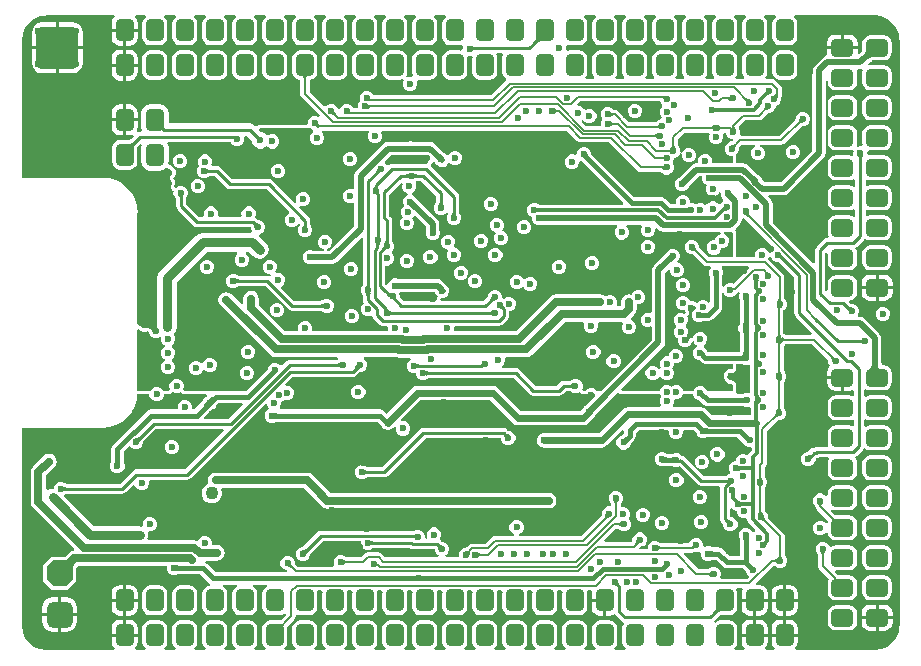
<source format=gbr>
%TF.GenerationSoftware,Altium Limited,Altium Designer,21.9.2 (33)*%
G04 Layer_Physical_Order=3*
G04 Layer_Color=16440176*
%FSLAX45Y45*%
%MOMM*%
%TF.SameCoordinates,7777544D-92F5-45BF-99EE-D781317D7DBF*%
%TF.FilePolarity,Positive*%
%TF.FileFunction,Copper,L3,Inr,Signal*%
%TF.Part,Single*%
G01*
G75*
%TA.AperFunction,Conductor*%
%ADD76C,0.25000*%
%ADD77C,0.15000*%
%ADD78C,0.30000*%
%ADD79C,0.40000*%
%ADD80C,0.20000*%
%ADD82C,0.50000*%
%ADD83C,0.70000*%
%ADD84C,0.60000*%
%ADD85C,0.80000*%
%TA.AperFunction,ComponentPad*%
G04:AMPARAMS|DCode=93|XSize=2.2mm|YSize=2.2mm|CornerRadius=0.55mm|HoleSize=0mm|Usage=FLASHONLY|Rotation=270.000|XOffset=0mm|YOffset=0mm|HoleType=Round|Shape=RoundedRectangle|*
%AMROUNDEDRECTD93*
21,1,2.20000,1.10000,0,0,270.0*
21,1,1.10000,2.20000,0,0,270.0*
1,1,1.10000,-0.55000,-0.55000*
1,1,1.10000,-0.55000,0.55000*
1,1,1.10000,0.55000,0.55000*
1,1,1.10000,0.55000,-0.55000*
%
%ADD93ROUNDEDRECTD93*%
G04:AMPARAMS|DCode=94|XSize=2.2mm|YSize=2.2mm|CornerRadius=0mm|HoleSize=0mm|Usage=FLASHONLY|Rotation=270.000|XOffset=0mm|YOffset=0mm|HoleType=Round|Shape=Octagon|*
%AMOCTAGOND94*
4,1,8,-0.55000,-1.10000,0.55000,-1.10000,1.10000,-0.55000,1.10000,0.55000,0.55000,1.10000,-0.55000,1.10000,-1.10000,0.55000,-1.10000,-0.55000,-0.55000,-1.10000,0.0*
%
%ADD94OCTAGOND94*%

%TA.AperFunction,ViaPad*%
%ADD95C,0.60000*%
%ADD96C,1.10000*%
%TA.AperFunction,ComponentPad*%
G04:AMPARAMS|DCode=97|XSize=1.5mm|YSize=1.9mm|CornerRadius=0.375mm|HoleSize=0mm|Usage=FLASHONLY|Rotation=270.000|XOffset=0mm|YOffset=0mm|HoleType=Round|Shape=RoundedRectangle|*
%AMROUNDEDRECTD97*
21,1,1.50000,1.15000,0,0,270.0*
21,1,0.75000,1.90000,0,0,270.0*
1,1,0.75000,-0.57500,-0.37500*
1,1,0.75000,-0.57500,0.37500*
1,1,0.75000,0.57500,0.37500*
1,1,0.75000,0.57500,-0.37500*
%
%ADD97ROUNDEDRECTD97*%
G04:AMPARAMS|DCode=98|XSize=1.5mm|YSize=1.9mm|CornerRadius=0.375mm|HoleSize=0mm|Usage=FLASHONLY|Rotation=0.000|XOffset=0mm|YOffset=0mm|HoleType=Round|Shape=RoundedRectangle|*
%AMROUNDEDRECTD98*
21,1,1.50000,1.15000,0,0,0.0*
21,1,0.75000,1.90000,0,0,0.0*
1,1,0.75000,0.37500,-0.57500*
1,1,0.75000,-0.37500,-0.57500*
1,1,0.75000,-0.37500,0.57500*
1,1,0.75000,0.37500,0.57500*
%
%ADD98ROUNDEDRECTD98*%
G04:AMPARAMS|DCode=99|XSize=3.6mm|YSize=3.6mm|CornerRadius=0.54mm|HoleSize=0mm|Usage=FLASHONLY|Rotation=0.000|XOffset=0mm|YOffset=0mm|HoleType=Round|Shape=RoundedRectangle|*
%AMROUNDEDRECTD99*
21,1,3.60000,2.52000,0,0,0.0*
21,1,2.52000,3.60000,0,0,0.0*
1,1,1.08000,1.26000,-1.26000*
1,1,1.08000,-1.26000,-1.26000*
1,1,1.08000,-1.26000,1.26000*
1,1,1.08000,1.26000,1.26000*
%
%ADD99ROUNDEDRECTD99*%
G36*
X5548630Y5196038D02*
X5546657Y5197373D01*
X5544219Y5197896D01*
X5541318Y5197607D01*
X5537952Y5196505D01*
X5534123Y5194591D01*
X5529829Y5191865D01*
X5525072Y5188327D01*
X5519851Y5183976D01*
X5508016Y5172838D01*
X5490338Y5190516D01*
X5496313Y5196665D01*
X5505827Y5207572D01*
X5509365Y5212329D01*
X5512091Y5216623D01*
X5514005Y5220452D01*
X5515107Y5223818D01*
X5515396Y5226719D01*
X5514873Y5229157D01*
X5513538Y5231130D01*
X5548630Y5196038D01*
D02*
G37*
G36*
X8434462Y5410484D02*
X8485651Y5389281D01*
X8529609Y5355551D01*
X8563338Y5311594D01*
X8584542Y5260404D01*
X8589867Y5219955D01*
X8591113Y5205471D01*
X8591116Y5205460D01*
X8591116Y5190471D01*
X8591247Y270194D01*
X8591247Y269996D01*
Y255256D01*
X8589999Y240773D01*
X8584683Y200394D01*
X8563507Y149271D01*
X8529821Y105371D01*
X8485921Y71685D01*
X8434798Y50509D01*
X8381926Y43549D01*
X8379938Y43944D01*
X7711646D01*
X7707096Y58944D01*
X7709769Y60731D01*
X7725793Y84712D01*
X7731420Y113000D01*
Y157800D01*
X7508580D01*
Y113000D01*
X7514207Y84712D01*
X7530231Y60731D01*
X7532904Y58944D01*
X7528354Y43944D01*
X7457646D01*
X7453096Y58944D01*
X7455769Y60731D01*
X7471793Y84712D01*
X7477420Y113000D01*
Y157800D01*
X7254580D01*
Y113000D01*
X7260207Y84712D01*
X7276231Y60731D01*
X7278904Y58944D01*
X7274354Y43944D01*
X7194646D01*
X7190096Y58944D01*
X7198164Y64336D01*
X7213083Y86663D01*
X7218322Y113000D01*
Y228000D01*
X7213083Y254337D01*
X7198164Y276664D01*
X7175837Y291583D01*
X7149500Y296822D01*
X7074500D01*
X7048163Y291583D01*
X7026720Y277255D01*
X7018140Y289359D01*
X7059192Y330411D01*
X7064141Y335069D01*
X7068004Y338287D01*
X7069258Y339221D01*
X7074500Y338178D01*
X7149500D01*
X7175837Y343417D01*
X7198164Y358336D01*
X7213083Y380663D01*
X7218322Y407000D01*
Y522000D01*
X7213083Y548337D01*
X7207451Y556766D01*
X7215469Y571766D01*
X7258648D01*
X7265719Y558537D01*
X7260207Y550288D01*
X7254580Y522000D01*
Y477200D01*
X7477420D01*
Y522000D01*
X7471793Y550288D01*
X7455769Y574269D01*
X7431788Y590293D01*
X7403500Y595920D01*
X7379590D01*
X7373849Y609778D01*
X7527407Y763335D01*
X7528502D01*
X7540181Y755629D01*
X7543496Y753180D01*
X7545973Y750704D01*
X7568025Y741570D01*
X7591895D01*
X7613947Y750704D01*
X7630825Y767582D01*
X7639960Y789635D01*
Y813504D01*
X7630825Y835557D01*
X7628348Y838034D01*
X7625682Y841645D01*
X7621127Y848198D01*
X7618194Y852943D01*
Y1008366D01*
X7615284Y1022998D01*
X7606996Y1035402D01*
X7478561Y1163837D01*
X7475751Y1177545D01*
X7475138Y1181620D01*
Y1185122D01*
X7466004Y1207175D01*
X7461570Y1211609D01*
X7460766Y1213045D01*
X7455061Y1219723D01*
X7451276Y1224711D01*
X7450803Y1225418D01*
Y1417056D01*
X7458195Y1430066D01*
X7458804Y1430990D01*
X7460865Y1433052D01*
X7470000Y1455105D01*
Y1478974D01*
X7460865Y1501026D01*
X7458388Y1503504D01*
X7455722Y1507115D01*
X7451167Y1513668D01*
X7448234Y1518413D01*
Y1594163D01*
X7457036Y1602965D01*
X7465324Y1615369D01*
X7468234Y1630000D01*
Y1896663D01*
X7558149Y1986578D01*
X7571857Y1989387D01*
X7575932Y1990000D01*
X7579435D01*
X7601487Y1999134D01*
X7618366Y2016013D01*
X7627500Y2038065D01*
Y2061935D01*
X7618366Y2083987D01*
X7616949Y2085403D01*
X7614845Y2088965D01*
X7611805Y2094653D01*
X7610215Y2098142D01*
Y2310927D01*
X7617495Y2320827D01*
X7620125Y2323953D01*
X7620798Y2325176D01*
X7624827Y2329205D01*
X7633961Y2351257D01*
Y2375127D01*
X7624827Y2397179D01*
X7622349Y2399656D01*
X7619683Y2403267D01*
X7615128Y2409821D01*
X7612195Y2414565D01*
Y2621485D01*
X7617835Y2629609D01*
X7621514Y2632166D01*
X7626259Y2635099D01*
X7850830D01*
X7986214Y2499714D01*
X7988558Y2486716D01*
X7989071Y2482454D01*
X7989255Y2481890D01*
Y2477493D01*
X7998390Y2455440D01*
X7999695Y2454135D01*
X7998230Y2439269D01*
X7982207Y2415288D01*
X7976580Y2387000D01*
Y2362200D01*
X8108000D01*
Y2349500D01*
X8120700D01*
Y2238080D01*
X8165500D01*
X8191667Y2243285D01*
X8202485Y2239057D01*
X8206668Y2236822D01*
Y2202584D01*
X8193439Y2195513D01*
X8191837Y2196583D01*
X8165500Y2201822D01*
X8050500D01*
X8024163Y2196583D01*
X8001836Y2181664D01*
X7986917Y2159337D01*
X7981678Y2133000D01*
Y2058000D01*
X7986917Y2031663D01*
X8001836Y2009336D01*
X8024163Y1994417D01*
X8050500Y1989178D01*
X8165500D01*
X8191837Y1994417D01*
X8193439Y1995487D01*
X8206668Y1988416D01*
Y1948584D01*
X8193439Y1941513D01*
X8191837Y1942583D01*
X8165500Y1947822D01*
X8050500D01*
X8024163Y1942583D01*
X8001836Y1927664D01*
X7986917Y1905337D01*
X7981678Y1879000D01*
Y1804000D01*
X7986784Y1778332D01*
X7986986Y1775680D01*
X7979206Y1763333D01*
X7894136D01*
X7877553Y1760034D01*
X7870046Y1755018D01*
X7868143D01*
X7851560Y1751720D01*
X7837502Y1742326D01*
X7821817Y1726640D01*
X7821317Y1726423D01*
X7820237Y1726033D01*
X7819168Y1725716D01*
X7814571Y1724731D01*
X7811889Y1724339D01*
X7811801Y1724308D01*
X7808127D01*
X7786075Y1715174D01*
X7769196Y1698295D01*
X7760062Y1676243D01*
Y1652373D01*
X7769196Y1630321D01*
X7786075Y1613443D01*
X7808127Y1604308D01*
X7831997D01*
X7854049Y1613443D01*
X7870927Y1630321D01*
X7880062Y1652373D01*
Y1655744D01*
X7880319Y1657231D01*
X7881419Y1661819D01*
X7881775Y1662934D01*
X7882209Y1664065D01*
X7882550Y1664811D01*
X7886159Y1668421D01*
X7902404Y1671652D01*
X7909911Y1676668D01*
X7985802D01*
X7993819Y1661668D01*
X7986917Y1651337D01*
X7981678Y1625000D01*
Y1550000D01*
X7986917Y1523663D01*
X8001836Y1501336D01*
X8024163Y1486417D01*
X8050500Y1481178D01*
X8165500D01*
X8191837Y1486417D01*
X8214164Y1501336D01*
X8229083Y1523663D01*
X8234322Y1550000D01*
Y1625000D01*
X8229083Y1651337D01*
X8219699Y1665381D01*
X8217177Y1677186D01*
X8223523Y1684603D01*
X8230641Y1689360D01*
X8280641Y1739359D01*
X8285011Y1745901D01*
X8292807Y1752696D01*
X8304234Y1749724D01*
X8318163Y1740417D01*
X8344500Y1735178D01*
X8459500D01*
X8485837Y1740417D01*
X8508164Y1755336D01*
X8523083Y1777663D01*
X8528322Y1804000D01*
Y1879000D01*
X8523083Y1905337D01*
X8508164Y1927664D01*
X8485837Y1942583D01*
X8459500Y1947822D01*
X8344500D01*
X8318163Y1942583D01*
X8308332Y1936015D01*
X8293332Y1944032D01*
Y1992968D01*
X8308332Y2000985D01*
X8318163Y1994417D01*
X8344500Y1989178D01*
X8459500D01*
X8485837Y1994417D01*
X8508164Y2009336D01*
X8523083Y2031663D01*
X8528322Y2058000D01*
Y2133000D01*
X8523083Y2159337D01*
X8508164Y2181664D01*
X8485837Y2196583D01*
X8459500Y2201822D01*
X8344500D01*
X8318163Y2196583D01*
X8308332Y2190015D01*
X8293332Y2198032D01*
Y2246968D01*
X8308332Y2254985D01*
X8318163Y2248417D01*
X8344500Y2243178D01*
X8459500D01*
X8485837Y2248417D01*
X8508164Y2263336D01*
X8523083Y2285663D01*
X8528322Y2312000D01*
Y2387000D01*
X8523083Y2413337D01*
X8508164Y2435664D01*
X8485837Y2450583D01*
X8459500Y2455822D01*
X8441393D01*
X8440876Y2457730D01*
X8439616Y2464805D01*
X8438077Y2483452D01*
Y2683776D01*
X8433809Y2705236D01*
X8421653Y2723429D01*
X8295429Y2849653D01*
X8277236Y2861809D01*
X8255776Y2866077D01*
X8243529D01*
X8237789Y2879935D01*
X8238865Y2881012D01*
X8248000Y2903065D01*
Y2926934D01*
X8238865Y2948986D01*
X8221987Y2965865D01*
X8199935Y2974999D01*
X8188312D01*
X8185183Y2975516D01*
X8182608Y2975431D01*
X8181225Y2975469D01*
X8180211Y2975564D01*
X8180183Y2975569D01*
X8165552Y2990199D01*
X8165540Y2993729D01*
X8170744Y3006221D01*
X8191837Y3010417D01*
X8214164Y3025336D01*
X8229083Y3047663D01*
X8234322Y3074000D01*
Y3149000D01*
X8229083Y3175337D01*
X8214164Y3197664D01*
X8191837Y3212583D01*
X8165500Y3217822D01*
X8050500D01*
X8024163Y3212583D01*
X8001836Y3197664D01*
X7986917Y3175337D01*
X7981678Y3149000D01*
Y3095236D01*
X7966678Y3087218D01*
X7963332Y3089453D01*
Y3404337D01*
X7967146Y3406828D01*
X7971722Y3405622D01*
X7981678Y3398404D01*
Y3328000D01*
X7986917Y3301663D01*
X8001836Y3279336D01*
X8024163Y3264417D01*
X8050500Y3259178D01*
X8165500D01*
X8191837Y3264417D01*
X8214164Y3279336D01*
X8229083Y3301663D01*
X8234322Y3328000D01*
Y3403000D01*
X8229083Y3429337D01*
X8216092Y3448780D01*
X8216583Y3449966D01*
X8230640Y3459359D01*
X8290641Y3519359D01*
X8298700Y3531421D01*
X8318163Y3518417D01*
X8344500Y3513178D01*
X8459500D01*
X8485837Y3518417D01*
X8508164Y3533336D01*
X8523083Y3555663D01*
X8528322Y3582000D01*
Y3657000D01*
X8523083Y3683337D01*
X8508164Y3705664D01*
X8485837Y3720583D01*
X8459500Y3725822D01*
X8344500D01*
X8318163Y3720583D01*
X8316561Y3719513D01*
X8303332Y3726584D01*
Y3766416D01*
X8316561Y3773487D01*
X8318163Y3772417D01*
X8344500Y3767178D01*
X8459500D01*
X8485837Y3772417D01*
X8508164Y3787336D01*
X8523083Y3809663D01*
X8528322Y3836000D01*
Y3911000D01*
X8523083Y3937337D01*
X8508164Y3959664D01*
X8485837Y3974583D01*
X8459500Y3979822D01*
X8344500D01*
X8318163Y3974583D01*
X8316561Y3973513D01*
X8303332Y3980584D01*
Y4020416D01*
X8316561Y4027487D01*
X8318163Y4026417D01*
X8344500Y4021178D01*
X8459500D01*
X8485837Y4026417D01*
X8508164Y4041336D01*
X8523083Y4063663D01*
X8528322Y4090000D01*
Y4165000D01*
X8523083Y4191337D01*
X8508164Y4213664D01*
X8485837Y4228583D01*
X8459500Y4233822D01*
X8344500D01*
X8333578Y4231650D01*
X8330670Y4233024D01*
X8320000Y4244243D01*
Y4261935D01*
X8318726Y4265011D01*
X8329516Y4278158D01*
X8344500Y4275178D01*
X8459500D01*
X8485837Y4280417D01*
X8508164Y4295336D01*
X8523083Y4317663D01*
X8528322Y4344000D01*
Y4419000D01*
X8523083Y4445337D01*
X8508164Y4467664D01*
X8485837Y4482583D01*
X8459500Y4487822D01*
X8344500D01*
X8318163Y4482583D01*
X8295836Y4467664D01*
X8280917Y4445337D01*
X8275678Y4419000D01*
Y4344000D01*
X8279865Y4322951D01*
X8276917Y4318137D01*
X8270738Y4311475D01*
X8268311Y4310000D01*
X8248065D01*
X8239684Y4306528D01*
X8231389Y4315241D01*
X8229237Y4318437D01*
X8234322Y4344000D01*
Y4419000D01*
X8229083Y4445337D01*
X8214164Y4467664D01*
X8191837Y4482583D01*
X8165500Y4487822D01*
X8050500D01*
X8024163Y4482583D01*
X8001836Y4467664D01*
X7986917Y4445337D01*
X7981678Y4419000D01*
Y4344000D01*
X7986917Y4317663D01*
X8001836Y4295336D01*
X8024163Y4280417D01*
X8050500Y4275178D01*
X8165500D01*
X8191382Y4280326D01*
X8193433Y4278988D01*
X8203377Y4270087D01*
X8200000Y4261935D01*
Y4241089D01*
X8197839Y4237778D01*
X8193260Y4233503D01*
X8187319Y4229482D01*
X8165500Y4233822D01*
X8050500D01*
X8024163Y4228583D01*
X8001836Y4213664D01*
X7986917Y4191337D01*
X7981678Y4165000D01*
Y4090000D01*
X7986917Y4063663D01*
X8001836Y4041336D01*
X8024163Y4026417D01*
X8050500Y4021178D01*
X8165500D01*
X8191837Y4026417D01*
X8201668Y4032985D01*
X8216668Y4024968D01*
Y3976032D01*
X8201668Y3968015D01*
X8191837Y3974583D01*
X8165500Y3979822D01*
X8050500D01*
X8024163Y3974583D01*
X8001836Y3959664D01*
X7986917Y3937337D01*
X7981678Y3911000D01*
Y3836000D01*
X7986917Y3809663D01*
X8001836Y3787336D01*
X8024163Y3772417D01*
X8050500Y3767178D01*
X8165500D01*
X8191837Y3772417D01*
X8201668Y3778985D01*
X8216668Y3770968D01*
Y3722032D01*
X8201668Y3714015D01*
X8191837Y3720583D01*
X8165500Y3725822D01*
X8050500D01*
X8024163Y3720583D01*
X8001836Y3705664D01*
X7986917Y3683337D01*
X7981678Y3657000D01*
Y3582000D01*
X7986917Y3555663D01*
X7991815Y3548332D01*
X7983797Y3533332D01*
X7980000D01*
X7963417Y3530034D01*
X7949359Y3520641D01*
X7889359Y3460641D01*
X7879966Y3446583D01*
X7876668Y3430000D01*
Y3322946D01*
X7862810Y3317206D01*
X7516077Y3663938D01*
Y3820000D01*
X7511809Y3841460D01*
X7499653Y3859653D01*
X7479241Y3880065D01*
X7484981Y3893923D01*
X7610000D01*
X7631460Y3898191D01*
X7649653Y3910347D01*
X7949653Y4210347D01*
X7961809Y4228540D01*
X7966077Y4250000D01*
Y4864871D01*
X7966678Y4865364D01*
X7981678Y4858269D01*
Y4852000D01*
X7986917Y4825663D01*
X8001836Y4803336D01*
X8024163Y4788417D01*
X8050500Y4783178D01*
X8165500D01*
X8191837Y4788417D01*
X8214164Y4803336D01*
X8229083Y4825663D01*
X8234322Y4852000D01*
Y4927000D01*
X8229961Y4948923D01*
X8238677Y4963923D01*
X8258500D01*
X8271704Y4966549D01*
X8280917Y4953337D01*
X8275678Y4927000D01*
Y4852000D01*
X8280917Y4825663D01*
X8295836Y4803336D01*
X8318163Y4788417D01*
X8344500Y4783178D01*
X8459500D01*
X8485837Y4788417D01*
X8508164Y4803336D01*
X8523083Y4825663D01*
X8528322Y4852000D01*
Y4927000D01*
X8523083Y4953337D01*
X8508164Y4975664D01*
X8485837Y4990583D01*
X8459500Y4995822D01*
X8344500D01*
X8332442Y4993424D01*
X8325053Y5007248D01*
X8327037Y5009232D01*
X8346582Y5026493D01*
X8355304Y5033158D01*
X8361372Y5037178D01*
X8459500D01*
X8485837Y5042417D01*
X8508164Y5057336D01*
X8523083Y5079663D01*
X8528322Y5106000D01*
Y5181000D01*
X8523083Y5207337D01*
X8508164Y5229664D01*
X8485837Y5244583D01*
X8459500Y5249822D01*
X8344500D01*
X8318163Y5244583D01*
X8295836Y5229664D01*
X8280917Y5207337D01*
X8275678Y5181000D01*
Y5122872D01*
X8272085Y5117448D01*
X8252360Y5094165D01*
X8238405Y5100899D01*
X8239420Y5106000D01*
Y5130800D01*
X7976580D01*
Y5106000D01*
X7979583Y5090905D01*
X7979605Y5090114D01*
X7968200Y5073731D01*
X7958540Y5071809D01*
X7940347Y5059653D01*
X7872260Y4991566D01*
X7860104Y4973373D01*
X7855836Y4951913D01*
Y4926023D01*
X7850000Y4911935D01*
Y4888065D01*
X7853923Y4878596D01*
Y4273228D01*
X7586772Y4006077D01*
X7445934D01*
X7423732Y4028280D01*
X7415363Y4048485D01*
X7398485Y4065363D01*
X7389015Y4069285D01*
X7308648Y4149653D01*
X7290455Y4161809D01*
X7268995Y4166077D01*
X7210588D01*
Y4230000D01*
X7208259Y4241706D01*
X7207578Y4242725D01*
X7220865Y4256013D01*
X7230000Y4278065D01*
Y4281566D01*
X7230668Y4286010D01*
X7232082Y4293864D01*
X7233362Y4299291D01*
X7255837Y4321766D01*
X7367273D01*
X7370257Y4306766D01*
X7356013Y4300865D01*
X7339134Y4283987D01*
X7330000Y4261935D01*
Y4238065D01*
X7339134Y4216013D01*
X7356013Y4199134D01*
X7378065Y4190000D01*
X7401935D01*
X7423987Y4199134D01*
X7440865Y4216013D01*
X7450000Y4238065D01*
Y4261935D01*
X7440865Y4283987D01*
X7423987Y4300865D01*
X7409743Y4306766D01*
X7412727Y4321766D01*
X7591317D01*
X7605949Y4324676D01*
X7618353Y4332964D01*
X7763104Y4477715D01*
X7776812Y4480524D01*
X7780889Y4481138D01*
X7784390D01*
X7806442Y4490272D01*
X7823320Y4507150D01*
X7832455Y4529203D01*
Y4553072D01*
X7823320Y4575125D01*
X7806442Y4592003D01*
X7784390Y4601138D01*
X7760520D01*
X7738468Y4592003D01*
X7721589Y4575125D01*
X7712455Y4553072D01*
Y4549571D01*
X7711787Y4545129D01*
X7710373Y4537272D01*
X7709093Y4531847D01*
X7575480Y4398234D01*
X7252157D01*
X7242134Y4413235D01*
X7244135Y4418065D01*
Y4441935D01*
X7235001Y4463987D01*
X7232524Y4466465D01*
X7229858Y4470076D01*
X7227516Y4473444D01*
X7285837Y4531766D01*
X7401722D01*
X7416354Y4534676D01*
X7428758Y4542964D01*
X7472392Y4586598D01*
X7486100Y4589407D01*
X7490177Y4590021D01*
X7493677D01*
X7515730Y4599155D01*
X7532608Y4616033D01*
X7541743Y4638086D01*
Y4650000D01*
X7541935D01*
X7563987Y4659134D01*
X7580865Y4676013D01*
X7590000Y4698065D01*
Y4717295D01*
X7590054Y4717955D01*
X7590000Y4718425D01*
Y4721935D01*
X7589441Y4723284D01*
X7589172Y4725625D01*
X7589069Y4727657D01*
X7589073Y4728920D01*
X7589458Y4729368D01*
X7589867Y4730621D01*
X7592824Y4735045D01*
X7595734Y4749677D01*
Y4792500D01*
X7592824Y4807132D01*
X7584536Y4819536D01*
X7537036Y4867036D01*
X7524632Y4875324D01*
X7510000Y4878234D01*
X7458998D01*
X7454101Y4893234D01*
X7467083Y4912663D01*
X7472322Y4939000D01*
Y5054000D01*
X7467083Y5080337D01*
X7452164Y5102664D01*
X7429837Y5117583D01*
X7403500Y5122822D01*
X7328500D01*
X7302163Y5117583D01*
X7279836Y5102664D01*
X7264917Y5080337D01*
X7259678Y5054000D01*
Y4939000D01*
X7264917Y4912663D01*
X7277899Y4893234D01*
X7273002Y4878234D01*
X7204998D01*
X7200101Y4893234D01*
X7213083Y4912663D01*
X7218322Y4939000D01*
Y5054000D01*
X7213083Y5080337D01*
X7198164Y5102664D01*
X7175837Y5117583D01*
X7149500Y5122822D01*
X7074500D01*
X7048163Y5117583D01*
X7025836Y5102664D01*
X7010917Y5080337D01*
X7005678Y5054000D01*
Y4939000D01*
X7010917Y4912663D01*
X7023899Y4893234D01*
X7019002Y4878234D01*
X6950998D01*
X6946101Y4893234D01*
X6959083Y4912663D01*
X6964322Y4939000D01*
Y5054000D01*
X6959083Y5080337D01*
X6944164Y5102664D01*
X6921837Y5117583D01*
X6895500Y5122822D01*
X6820500D01*
X6794163Y5117583D01*
X6771836Y5102664D01*
X6756917Y5080337D01*
X6751678Y5054000D01*
Y4939000D01*
X6756917Y4912663D01*
X6769899Y4893234D01*
X6765002Y4878234D01*
X6696998D01*
X6692101Y4893234D01*
X6705083Y4912663D01*
X6710322Y4939000D01*
Y5054000D01*
X6705083Y5080337D01*
X6690164Y5102664D01*
X6667837Y5117583D01*
X6641500Y5122822D01*
X6566500D01*
X6540163Y5117583D01*
X6517836Y5102664D01*
X6502917Y5080337D01*
X6497678Y5054000D01*
Y4939000D01*
X6502917Y4912663D01*
X6515899Y4893234D01*
X6511002Y4878234D01*
X6442998D01*
X6438101Y4893234D01*
X6451083Y4912663D01*
X6456322Y4939000D01*
Y5054000D01*
X6451083Y5080337D01*
X6436164Y5102664D01*
X6413837Y5117583D01*
X6387500Y5122822D01*
X6312500D01*
X6286163Y5117583D01*
X6263836Y5102664D01*
X6248917Y5080337D01*
X6243678Y5054000D01*
Y4939000D01*
X6248917Y4912663D01*
X6261899Y4893234D01*
X6257002Y4878234D01*
X6188998D01*
X6184101Y4893234D01*
X6197083Y4912663D01*
X6202322Y4939000D01*
Y5054000D01*
X6197083Y5080337D01*
X6182164Y5102664D01*
X6159837Y5117583D01*
X6133500Y5122822D01*
X6058500D01*
X6032163Y5117583D01*
X6009836Y5102664D01*
X5994917Y5080337D01*
X5989678Y5054000D01*
Y4939000D01*
X5994917Y4912663D01*
X6007899Y4893234D01*
X6003002Y4878234D01*
X5934998D01*
X5930101Y4893234D01*
X5943083Y4912663D01*
X5948322Y4939000D01*
Y5054000D01*
X5943083Y5080337D01*
X5928164Y5102664D01*
X5905837Y5117583D01*
X5879500Y5122822D01*
X5804500D01*
X5782930Y5118532D01*
X5776461Y5123262D01*
X5772091Y5127526D01*
X5770469Y5130183D01*
Y5151513D01*
X5767602Y5158433D01*
X5774879Y5166001D01*
X5779390Y5169173D01*
X5804500Y5164178D01*
X5879500D01*
X5905837Y5169417D01*
X5928164Y5184336D01*
X5943083Y5206663D01*
X5948322Y5233000D01*
Y5348000D01*
X5943083Y5374337D01*
X5928164Y5396664D01*
X5920096Y5402056D01*
X5924646Y5417056D01*
X6013354D01*
X6017904Y5402056D01*
X6009836Y5396664D01*
X5994917Y5374337D01*
X5989678Y5348000D01*
Y5233000D01*
X5994917Y5206663D01*
X6009836Y5184336D01*
X6032163Y5169417D01*
X6058500Y5164178D01*
X6133500D01*
X6159837Y5169417D01*
X6182164Y5184336D01*
X6197083Y5206663D01*
X6202322Y5233000D01*
Y5348000D01*
X6197083Y5374337D01*
X6182164Y5396664D01*
X6174096Y5402056D01*
X6178646Y5417056D01*
X6267354D01*
X6271904Y5402056D01*
X6263836Y5396664D01*
X6248917Y5374337D01*
X6243678Y5348000D01*
Y5233000D01*
X6248917Y5206663D01*
X6263836Y5184336D01*
X6286163Y5169417D01*
X6312500Y5164178D01*
X6387500D01*
X6413837Y5169417D01*
X6436164Y5184336D01*
X6451083Y5206663D01*
X6456322Y5233000D01*
Y5348000D01*
X6451083Y5374337D01*
X6436164Y5396664D01*
X6428096Y5402056D01*
X6432646Y5417056D01*
X6521354D01*
X6525904Y5402056D01*
X6517836Y5396664D01*
X6502917Y5374337D01*
X6497678Y5348000D01*
Y5233000D01*
X6502917Y5206663D01*
X6517836Y5184336D01*
X6540163Y5169417D01*
X6566500Y5164178D01*
X6641500D01*
X6667837Y5169417D01*
X6690164Y5184336D01*
X6705083Y5206663D01*
X6710322Y5233000D01*
Y5348000D01*
X6705083Y5374337D01*
X6690164Y5396664D01*
X6682096Y5402056D01*
X6686646Y5417056D01*
X6775354D01*
X6779904Y5402056D01*
X6771836Y5396664D01*
X6756917Y5374337D01*
X6751678Y5348000D01*
Y5233000D01*
X6756917Y5206663D01*
X6771836Y5184336D01*
X6794163Y5169417D01*
X6820500Y5164178D01*
X6895500D01*
X6921837Y5169417D01*
X6944164Y5184336D01*
X6959083Y5206663D01*
X6964322Y5233000D01*
Y5348000D01*
X6959083Y5374337D01*
X6944164Y5396664D01*
X6936096Y5402056D01*
X6940646Y5417056D01*
X7029354D01*
X7033904Y5402056D01*
X7025836Y5396664D01*
X7010917Y5374337D01*
X7005678Y5348000D01*
Y5233000D01*
X7010917Y5206663D01*
X7025836Y5184336D01*
X7048163Y5169417D01*
X7074500Y5164178D01*
X7149500D01*
X7175837Y5169417D01*
X7198164Y5184336D01*
X7213083Y5206663D01*
X7218322Y5233000D01*
Y5348000D01*
X7213083Y5374337D01*
X7198164Y5396664D01*
X7190096Y5402056D01*
X7194646Y5417056D01*
X7283354D01*
X7287904Y5402056D01*
X7279836Y5396664D01*
X7264917Y5374337D01*
X7259678Y5348000D01*
Y5233000D01*
X7264917Y5206663D01*
X7279836Y5184336D01*
X7302163Y5169417D01*
X7328500Y5164178D01*
X7403500D01*
X7429837Y5169417D01*
X7452164Y5184336D01*
X7467083Y5206663D01*
X7472322Y5233000D01*
Y5348000D01*
X7467083Y5374337D01*
X7452164Y5396664D01*
X7444096Y5402056D01*
X7448646Y5417056D01*
X7537354D01*
X7541904Y5402056D01*
X7533836Y5396664D01*
X7518917Y5374337D01*
X7513678Y5348000D01*
Y5233000D01*
X7518917Y5206663D01*
X7533836Y5184336D01*
X7556163Y5169417D01*
X7582500Y5164178D01*
X7657500D01*
X7683837Y5169417D01*
X7706164Y5184336D01*
X7721083Y5206663D01*
X7726322Y5233000D01*
Y5348000D01*
X7721083Y5374337D01*
X7706164Y5396664D01*
X7698096Y5402056D01*
X7702646Y5417056D01*
X8379531D01*
X8381527Y5417453D01*
X8434462Y5410484D01*
D02*
G37*
G36*
X4747904Y5402056D02*
X4739836Y5396664D01*
X4724917Y5374337D01*
X4719678Y5348000D01*
Y5233000D01*
X4724917Y5206663D01*
X4739836Y5184336D01*
X4762163Y5169417D01*
X4788500Y5164178D01*
X4863500D01*
X4884170Y5168289D01*
X4895310Y5156815D01*
X4895486Y5156411D01*
X4892487Y5149171D01*
Y5132350D01*
X4881053Y5120773D01*
X4878629Y5119813D01*
X4863500Y5122822D01*
X4788500D01*
X4762163Y5117583D01*
X4739836Y5102664D01*
X4724917Y5080337D01*
X4719678Y5054000D01*
Y4939000D01*
X4724917Y4912663D01*
X4739836Y4890336D01*
X4762163Y4875417D01*
X4788500Y4870178D01*
X4863500D01*
X4889837Y4875417D01*
X4912164Y4890336D01*
X4927083Y4912663D01*
X4932322Y4939000D01*
Y5054000D01*
X4930066Y5065344D01*
X4935793Y5071839D01*
X4942994Y5077236D01*
X4963006D01*
X4965257Y5076414D01*
X4976027Y5065807D01*
X4973678Y5054000D01*
Y4939000D01*
X4978917Y4912663D01*
X4993836Y4890336D01*
X5016163Y4875417D01*
X5042500Y4870178D01*
X5117500D01*
X5143837Y4875417D01*
X5166164Y4890336D01*
X5181083Y4912663D01*
X5186322Y4939000D01*
Y5054000D01*
X5181083Y5080337D01*
X5179011Y5083439D01*
X5186082Y5096667D01*
X5227918D01*
X5234989Y5083439D01*
X5232917Y5080337D01*
X5227678Y5054000D01*
Y4939000D01*
X5232917Y4912663D01*
X5247836Y4890336D01*
X5257085Y4884155D01*
X5258658Y4878248D01*
X5257896Y4865573D01*
X5133108Y4740784D01*
X4136334D01*
X4130866Y4753987D01*
X4113987Y4770865D01*
X4091935Y4780000D01*
X4068065D01*
X4046013Y4770865D01*
X4029134Y4753987D01*
X4020000Y4731935D01*
Y4708065D01*
X4026103Y4693332D01*
X4013422Y4680652D01*
X4004287Y4658599D01*
Y4634730D01*
X4001651Y4630783D01*
X3967738D01*
X3963101Y4641979D01*
X3946222Y4658857D01*
X3924170Y4667992D01*
X3900300D01*
X3878248Y4658857D01*
X3861369Y4641979D01*
X3855182Y4627041D01*
X3838946D01*
X3832712Y4642091D01*
X3815834Y4658969D01*
X3793781Y4668103D01*
X3769912D01*
X3747859Y4658969D01*
X3739974Y4651084D01*
X3719429Y4650416D01*
X3596784Y4773062D01*
Y4870831D01*
X3619837Y4875417D01*
X3642164Y4890336D01*
X3657083Y4912663D01*
X3662322Y4939000D01*
Y5054000D01*
X3657083Y5080337D01*
X3642164Y5102664D01*
X3619837Y5117583D01*
X3593500Y5122822D01*
X3518500D01*
X3492163Y5117583D01*
X3469836Y5102664D01*
X3454917Y5080337D01*
X3449678Y5054000D01*
Y4939000D01*
X3454917Y4912663D01*
X3469836Y4890336D01*
X3492163Y4875417D01*
X3515216Y4870831D01*
Y4756170D01*
X3515216Y4756169D01*
X3518321Y4740562D01*
X3527162Y4727330D01*
X3681911Y4572581D01*
X3673985Y4560864D01*
X3651932Y4569998D01*
X3628063D01*
X3606011Y4560864D01*
X3589132Y4543986D01*
X3579998Y4521933D01*
Y4505588D01*
X3568095Y4490587D01*
X3175299Y4490588D01*
X3163593Y4488259D01*
X3153670Y4481629D01*
X3135926Y4480211D01*
X3135005Y4480695D01*
X3127852Y4487849D01*
X3110486Y4499452D01*
X3090001Y4503527D01*
X2402518D01*
Y4589900D01*
X2396503Y4620139D01*
X2379374Y4645774D01*
X2353739Y4662903D01*
X2323500Y4668918D01*
X2248500D01*
X2218261Y4662903D01*
X2192626Y4645774D01*
X2175497Y4620139D01*
X2169482Y4589900D01*
Y4474900D01*
X2174767Y4448331D01*
X2166400Y4433331D01*
X2163597D01*
X2147015Y4430033D01*
X2142934Y4427306D01*
X2132119Y4438120D01*
X2137793Y4446612D01*
X2143420Y4474900D01*
Y4519700D01*
X2044700D01*
Y4400980D01*
X2069500D01*
X2097788Y4406607D01*
X2107118Y4394801D01*
X2084782Y4372465D01*
X2079859Y4367831D01*
X2075996Y4364613D01*
X2074742Y4363679D01*
X2069500Y4364722D01*
X1994500D01*
X1968163Y4359483D01*
X1945836Y4344564D01*
X1930917Y4322237D01*
X1925678Y4295900D01*
Y4180900D01*
X1930917Y4154563D01*
X1945836Y4132236D01*
X1968163Y4117317D01*
X1994500Y4112078D01*
X2069500D01*
X2095837Y4117317D01*
X2118164Y4132236D01*
X2133083Y4154563D01*
X2138322Y4180900D01*
Y4295900D01*
X2137279Y4301142D01*
X2138006Y4302119D01*
X2144889Y4310009D01*
X2160001Y4325121D01*
X2173824Y4317732D01*
X2169482Y4295900D01*
Y4180900D01*
X2175497Y4150661D01*
X2192626Y4125026D01*
X2218261Y4107897D01*
X2248500Y4101882D01*
X2323500D01*
X2353739Y4107897D01*
X2375208Y4122242D01*
X2383141Y4124173D01*
X2395045Y4121480D01*
X2396287Y4120444D01*
X2397854Y4119954D01*
X2399220Y4119042D01*
X2403506Y4118189D01*
X2407679Y4116886D01*
X2409315Y4117034D01*
X2410925Y4116714D01*
X2411155D01*
X2421965Y4112236D01*
X2430239Y4103962D01*
X2434717Y4093152D01*
Y4081451D01*
X2430239Y4070641D01*
X2422227Y4062628D01*
X2415596Y4052705D01*
X2413268Y4041000D01*
X2415596Y4029294D01*
X2422227Y4019371D01*
X2424935Y4016663D01*
X2429412Y4005853D01*
Y3994152D01*
X2422607Y3977721D01*
X2422279Y3976076D01*
X2421504Y3974589D01*
X2421124Y3970269D01*
X2420278Y3966015D01*
X2420605Y3964371D01*
X2420458Y3962700D01*
X2421760Y3958564D01*
X2422606Y3954310D01*
X2423538Y3952916D01*
X2424041Y3951316D01*
X2426828Y3947992D01*
X2429237Y3944387D01*
X2430631Y3943455D01*
X2431708Y3942170D01*
X2442963Y3933128D01*
X2446386Y3931344D01*
X2444247Y3926181D01*
Y3902312D01*
X2453381Y3880259D01*
X2461230Y3872411D01*
X2463040Y3869838D01*
X2464925Y3868040D01*
X2465893Y3867002D01*
X2466567Y3866176D01*
X2466670Y3866029D01*
Y3800003D01*
X2469969Y3783420D01*
X2479362Y3769362D01*
X2609360Y3639360D01*
X2623419Y3629966D01*
X2640001Y3626668D01*
X3097510D01*
X3097684Y3626277D01*
X3098106Y3625144D01*
X3098455Y3624012D01*
X3099521Y3619344D01*
X3099857Y3617268D01*
Y3613804D01*
X3108991Y3591751D01*
X3109176Y3591566D01*
X3102962Y3576566D01*
X2690073D01*
X2658859Y3570357D01*
X2632397Y3552676D01*
X2332321Y3252605D01*
X2314640Y3226143D01*
X2308431Y3194930D01*
Y2780000D01*
X2314640Y2748785D01*
X2320513Y2739996D01*
X2320601Y2739024D01*
X2319721Y2733705D01*
X2314621Y2724087D01*
X2313573Y2723382D01*
X2300872Y2718121D01*
X2289172D01*
X2278361Y2722599D01*
X2270087Y2730873D01*
X2263281Y2747304D01*
X2260670Y2751212D01*
X2258394Y2755331D01*
X2257375Y2756144D01*
X2256651Y2757227D01*
X2252741Y2759839D01*
X2249064Y2762773D01*
X2234063Y2770524D01*
X2232811Y2770884D01*
X2231728Y2771608D01*
X2227115Y2772526D01*
X2222595Y2773828D01*
X2221300Y2773683D01*
X2220022Y2773937D01*
X2215409Y2773019D01*
X2210735Y2772493D01*
X2209595Y2771863D01*
X2208317Y2771609D01*
X2205851Y2770587D01*
X2194150D01*
X2183340Y2775065D01*
X2176073Y2782332D01*
X2166150Y2788963D01*
X2160826Y2790021D01*
X2154445Y2791291D01*
X2140067Y2801877D01*
X2139444Y2803428D01*
Y3746500D01*
X2140038D01*
X2134301Y3804742D01*
X2117313Y3860745D01*
X2089725Y3912359D01*
X2052598Y3957598D01*
X2007359Y3994725D01*
X1955745Y4022313D01*
X1899742Y4039301D01*
X1841500Y4045038D01*
Y4044444D01*
X1161544D01*
Y5207000D01*
X1161155Y5208958D01*
X1168077Y5261534D01*
X1189126Y5312351D01*
X1222610Y5355989D01*
X1266248Y5389474D01*
X1317066Y5410523D01*
X1357121Y5415796D01*
X1371600Y5417055D01*
Y5417056D01*
X1940354D01*
X1944904Y5402056D01*
X1942231Y5400269D01*
X1926207Y5376288D01*
X1920580Y5348000D01*
Y5303200D01*
X2143420D01*
Y5348000D01*
X2137793Y5376288D01*
X2121769Y5400269D01*
X2119096Y5402056D01*
X2123646Y5417056D01*
X2203354D01*
X2207904Y5402056D01*
X2199836Y5396664D01*
X2184917Y5374337D01*
X2179678Y5348000D01*
Y5233000D01*
X2184917Y5206663D01*
X2199836Y5184336D01*
X2222163Y5169417D01*
X2248500Y5164178D01*
X2323500D01*
X2349837Y5169417D01*
X2372164Y5184336D01*
X2387083Y5206663D01*
X2392322Y5233000D01*
Y5348000D01*
X2387083Y5374337D01*
X2372164Y5396664D01*
X2364096Y5402056D01*
X2368646Y5417056D01*
X2457354D01*
X2461904Y5402056D01*
X2453836Y5396664D01*
X2438917Y5374337D01*
X2433678Y5348000D01*
Y5233000D01*
X2438917Y5206663D01*
X2453836Y5184336D01*
X2476163Y5169417D01*
X2502500Y5164178D01*
X2577500D01*
X2603837Y5169417D01*
X2626164Y5184336D01*
X2641083Y5206663D01*
X2646322Y5233000D01*
Y5348000D01*
X2641083Y5374337D01*
X2626164Y5396664D01*
X2618096Y5402056D01*
X2622646Y5417056D01*
X2711354D01*
X2715904Y5402056D01*
X2707836Y5396664D01*
X2692917Y5374337D01*
X2687678Y5348000D01*
Y5233000D01*
X2692917Y5206663D01*
X2707836Y5184336D01*
X2730163Y5169417D01*
X2756500Y5164178D01*
X2831500D01*
X2857837Y5169417D01*
X2880164Y5184336D01*
X2895083Y5206663D01*
X2900322Y5233000D01*
Y5348000D01*
X2895083Y5374337D01*
X2880164Y5396664D01*
X2872096Y5402056D01*
X2876646Y5417056D01*
X2965354D01*
X2969904Y5402056D01*
X2961836Y5396664D01*
X2946917Y5374337D01*
X2941678Y5348000D01*
Y5233000D01*
X2946917Y5206663D01*
X2961836Y5184336D01*
X2984163Y5169417D01*
X3010500Y5164178D01*
X3085500D01*
X3111837Y5169417D01*
X3134164Y5184336D01*
X3149083Y5206663D01*
X3154322Y5233000D01*
Y5348000D01*
X3149083Y5374337D01*
X3134164Y5396664D01*
X3126096Y5402056D01*
X3130646Y5417056D01*
X3219354D01*
X3223904Y5402056D01*
X3215836Y5396664D01*
X3200917Y5374337D01*
X3195678Y5348000D01*
Y5233000D01*
X3200917Y5206663D01*
X3215836Y5184336D01*
X3238163Y5169417D01*
X3264500Y5164178D01*
X3339500D01*
X3365837Y5169417D01*
X3388164Y5184336D01*
X3403083Y5206663D01*
X3408322Y5233000D01*
Y5348000D01*
X3403083Y5374337D01*
X3388164Y5396664D01*
X3380096Y5402056D01*
X3384646Y5417056D01*
X3473354D01*
X3477904Y5402056D01*
X3469836Y5396664D01*
X3454917Y5374337D01*
X3449678Y5348000D01*
Y5233000D01*
X3454917Y5206663D01*
X3469836Y5184336D01*
X3492163Y5169417D01*
X3518500Y5164178D01*
X3593500D01*
X3619837Y5169417D01*
X3642164Y5184336D01*
X3657083Y5206663D01*
X3662322Y5233000D01*
Y5348000D01*
X3657083Y5374337D01*
X3642164Y5396664D01*
X3634096Y5402056D01*
X3638646Y5417056D01*
X3727354D01*
X3731904Y5402056D01*
X3723836Y5396664D01*
X3708917Y5374337D01*
X3703678Y5348000D01*
Y5233000D01*
X3708917Y5206663D01*
X3723836Y5184336D01*
X3746163Y5169417D01*
X3772500Y5164178D01*
X3847500D01*
X3873837Y5169417D01*
X3896164Y5184336D01*
X3911083Y5206663D01*
X3916322Y5233000D01*
Y5348000D01*
X3911083Y5374337D01*
X3896164Y5396664D01*
X3888096Y5402056D01*
X3892646Y5417056D01*
X3981354D01*
X3985904Y5402056D01*
X3977836Y5396664D01*
X3962917Y5374337D01*
X3957678Y5348000D01*
Y5233000D01*
X3962917Y5206663D01*
X3977836Y5184336D01*
X4000163Y5169417D01*
X4026500Y5164178D01*
X4101500D01*
X4127837Y5169417D01*
X4150164Y5184336D01*
X4165083Y5206663D01*
X4170322Y5233000D01*
Y5348000D01*
X4165083Y5374337D01*
X4150164Y5396664D01*
X4142096Y5402056D01*
X4146646Y5417056D01*
X4235354D01*
X4239904Y5402056D01*
X4231836Y5396664D01*
X4216917Y5374337D01*
X4211678Y5348000D01*
Y5233000D01*
X4216917Y5206663D01*
X4231836Y5184336D01*
X4254163Y5169417D01*
X4280500Y5164178D01*
X4355500D01*
X4381837Y5169417D01*
X4404164Y5184336D01*
X4419083Y5206663D01*
X4424322Y5233000D01*
Y5348000D01*
X4419083Y5374337D01*
X4404164Y5396664D01*
X4396096Y5402056D01*
X4400646Y5417056D01*
X4489354D01*
X4493904Y5402056D01*
X4485836Y5396664D01*
X4470917Y5374337D01*
X4465678Y5348000D01*
Y5233000D01*
X4470917Y5206663D01*
X4485836Y5184336D01*
X4508163Y5169417D01*
X4534500Y5164178D01*
X4609500D01*
X4635837Y5169417D01*
X4658164Y5184336D01*
X4673083Y5206663D01*
X4678322Y5233000D01*
Y5348000D01*
X4673083Y5374337D01*
X4658164Y5396664D01*
X4650096Y5402056D01*
X4654646Y5417056D01*
X4743354D01*
X4747904Y5402056D01*
D02*
G37*
G36*
X4971996Y5160376D02*
X4977686Y5157264D01*
X4980470Y5156000D01*
X4983212Y5154931D01*
X4985914Y5154055D01*
X4988575Y5153375D01*
X4991196Y5152889D01*
X4993775Y5152597D01*
X4996314Y5152500D01*
X4998863Y5127500D01*
X4996363Y5127375D01*
X4993835Y5127000D01*
X4991280Y5126375D01*
X4988697Y5125499D01*
X4986087Y5124374D01*
X4983449Y5122999D01*
X4980784Y5121373D01*
X4978090Y5119498D01*
X4975370Y5117372D01*
X4972621Y5114997D01*
X4969090Y5162223D01*
X4971996Y5160376D01*
D02*
G37*
G36*
X8377694Y5068789D02*
X8373659Y5071412D01*
X8368561Y5072273D01*
X8362402Y5071372D01*
X8355180Y5068707D01*
X8346898Y5064280D01*
X8337553Y5058090D01*
X8327147Y5050137D01*
X8303149Y5028943D01*
X8289558Y5015702D01*
X8254202Y5051058D01*
X8267443Y5064649D01*
X8296590Y5099053D01*
X8302780Y5108398D01*
X8307207Y5116680D01*
X8309872Y5123902D01*
X8310773Y5130061D01*
X8309912Y5135159D01*
X8307289Y5139194D01*
X8377694Y5068789D01*
D02*
G37*
G36*
X3574100Y4901486D02*
X3572400Y4900577D01*
X3570900Y4899061D01*
X3569600Y4896940D01*
X3568500Y4894213D01*
X3567600Y4890879D01*
X3566900Y4886939D01*
X3566400Y4882394D01*
X3566000Y4871484D01*
X3546000D01*
X3545900Y4877242D01*
X3545100Y4886939D01*
X3544400Y4890879D01*
X3543500Y4894213D01*
X3542400Y4896940D01*
X3541100Y4899061D01*
X3539600Y4900577D01*
X3537900Y4901486D01*
X3536000Y4901789D01*
X3576000D01*
X3574100Y4901486D01*
D02*
G37*
G36*
X5358568Y4767961D02*
X5349906Y4758638D01*
X5338638Y4769907D01*
X5338869Y4770012D01*
X5339256Y4770287D01*
X5339799Y4770731D01*
X5342363Y4773075D01*
X5347961Y4778568D01*
X5358568Y4767961D01*
D02*
G37*
G36*
X7494224Y4750299D02*
X7491309Y4749799D01*
X7488493Y4749144D01*
X7485775Y4748333D01*
X7483156Y4747366D01*
X7480635Y4746244D01*
X7478213Y4744966D01*
X7475889Y4743532D01*
X7473663Y4741941D01*
X7471536Y4740196D01*
X7469508Y4738295D01*
X7448294Y4759508D01*
X7450196Y4761536D01*
X7451941Y4763663D01*
X7453531Y4765889D01*
X7454966Y4768213D01*
X7456244Y4770635D01*
X7457366Y4773156D01*
X7458333Y4775775D01*
X7459144Y4778493D01*
X7459799Y4781309D01*
X7460299Y4784224D01*
X7494224Y4750299D01*
D02*
G37*
G36*
X7562803Y4744374D02*
X7561577Y4742880D01*
X7560554Y4741054D01*
X7559734Y4738894D01*
X7559116Y4736402D01*
X7558701Y4733577D01*
X7558489Y4730419D01*
X7558479Y4726929D01*
X7558672Y4723105D01*
X7559667Y4714460D01*
X7520474Y4738447D01*
X7524872Y4739960D01*
X7541788Y4747002D01*
X7544156Y4748307D01*
X7546186Y4749577D01*
X7547878Y4750813D01*
X7549231Y4752015D01*
X7562803Y4744374D01*
D02*
G37*
G36*
X7159471Y4690557D02*
X7155229Y4693689D01*
X7141235Y4702923D01*
X7138481Y4704407D01*
X7136024Y4705561D01*
X7133865Y4706386D01*
X7132003Y4706880D01*
X7130439Y4707045D01*
Y4722045D01*
X7132003Y4722210D01*
X7133865Y4722705D01*
X7136024Y4723529D01*
X7138481Y4724683D01*
X7141235Y4726168D01*
X7147637Y4730125D01*
X7155229Y4735401D01*
X7159471Y4738534D01*
Y4690557D01*
D02*
G37*
G36*
X7293258Y4717582D02*
X7294924Y4716615D01*
X7297034Y4715671D01*
X7299588Y4714750D01*
X7302585Y4713852D01*
X7309909Y4712123D01*
X7319009Y4710486D01*
X7324224Y4709701D01*
X7290299Y4675776D01*
X7289514Y4680991D01*
X7286148Y4697416D01*
X7285250Y4700412D01*
X7284329Y4702966D01*
X7283385Y4705076D01*
X7282419Y4706742D01*
X7281429Y4707964D01*
X7292036Y4718571D01*
X7293258Y4717582D01*
D02*
G37*
G36*
X4085938Y4667995D02*
X4095767Y4661700D01*
X4098683Y4660161D01*
X4101420Y4658903D01*
X4103978Y4657923D01*
X4106355Y4657224D01*
X4108553Y4656804D01*
X4110571Y4656664D01*
Y4636664D01*
X4108553Y4636524D01*
X4106355Y4636105D01*
X4103978Y4635405D01*
X4101420Y4634426D01*
X4098683Y4633167D01*
X4095767Y4631628D01*
X4089394Y4627712D01*
X4082302Y4622676D01*
Y4670653D01*
X4085938Y4667995D01*
D02*
G37*
G36*
X7485967Y4620319D02*
X7480752Y4619535D01*
X7464327Y4616169D01*
X7461330Y4615270D01*
X7458777Y4614349D01*
X7456667Y4613406D01*
X7455001Y4612439D01*
X7453779Y4611450D01*
X7443172Y4622057D01*
X7444161Y4623279D01*
X7445128Y4624945D01*
X7446071Y4627055D01*
X7446992Y4629608D01*
X7447891Y4632605D01*
X7449619Y4639930D01*
X7451257Y4649030D01*
X7452041Y4654245D01*
X7485967Y4620319D01*
D02*
G37*
G36*
X7018976Y4640990D02*
X7021285Y4639733D01*
X7023666Y4638624D01*
X7026119Y4637662D01*
X7028646Y4636849D01*
X7031245Y4636183D01*
X7033916Y4635666D01*
X7036660Y4635296D01*
X7039477Y4635074D01*
X7042367Y4635000D01*
X7045272Y4605000D01*
X7042465Y4604901D01*
X7039719Y4604603D01*
X7037034Y4604108D01*
X7034410Y4603413D01*
X7031846Y4602521D01*
X7029343Y4601430D01*
X7026900Y4600141D01*
X7024519Y4598653D01*
X7022198Y4596968D01*
X7019937Y4595084D01*
X7016741Y4642395D01*
X7018976Y4640990D01*
D02*
G37*
G36*
X5672259Y4630854D02*
X5686253Y4621621D01*
X5689007Y4620137D01*
X5691464Y4618982D01*
X5693623Y4618158D01*
X5695485Y4617663D01*
X5697049Y4617499D01*
Y4602498D01*
X5695485Y4602333D01*
X5693623Y4601839D01*
X5691464Y4601014D01*
X5689007Y4599860D01*
X5686253Y4598376D01*
X5679851Y4594419D01*
X5672259Y4589142D01*
X5668016Y4586010D01*
Y4633987D01*
X5672259Y4630854D01*
D02*
G37*
G36*
X3812239Y4607878D02*
X3814738Y4596476D01*
X3815712Y4593326D01*
X3816757Y4590500D01*
X3817873Y4587999D01*
X3819060Y4585824D01*
X3820317Y4583973D01*
X3821646Y4582447D01*
X3807503Y4568305D01*
X3805977Y4569633D01*
X3804127Y4570890D01*
X3801951Y4572077D01*
X3799450Y4573193D01*
X3796624Y4574238D01*
X3793474Y4575212D01*
X3786198Y4576949D01*
X3777622Y4578402D01*
X3811548Y4612328D01*
X3812239Y4607878D01*
D02*
G37*
G36*
X6142255Y4600857D02*
X6156249Y4591623D01*
X6159004Y4590139D01*
X6161460Y4588985D01*
X6163620Y4588160D01*
X6165481Y4587666D01*
X6167045Y4587501D01*
Y4572501D01*
X6165481Y4572336D01*
X6163620Y4571842D01*
X6161460Y4571017D01*
X6159004Y4569863D01*
X6156249Y4568379D01*
X6149847Y4564422D01*
X6142255Y4559145D01*
X6138013Y4556012D01*
Y4603990D01*
X6142255Y4600857D01*
D02*
G37*
G36*
X6569134Y4676013D02*
X6580379Y4664768D01*
X6584337Y4655000D01*
X6580379Y4645232D01*
X6569134Y4633987D01*
X6560000Y4611935D01*
Y4588065D01*
X6569134Y4566013D01*
X6580147Y4555000D01*
X6573934Y4540000D01*
X6568065D01*
X6546013Y4530865D01*
X6538621Y4523474D01*
X6535975Y4521623D01*
X6533164Y4518690D01*
X6528238Y4514023D01*
X6526962Y4512957D01*
X6301114D01*
X6207035Y4607037D01*
X6194631Y4615325D01*
X6179999Y4618235D01*
X6171456D01*
X6159777Y4625942D01*
X6156461Y4628390D01*
X6153985Y4630867D01*
X6131933Y4640001D01*
X6108063D01*
X6086011Y4630867D01*
X6069132Y4613988D01*
X6059998Y4591936D01*
Y4568066D01*
X6069132Y4546014D01*
X6075145Y4540001D01*
X6069132Y4533988D01*
X6059998Y4511936D01*
Y4488067D01*
X6053428Y4478234D01*
X5939875D01*
X5904636Y4513474D01*
X5906541Y4530717D01*
X5910339Y4533272D01*
X5915244Y4532120D01*
X5932122Y4515242D01*
X5954175Y4506107D01*
X5978044D01*
X6000097Y4515242D01*
X6016975Y4532120D01*
X6026109Y4554173D01*
Y4578042D01*
X6016975Y4600094D01*
X6000097Y4616973D01*
X5978044Y4626107D01*
X5954175D01*
X5938852Y4619760D01*
X5920866Y4623986D01*
X5903988Y4640864D01*
X5881936Y4649998D01*
X5868888D01*
X5862675Y4664998D01*
X5886893Y4689216D01*
X6563665D01*
X6569134Y4676013D01*
D02*
G37*
G36*
X7776679Y4511436D02*
X7771464Y4510652D01*
X7755040Y4507286D01*
X7752042Y4506387D01*
X7749489Y4505466D01*
X7747379Y4504523D01*
X7745713Y4503556D01*
X7744491Y4502567D01*
X7733884Y4513173D01*
X7734874Y4514396D01*
X7735840Y4516062D01*
X7736784Y4518172D01*
X7737705Y4520725D01*
X7738603Y4523722D01*
X7740331Y4531047D01*
X7741969Y4540147D01*
X7742754Y4545362D01*
X7776679Y4511436D01*
D02*
G37*
G36*
X6142255Y4520857D02*
X6156249Y4511623D01*
X6159004Y4510139D01*
X6161460Y4508985D01*
X6163620Y4508161D01*
X6165481Y4507666D01*
X6167045Y4507501D01*
Y4492501D01*
X6165481Y4492336D01*
X6163620Y4491842D01*
X6161460Y4491017D01*
X6159004Y4489863D01*
X6156249Y4488379D01*
X6149847Y4484422D01*
X6142255Y4479145D01*
X6138013Y4476012D01*
Y4523990D01*
X6142255Y4520857D01*
D02*
G37*
G36*
X3669318Y4503017D02*
X3669465Y4501892D01*
X3669840Y4500654D01*
X3670442Y4499304D01*
X3671272Y4497841D01*
X3672330Y4496266D01*
X3673615Y4494578D01*
X3676868Y4490865D01*
X3678837Y4488839D01*
X3661159Y4471161D01*
X3659134Y4473129D01*
X3653732Y4477667D01*
X3652157Y4478725D01*
X3650694Y4479555D01*
X3649344Y4480157D01*
X3648106Y4480532D01*
X3646981Y4480679D01*
X3645968Y4480599D01*
X3669398Y4504029D01*
X3669318Y4503017D01*
D02*
G37*
G36*
X7191800Y4475483D02*
X7192295Y4473622D01*
X7193119Y4471462D01*
X7194274Y4469006D01*
X7195758Y4466251D01*
X7199715Y4459850D01*
X7204991Y4452258D01*
X7208124Y4448015D01*
X7172638D01*
X7154223Y4432287D01*
X7154422Y4435954D01*
X7154276Y4442611D01*
X7153933Y4445600D01*
X7153408Y4448362D01*
X7152703Y4450899D01*
X7151817Y4453210D01*
X7150750Y4455294D01*
X7149502Y4457152D01*
X7148074Y4458784D01*
X7158680Y4469390D01*
X7160375Y4467879D01*
X7162313Y4466493D01*
X7164494Y4465232D01*
X7166917Y4464095D01*
X7169584Y4463084D01*
X7170283Y4462871D01*
X7172513Y4466251D01*
X7173997Y4469006D01*
X7175152Y4471462D01*
X7175976Y4473622D01*
X7176471Y4475483D01*
X7176635Y4477047D01*
X7191636D01*
X7191800Y4475483D01*
D02*
G37*
G36*
X6564739Y4454172D02*
X6560464Y4456651D01*
X6543379Y4465135D01*
X6540820Y4466048D01*
X6538546Y4466701D01*
X6536559Y4467092D01*
X6534857Y4467223D01*
X6532083Y4482223D01*
X6533957Y4482405D01*
X6535993Y4482952D01*
X6538188Y4483864D01*
X6540545Y4485141D01*
X6543062Y4486782D01*
X6545740Y4488788D01*
X6548579Y4491159D01*
X6554738Y4496995D01*
X6558059Y4500459D01*
X6564739Y4454172D01*
D02*
G37*
G36*
X7061182Y4485827D02*
X7071017Y4477916D01*
X7073861Y4475982D01*
X7076487Y4474400D01*
X7078896Y4473169D01*
X7081087Y4472290D01*
X7083061Y4471763D01*
X7084818Y4471587D01*
X7083259Y4456587D01*
X7081619Y4456441D01*
X7079686Y4456004D01*
X7077459Y4455276D01*
X7074937Y4454256D01*
X7069013Y4451343D01*
X7061912Y4447264D01*
X7053636Y4442020D01*
X7057468Y4489167D01*
X7061182Y4485827D01*
D02*
G37*
G36*
X7020679Y4442020D02*
X7016393Y4444788D01*
X6999377Y4454256D01*
X6996855Y4455276D01*
X6994628Y4456004D01*
X6992695Y4456441D01*
X6991055Y4456587D01*
X6989496Y4471587D01*
X6991253Y4471763D01*
X6993227Y4472290D01*
X6995419Y4473169D01*
X6997827Y4474400D01*
X7000454Y4475982D01*
X7003297Y4477916D01*
X7009637Y4482838D01*
X7016846Y4489167D01*
X7020679Y4442020D01*
D02*
G37*
G36*
X6541985Y4376011D02*
X6537743Y4379144D01*
X6523749Y4388378D01*
X6520994Y4389862D01*
X6518538Y4391016D01*
X6516378Y4391841D01*
X6514517Y4392335D01*
X6512953Y4392500D01*
Y4407500D01*
X6514517Y4407665D01*
X6516378Y4408160D01*
X6518538Y4408984D01*
X6520994Y4410138D01*
X6523749Y4411622D01*
X6530151Y4415579D01*
X6537743Y4420856D01*
X6541985Y4423989D01*
Y4376011D01*
D02*
G37*
G36*
X3158622Y4399219D02*
X3160627Y4397700D01*
X3162843Y4396298D01*
X3165268Y4395009D01*
X3167903Y4393837D01*
X3170747Y4392780D01*
X3173802Y4391838D01*
X3180539Y4390299D01*
X3184223Y4389703D01*
X3150297Y4355777D01*
X3149701Y4359461D01*
X3148163Y4366199D01*
X3147221Y4369253D01*
X3146163Y4372097D01*
X3144991Y4374732D01*
X3143703Y4377157D01*
X3142300Y4379373D01*
X3140781Y4381379D01*
X3139148Y4383175D01*
X3156826Y4400852D01*
X3158622Y4399219D01*
D02*
G37*
G36*
X2129662Y4338384D02*
X2123687Y4332235D01*
X2114173Y4321328D01*
X2110635Y4316570D01*
X2107909Y4312277D01*
X2105995Y4308448D01*
X2104893Y4305082D01*
X2104604Y4302181D01*
X2105127Y4299743D01*
X2106462Y4297770D01*
X2071370Y4332862D01*
X2073343Y4331527D01*
X2075781Y4331004D01*
X2078682Y4331293D01*
X2082048Y4332395D01*
X2085877Y4334309D01*
X2090171Y4337035D01*
X2094928Y4340573D01*
X2100149Y4344924D01*
X2111984Y4356062D01*
X2129662Y4338384D01*
D02*
G37*
G36*
X3605144Y4460000D02*
X3606011Y4459133D01*
X3628063Y4449999D01*
X3628161D01*
X3628991Y4448311D01*
X3626010Y4430867D01*
X3609132Y4413989D01*
X3599998Y4391936D01*
Y4368067D01*
X3609132Y4346014D01*
X3626011Y4329136D01*
X3648063Y4320002D01*
X3671932D01*
X3693985Y4329136D01*
X3710863Y4346014D01*
X3719998Y4368067D01*
Y4391936D01*
X3710863Y4413989D01*
X3698086Y4426766D01*
X3703887Y4441766D01*
X4096706D01*
X4102031Y4426766D01*
X4093410Y4405954D01*
Y4382084D01*
X4102545Y4360032D01*
X4119423Y4343153D01*
X4141476Y4334019D01*
X4165345D01*
X4187398Y4343153D01*
X4204276Y4360032D01*
X4213410Y4382084D01*
Y4405954D01*
X4204790Y4426766D01*
X4210115Y4441766D01*
X5774163D01*
X5862964Y4352964D01*
X5875368Y4344676D01*
X5890000Y4341766D01*
X6134163D01*
X6372964Y4102964D01*
X6385368Y4094676D01*
X6400000Y4091766D01*
X6568542D01*
X6580221Y4084059D01*
X6583536Y4081611D01*
X6586013Y4079135D01*
X6608065Y4070000D01*
X6631935D01*
X6653987Y4079135D01*
X6670865Y4096013D01*
X6680000Y4118065D01*
Y4141935D01*
X6670865Y4163987D01*
X6664853Y4170000D01*
X6670865Y4176013D01*
X6680000Y4198065D01*
Y4211571D01*
X6687750D01*
X6709803Y4220706D01*
X6726681Y4237584D01*
X6730153Y4245966D01*
X6731667Y4249621D01*
X6745525Y4244434D01*
X6745525Y4240440D01*
Y4220565D01*
X6754660Y4198513D01*
X6771538Y4181635D01*
X6793590Y4172500D01*
X6817460D01*
X6839512Y4181635D01*
X6856391Y4198513D01*
X6865525Y4220565D01*
Y4244435D01*
X6856391Y4266487D01*
X6839512Y4283366D01*
X6817460Y4292500D01*
X6793590D01*
X6771538Y4283366D01*
X6754660Y4266487D01*
X6751188Y4258106D01*
X6749673Y4254450D01*
X6735816Y4259637D01*
X6735815Y4263631D01*
Y4283506D01*
X6726681Y4305559D01*
X6724204Y4308036D01*
X6721537Y4311647D01*
X6716983Y4318200D01*
X6714050Y4322945D01*
Y4369978D01*
X6769924Y4425853D01*
X6973671D01*
X6983694Y4410852D01*
X6980000Y4401935D01*
Y4378065D01*
X6989134Y4356013D01*
X7006013Y4339135D01*
X7028065Y4330000D01*
X7051935D01*
X7073987Y4339135D01*
X7090865Y4356013D01*
X7100000Y4378065D01*
Y4401935D01*
X7096306Y4410852D01*
X7106329Y4425853D01*
X7124136D01*
Y4418065D01*
X7133270Y4396013D01*
X7150148Y4379134D01*
X7172201Y4370000D01*
X7180000D01*
Y4354072D01*
X7179351Y4353423D01*
X7165643Y4350613D01*
X7161566Y4350000D01*
X7158065D01*
X7136013Y4340866D01*
X7119134Y4323987D01*
X7110000Y4301935D01*
Y4278065D01*
X7119134Y4256013D01*
X7136013Y4239135D01*
X7158065Y4230000D01*
X7180000D01*
Y4166077D01*
X7011920D01*
X7005854Y4175156D01*
Y4199026D01*
X6996720Y4221078D01*
X6979841Y4237956D01*
X6957789Y4247091D01*
X6933919D01*
X6911867Y4237956D01*
X6894988Y4221078D01*
X6885854Y4199026D01*
Y4175156D01*
X6879788Y4166077D01*
X6870000D01*
X6848540Y4161809D01*
X6830347Y4149653D01*
X6725483Y4044788D01*
X6716013Y4040865D01*
X6699134Y4023987D01*
X6690000Y4001935D01*
Y3978065D01*
X6699134Y3956013D01*
X6716013Y3939134D01*
X6738065Y3930000D01*
X6761935D01*
X6783987Y3939134D01*
X6800865Y3956013D01*
X6804788Y3965483D01*
X6893228Y4053923D01*
X6918672D01*
X6920000Y4051934D01*
Y4028065D01*
X6929134Y4006013D01*
X6946013Y3989135D01*
X6958543Y3983944D01*
X6949427Y3961935D01*
Y3938066D01*
X6958561Y3916013D01*
X6975439Y3899135D01*
X6997492Y3890000D01*
X7021361D01*
X7043414Y3899135D01*
X7060292Y3916013D01*
X7061675Y3919352D01*
X7076675Y3916369D01*
Y3897777D01*
X7085810Y3875724D01*
X7098962Y3862572D01*
X7097998Y3848477D01*
X7096584Y3845351D01*
X7096013Y3845114D01*
X7079134Y3828236D01*
X7075692Y3819924D01*
X7069321Y3818461D01*
X7058872Y3818514D01*
X7043987Y3833398D01*
X7021935Y3842532D01*
X6998066D01*
X6976013Y3833398D01*
X6961841Y3819226D01*
X6944701Y3815151D01*
X6938987Y3820866D01*
X6916935Y3830000D01*
X6893065D01*
X6871013Y3820866D01*
X6867500Y3817353D01*
X6863987Y3820866D01*
X6841935Y3830000D01*
X6818670D01*
Y3846521D01*
X6809536Y3868573D01*
X6792657Y3885452D01*
X6770605Y3894586D01*
X6746735D01*
X6724683Y3885452D01*
X6707804Y3868573D01*
X6698670Y3846521D01*
Y3822652D01*
X6694996Y3817153D01*
X6654943D01*
X6606048Y3866048D01*
X6589509Y3877099D01*
X6570000Y3880980D01*
X6346118D01*
X5980000Y4247098D01*
Y4251935D01*
X5970866Y4273987D01*
X5953987Y4290865D01*
X5931935Y4300000D01*
X5908065D01*
X5886013Y4290865D01*
X5869135Y4273987D01*
X5860000Y4251935D01*
Y4244451D01*
X5845000Y4234588D01*
X5831935Y4240000D01*
X5808065D01*
X5786013Y4230866D01*
X5769135Y4213987D01*
X5760000Y4191935D01*
Y4168065D01*
X5769135Y4146013D01*
X5786013Y4129134D01*
X5808065Y4120000D01*
X5831935D01*
X5853987Y4129134D01*
X5870866Y4146013D01*
X5880000Y4168065D01*
Y4175549D01*
X5895000Y4185412D01*
X5898839Y4183822D01*
X5901054Y4181852D01*
X6253166Y3829740D01*
X6247426Y3815882D01*
X5541511D01*
X5541158Y3815965D01*
X5540500Y3816169D01*
X5539806Y3816435D01*
X5539065Y3816776D01*
X5538251Y3817217D01*
X5537357Y3817773D01*
X5536408Y3818444D01*
X5533986Y3820866D01*
X5511934Y3830000D01*
X5488064D01*
X5466012Y3820866D01*
X5449134Y3803987D01*
X5439999Y3781935D01*
Y3758065D01*
X5449134Y3736013D01*
X5466012Y3719135D01*
X5480497Y3713135D01*
X5479999Y3711932D01*
Y3688063D01*
X5489134Y3666010D01*
X5506012Y3649132D01*
X5528064Y3639998D01*
X5551934D01*
X5561404Y3643920D01*
X6199469D01*
X6202383Y3638108D01*
X6204068Y3628920D01*
X6189134Y3613987D01*
X6180000Y3591935D01*
Y3568065D01*
X6189134Y3546013D01*
X6206013Y3529134D01*
X6228065Y3520000D01*
X6251935D01*
X6273987Y3529134D01*
X6290865Y3546013D01*
X6300000Y3568065D01*
Y3591935D01*
X6290865Y3613987D01*
X6275932Y3628920D01*
X6277617Y3638108D01*
X6280531Y3643920D01*
X6399469D01*
X6407036Y3628920D01*
X6400000Y3611935D01*
Y3588065D01*
X6409135Y3566013D01*
X6426013Y3549134D01*
X6448065Y3540000D01*
X6471935D01*
X6493987Y3549134D01*
X6510866Y3566013D01*
X6520000Y3588065D01*
Y3609482D01*
X6526716Y3614310D01*
X6533858Y3616837D01*
X6550348Y3600347D01*
X6568540Y3588191D01*
X6590000Y3583923D01*
X7075465D01*
X7078065Y3570000D01*
X7056013Y3560866D01*
X7039135Y3543987D01*
X7030000Y3521935D01*
Y3512498D01*
X7008449D01*
X6986397Y3503364D01*
X6969518Y3486486D01*
X6960384Y3464433D01*
Y3440564D01*
X6969518Y3418511D01*
X6986397Y3401633D01*
X7008449Y3392499D01*
X7032319D01*
X7054371Y3401633D01*
X7071250Y3418511D01*
X7080384Y3440564D01*
Y3450000D01*
X7101935D01*
X7123987Y3459135D01*
X7140866Y3476013D01*
X7150000Y3498065D01*
Y3521935D01*
X7140866Y3543987D01*
X7123987Y3560866D01*
X7101935Y3570000D01*
X7104535Y3583923D01*
X7152719D01*
X7165000Y3586366D01*
X7180000Y3575414D01*
Y3368234D01*
X6975837D01*
X6895571Y3448500D01*
X6892559Y3462276D01*
X6892014Y3465598D01*
Y3469017D01*
X6882879Y3491069D01*
X6866001Y3507948D01*
X6843948Y3517082D01*
X6820079D01*
X6798027Y3507948D01*
X6781148Y3491069D01*
X6772014Y3469017D01*
Y3445148D01*
X6781148Y3423095D01*
X6798027Y3406217D01*
X6820079Y3397082D01*
X6824122D01*
X6824461Y3396968D01*
X6829168Y3396356D01*
X6836874Y3395112D01*
X6841936Y3393993D01*
X6932964Y3302964D01*
X6945368Y3294676D01*
X6960000Y3291766D01*
X6987568D01*
X6993782Y3276766D01*
X6989078Y3272062D01*
X6979944Y3250010D01*
Y3226140D01*
X6988964Y3204363D01*
Y2990259D01*
X6973964Y2984820D01*
X6960931Y2997853D01*
X6938879Y3006987D01*
X6915010D01*
X6892957Y2997853D01*
X6876079Y2980974D01*
X6874244Y2980609D01*
X6863987Y2990865D01*
X6841935Y3000000D01*
X6818065D01*
X6814722Y2998615D01*
X6808383Y3013921D01*
X6791504Y3030799D01*
X6769452Y3039933D01*
X6745582D01*
X6723530Y3030799D01*
X6706652Y3013921D01*
X6697517Y2991868D01*
Y2967999D01*
X6706652Y2945946D01*
X6723530Y2929068D01*
X6745582Y2919934D01*
X6769452D01*
X6772795Y2921319D01*
X6779135Y2906013D01*
X6781841Y2903306D01*
X6773987Y2891559D01*
X6751935Y2900694D01*
X6728065D01*
X6706013Y2891559D01*
X6689134Y2874681D01*
X6680000Y2852629D01*
Y2828759D01*
X6689134Y2806707D01*
X6696137Y2799704D01*
X6696440Y2778794D01*
X6691858Y2774211D01*
X6682723Y2752159D01*
Y2728289D01*
X6691858Y2706237D01*
X6708736Y2689359D01*
X6716708Y2686057D01*
X6715000Y2681935D01*
Y2658065D01*
X6724135Y2636013D01*
X6741013Y2619134D01*
X6763065Y2610000D01*
X6786935D01*
X6808987Y2619134D01*
X6825866Y2636013D01*
X6833953Y2655538D01*
X6843031Y2657494D01*
X6849571Y2657029D01*
X6854134Y2646013D01*
X6871013Y2629134D01*
X6878198Y2626158D01*
Y2609922D01*
X6871817Y2607279D01*
X6854939Y2590401D01*
X6845804Y2568348D01*
Y2544479D01*
X6854939Y2522427D01*
X6871817Y2505548D01*
X6893870Y2496414D01*
X6899120D01*
X6912278Y2483256D01*
X6928817Y2472205D01*
X6948326Y2468324D01*
X7180000D01*
Y2424603D01*
X7173669Y2420373D01*
X7149800D01*
X7127747Y2411238D01*
X7110869Y2394360D01*
X7101734Y2372307D01*
Y2348438D01*
X7110869Y2326385D01*
X7127747Y2309507D01*
X7149800Y2300373D01*
X7165000D01*
X7180000Y2287995D01*
Y2240000D01*
X6962903D01*
X6955865Y2256991D01*
X6938987Y2273869D01*
X6916935Y2283004D01*
X6893065D01*
X6871013Y2273869D01*
X6854134Y2256991D01*
X6847097Y2240000D01*
X6760000D01*
Y2241935D01*
X6750866Y2263987D01*
X6733987Y2280866D01*
X6711935Y2290000D01*
X6688065D01*
X6666013Y2280866D01*
X6660000Y2274853D01*
X6653987Y2280866D01*
X6631935Y2290000D01*
X6608065D01*
X6586013Y2280866D01*
X6569134Y2263987D01*
X6560000Y2241935D01*
Y2240000D01*
X6239435D01*
X6233695Y2253858D01*
X6589653Y2609816D01*
X6601809Y2628009D01*
X6606077Y2649469D01*
Y3236772D01*
X6635000Y3265695D01*
X6650000Y3259481D01*
Y3248065D01*
X6659135Y3226013D01*
X6676013Y3209135D01*
X6698065Y3200000D01*
X6721935D01*
X6743987Y3209135D01*
X6760866Y3226013D01*
X6770000Y3248065D01*
Y3271935D01*
X6760866Y3293987D01*
X6743987Y3310866D01*
X6721935Y3320000D01*
X6716066D01*
X6709853Y3335000D01*
X6720866Y3346013D01*
X6730000Y3368065D01*
Y3391935D01*
X6720866Y3413987D01*
X6703987Y3430866D01*
X6681935Y3440000D01*
X6658065D01*
X6636013Y3430866D01*
X6619135Y3413987D01*
X6615212Y3404517D01*
X6510347Y3299653D01*
X6498191Y3281460D01*
X6493923Y3260000D01*
Y2904392D01*
X6481451Y2896058D01*
X6471937Y2899999D01*
X6448068D01*
X6426015Y2890865D01*
X6409137Y2873987D01*
X6400002Y2851934D01*
Y2828065D01*
X6409137Y2806012D01*
X6426015Y2789134D01*
X6448068Y2780000D01*
X6471937D01*
X6481451Y2783940D01*
X6493923Y2775607D01*
Y2672697D01*
X6061226Y2240000D01*
X6024853D01*
X6013987Y2250865D01*
X5991935Y2260000D01*
X5968065D01*
X5946013Y2250865D01*
X5935147Y2240000D01*
X5913367D01*
X5903344Y2255000D01*
X5907877Y2265942D01*
Y2289812D01*
X5898743Y2311864D01*
X5881864Y2328743D01*
X5859812Y2337877D01*
X5835942D01*
X5813890Y2328743D01*
X5811890Y2326743D01*
X5808194Y2324653D01*
X5807187Y2324178D01*
X5806063Y2323723D01*
X5805160Y2323418D01*
X5804841Y2323332D01*
X5750001D01*
X5733418Y2320034D01*
X5719360Y2310641D01*
X5692053Y2283333D01*
X5507950D01*
X5370639Y2420639D01*
X5356582Y2430032D01*
X5339999Y2433330D01*
X5227531D01*
X5224547Y2448330D01*
X5226489Y2449135D01*
X5243367Y2466013D01*
X5252502Y2488065D01*
Y2511935D01*
X5260383Y2523729D01*
X5430002D01*
X5455363Y2528774D01*
X5476864Y2543140D01*
X5757453Y2823729D01*
X5915525D01*
X5923859Y2811257D01*
X5919998Y2801937D01*
Y2778067D01*
X5929133Y2756015D01*
X5946011Y2739137D01*
X5968064Y2730002D01*
X5991933D01*
X6013985Y2739137D01*
X6030864Y2756015D01*
X6039998Y2778067D01*
Y2801937D01*
X6036138Y2811257D01*
X6044471Y2823729D01*
X6239280D01*
X6246959Y2808728D01*
X6240003Y2791934D01*
Y2768065D01*
X6249137Y2746012D01*
X6266015Y2729134D01*
X6288068Y2720000D01*
X6311937D01*
X6333990Y2729134D01*
X6350868Y2746012D01*
X6360003Y2768065D01*
Y2791934D01*
X6350868Y2813987D01*
X6333990Y2830865D01*
X6320419Y2836486D01*
X6316577Y2853858D01*
X6346865Y2884145D01*
X6361231Y2905646D01*
X6366276Y2931008D01*
Y2968804D01*
X6368065Y2970000D01*
X6391935D01*
X6413987Y2979135D01*
X6430865Y2996013D01*
X6440000Y3018065D01*
Y3041935D01*
X6430865Y3063987D01*
X6413987Y3080866D01*
X6391935Y3090000D01*
X6368065D01*
X6346013Y3080866D01*
X6329134Y3063987D01*
X6323966Y3051508D01*
X6300003Y3056275D01*
X6274641Y3051230D01*
X6253140Y3036864D01*
X6238774Y3015363D01*
X6233729Y2990002D01*
Y2958459D01*
X6231546Y2956275D01*
X6204473D01*
X6196140Y2968747D01*
X6200000Y2978065D01*
Y3001935D01*
X6190865Y3023987D01*
X6173987Y3040866D01*
X6151935Y3050000D01*
X6128065D01*
X6106013Y3040866D01*
X6102806Y3037659D01*
X6082495Y3051230D01*
X6057133Y3056275D01*
X5679999D01*
X5654637Y3051230D01*
X5633137Y3036864D01*
X5342551Y2746273D01*
X4827882D01*
X4820001Y2758068D01*
Y2781937D01*
X4824833Y2789169D01*
X5202503D01*
X5202505Y2789169D01*
X5219085Y2792467D01*
X5219086Y2792468D01*
X5219087Y2792468D01*
X5227925Y2798374D01*
X5233143Y2801861D01*
X5233143Y2801861D01*
X5233145Y2801862D01*
X5270642Y2839363D01*
X5274954Y2845817D01*
X5280034Y2853419D01*
X5280034Y2853421D01*
X5280034Y2853421D01*
X5281583Y2861208D01*
X5283332Y2870002D01*
Y2916251D01*
X5294367D01*
X5316419Y2925385D01*
X5333298Y2942263D01*
X5342432Y2964316D01*
Y2988185D01*
X5333298Y3010238D01*
X5316419Y3027116D01*
X5294367Y3036250D01*
X5270497D01*
X5248445Y3027116D01*
X5241195Y3019866D01*
X5226248Y3026057D01*
Y3045685D01*
X5217114Y3067738D01*
X5200235Y3084616D01*
X5178183Y3093750D01*
X5154314D01*
X5132261Y3084616D01*
X5115383Y3067738D01*
X5106248Y3045685D01*
Y3043181D01*
X5105211Y3039606D01*
X5104830Y3038585D01*
X5104344Y3037469D01*
X5103901Y3036597D01*
X5103670Y3036206D01*
X5066982Y2999516D01*
X4706212D01*
X4702155Y3012451D01*
X4710803Y3025003D01*
X4731935D01*
X4753988Y3034137D01*
X4770866Y3051015D01*
X4780001Y3073068D01*
Y3096937D01*
X4770866Y3118990D01*
X4753988Y3135868D01*
X4753044Y3136259D01*
X4719656Y3169652D01*
X4719655Y3169653D01*
X4719654Y3169654D01*
X4711038Y3175411D01*
X4701464Y3181809D01*
X4701462Y3181809D01*
X4701461Y3181810D01*
X4691867Y3183718D01*
X4680005Y3186079D01*
X4680003Y3186078D01*
X4680001Y3186079D01*
X4341406D01*
X4331936Y3190001D01*
X4308067D01*
X4286014Y3180867D01*
X4269136Y3163989D01*
X4260002Y3141936D01*
Y3140878D01*
X4246144Y3135138D01*
X4235826Y3145456D01*
Y3298501D01*
X4238060Y3299993D01*
X4261929D01*
X4283981Y3309128D01*
X4300860Y3326006D01*
X4309994Y3348059D01*
Y3371928D01*
X4300860Y3393981D01*
X4294977Y3399863D01*
X4294988Y3421019D01*
X4301368Y3427398D01*
X4310502Y3449450D01*
Y3473320D01*
X4301368Y3495372D01*
X4298916Y3497824D01*
X4297688Y3499527D01*
X4295141Y3503581D01*
X4294586Y3504631D01*
X4294083Y3505728D01*
X4293834Y3506376D01*
Y3682350D01*
X4290536Y3698932D01*
X4281143Y3712990D01*
X4271604Y3722528D01*
Y3900326D01*
X4371228Y3999950D01*
X4383944Y3991453D01*
X4380001Y3981934D01*
Y3958065D01*
X4389136Y3936012D01*
X4406014Y3919134D01*
X4425074Y3911239D01*
X4427058Y3900337D01*
X4426566Y3895621D01*
X4416672Y3891523D01*
X4399794Y3874645D01*
X4390659Y3852592D01*
Y3828723D01*
X4395552Y3816911D01*
X4395977Y3802050D01*
X4390198Y3795052D01*
X4379133Y3783987D01*
X4369999Y3761935D01*
Y3738065D01*
X4379133Y3716013D01*
X4385146Y3710000D01*
X4369136Y3693990D01*
X4360001Y3671938D01*
Y3648068D01*
X4369136Y3626016D01*
X4386014Y3609137D01*
X4408067Y3600003D01*
X4431936D01*
X4453989Y3609137D01*
X4470867Y3626016D01*
X4480001Y3648068D01*
Y3671938D01*
X4470867Y3693990D01*
X4464854Y3700003D01*
X4480864Y3716013D01*
X4493488Y3718524D01*
X4582176Y3629836D01*
Y3595057D01*
X4580169Y3590210D01*
Y3566341D01*
X4589303Y3544289D01*
X4606181Y3527410D01*
X4628234Y3518276D01*
X4652103D01*
X4674156Y3527410D01*
X4691034Y3544289D01*
X4700168Y3566341D01*
Y3590210D01*
X4694331Y3604304D01*
Y3653064D01*
X4690062Y3674523D01*
X4677906Y3692716D01*
X4505447Y3865175D01*
X4501525Y3874645D01*
X4484646Y3891523D01*
X4465586Y3899418D01*
X4463602Y3910320D01*
X4464095Y3915036D01*
X4473989Y3919134D01*
X4490867Y3936012D01*
X4500001Y3958065D01*
Y3981934D01*
X4495243Y3993421D01*
X4494130Y4007371D01*
X4501280Y4014787D01*
X4502197Y4015363D01*
X4503247Y4015918D01*
X4504344Y4016421D01*
X4504992Y4016670D01*
X4542032D01*
X4666656Y3892046D01*
Y3834986D01*
X4666407Y3834338D01*
X4665905Y3833242D01*
X4665350Y3832192D01*
X4662800Y3828134D01*
X4661574Y3826434D01*
X4659123Y3823982D01*
X4649988Y3801930D01*
Y3778060D01*
X4659123Y3756008D01*
X4676001Y3739129D01*
X4698053Y3729995D01*
X4721923D01*
X4743975Y3739129D01*
X4752128Y3747282D01*
X4753827Y3747854D01*
X4768645Y3742586D01*
X4768780Y3741266D01*
X4765320Y3737805D01*
X4756186Y3715753D01*
Y3691883D01*
X4765320Y3669831D01*
X4782198Y3652952D01*
X4804251Y3643818D01*
X4828120D01*
X4850173Y3652952D01*
X4867051Y3669831D01*
X4876185Y3691883D01*
Y3715753D01*
X4867051Y3737805D01*
X4865793Y3739063D01*
X4864620Y3741333D01*
X4864211Y3742293D01*
X4863795Y3743434D01*
X4863498Y3744421D01*
X4863333Y3745119D01*
Y3881298D01*
X4860035Y3897880D01*
X4850642Y3911938D01*
X4620946Y4141639D01*
X4623986Y4159134D01*
X4640864Y4176012D01*
X4643725Y4176581D01*
X4656046Y4173467D01*
X4659133Y4166015D01*
X4676011Y4149136D01*
X4692188Y4142436D01*
X4698541Y4138191D01*
X4720001Y4133922D01*
X4741460Y4138191D01*
X4759653Y4150347D01*
X4769240Y4164694D01*
X4782782Y4168241D01*
X4787021Y4168126D01*
X4793511Y4161636D01*
X4815563Y4152502D01*
X4839433D01*
X4861485Y4161636D01*
X4878364Y4178515D01*
X4887498Y4200567D01*
Y4224437D01*
X4878364Y4246489D01*
X4861485Y4263367D01*
X4839433Y4272502D01*
X4815563D01*
X4793511Y4263367D01*
X4776633Y4246489D01*
X4774093Y4240358D01*
X4771575Y4239146D01*
X4756872Y4237980D01*
X4743985Y4250867D01*
X4734524Y4254786D01*
X4659659Y4329652D01*
X4641466Y4341808D01*
X4620006Y4346076D01*
X4471403D01*
X4461933Y4349999D01*
X4438064D01*
X4428594Y4346076D01*
X4260002D01*
X4238542Y4341808D01*
X4220349Y4329652D01*
X3990347Y4099655D01*
X3978191Y4081462D01*
X3973922Y4060003D01*
Y3954392D01*
X3961450Y3946059D01*
X3951935Y3950000D01*
X3928065D01*
X3906013Y3940866D01*
X3889134Y3923987D01*
X3880000Y3901935D01*
Y3878065D01*
X3889134Y3856013D01*
X3906013Y3839135D01*
X3928065Y3830000D01*
X3951935D01*
X3961450Y3833942D01*
X3973922Y3825608D01*
Y3633228D01*
X3766772Y3426078D01*
X3744542D01*
X3741935Y3439998D01*
X3763987Y3449133D01*
X3780866Y3466011D01*
X3790000Y3488063D01*
Y3511933D01*
X3780866Y3533985D01*
X3763987Y3550864D01*
X3741935Y3559998D01*
X3718065D01*
X3708156Y3555894D01*
X3700275Y3554326D01*
X3683736Y3543275D01*
X3672685Y3526736D01*
X3668805Y3507227D01*
X3670000Y3501217D01*
Y3488063D01*
X3679135Y3466011D01*
X3696013Y3449133D01*
X3718065Y3439998D01*
X3715458Y3426078D01*
X3621402D01*
X3611933Y3430001D01*
X3588063D01*
X3566011Y3420866D01*
X3549132Y3403988D01*
X3539998Y3381936D01*
Y3358066D01*
X3549132Y3336014D01*
X3566011Y3319135D01*
X3588063Y3310001D01*
X3611933D01*
X3621402Y3313924D01*
X3790000D01*
X3811460Y3318192D01*
X3829653Y3330348D01*
X4035308Y3536004D01*
X4049166Y3530264D01*
Y3134992D01*
X4048917Y3134345D01*
X4048416Y3133249D01*
X4047861Y3132199D01*
X4045311Y3128141D01*
X4044085Y3126440D01*
X4041633Y3123989D01*
X4032499Y3101936D01*
Y3078067D01*
X4041633Y3056014D01*
X4043471Y3054176D01*
X4045349Y3050790D01*
X4045811Y3049789D01*
X4046257Y3048663D01*
X4046562Y3047737D01*
X4046667Y3047334D01*
Y3010002D01*
X4049965Y2993419D01*
X4057108Y2982729D01*
X4056114Y2979450D01*
X4039236Y2962572D01*
X4030101Y2940519D01*
Y2916650D01*
X4039236Y2894597D01*
X4056114Y2877719D01*
X4078166Y2868585D01*
X4102036D01*
X4113576Y2873365D01*
X4116156Y2873292D01*
X4130606Y2864638D01*
X4131068Y2862314D01*
X4131068Y2862314D01*
X4131068Y2862312D01*
X4137075Y2853323D01*
X4140461Y2848256D01*
X4140462Y2848256D01*
X4140463Y2848255D01*
X4186863Y2801859D01*
X4193866Y2797181D01*
X4200920Y2792467D01*
X4200921Y2792467D01*
X4200922Y2792467D01*
X4205937Y2791469D01*
X4217502Y2789169D01*
X4255169D01*
X4260002Y2781937D01*
Y2758068D01*
X4252121Y2746273D01*
X3627879D01*
X3619998Y2758068D01*
Y2781937D01*
X3610863Y2803989D01*
X3593985Y2820868D01*
X3571933Y2830002D01*
X3548063D01*
X3526011Y2820868D01*
X3509132Y2803989D01*
X3499998Y2781937D01*
Y2758068D01*
X3492117Y2746273D01*
X3387450D01*
X3167628Y2966099D01*
Y3019999D01*
X3162584Y3045361D01*
X3148217Y3066861D01*
X3126717Y3081228D01*
X3101355Y3086272D01*
X3075994Y3081228D01*
X3054493Y3066861D01*
X3040127Y3045361D01*
X3035082Y3019999D01*
Y2978244D01*
X3021224Y2972504D01*
X2936864Y3056864D01*
X2915363Y3071230D01*
X2890002Y3076275D01*
X2864640Y3071230D01*
X2843140Y3056864D01*
X2828773Y3035363D01*
X2823729Y3010002D01*
X2828773Y2984640D01*
X2843140Y2963139D01*
X3263139Y2543140D01*
X3284639Y2528774D01*
X3310001Y2523729D01*
X3829908D01*
X3836158Y2508729D01*
X3830807Y2503332D01*
X3433432D01*
X3416849Y2500034D01*
X3402792Y2490641D01*
X3366099Y2453948D01*
X3346139Y2455202D01*
X3336841Y2464501D01*
X3314788Y2473635D01*
X3290919D01*
X3268866Y2464501D01*
X3251988Y2447622D01*
X3242968Y2425846D01*
X3058098Y2240980D01*
X2800001D01*
X2795077Y2240000D01*
X2534448D01*
X2524586Y2255000D01*
X2529997Y2268066D01*
Y2291935D01*
X2520863Y2313988D01*
X2503985Y2330866D01*
X2481932Y2340000D01*
X2458063D01*
X2436010Y2330866D01*
X2419132Y2313988D01*
X2409998Y2291935D01*
Y2268066D01*
X2415410Y2255000D01*
X2405547Y2240000D01*
X2353535D01*
X2351440Y2245057D01*
X2334562Y2261936D01*
X2312509Y2271070D01*
X2288640D01*
X2266587Y2261936D01*
X2249709Y2245057D01*
X2247614Y2240000D01*
X2139444D01*
Y2754490D01*
X2154444Y2760703D01*
X2166013Y2749134D01*
X2188066Y2740000D01*
X2211935D01*
X2220022Y2743349D01*
X2235022Y2735598D01*
X2244157Y2713546D01*
X2261035Y2696668D01*
X2283087Y2687533D01*
X2306957D01*
X2326142Y2695480D01*
X2327397Y2695159D01*
X2335598Y2690540D01*
X2340000Y2686445D01*
Y2668065D01*
X2349135Y2646012D01*
X2366013Y2629134D01*
X2369959Y2627500D01*
Y2612500D01*
X2366013Y2610865D01*
X2349135Y2593987D01*
X2340000Y2571935D01*
Y2548065D01*
X2349135Y2526013D01*
X2366013Y2509134D01*
X2369959Y2507500D01*
Y2492500D01*
X2366013Y2490866D01*
X2349135Y2473987D01*
X2340000Y2451935D01*
Y2428066D01*
X2349135Y2406013D01*
X2366013Y2389135D01*
X2388066Y2380000D01*
X2411935D01*
X2433988Y2389135D01*
X2450866Y2406013D01*
X2460000Y2428066D01*
Y2451935D01*
X2450866Y2473987D01*
X2433988Y2490866D01*
X2430042Y2492500D01*
Y2507500D01*
X2433988Y2509134D01*
X2450866Y2526013D01*
X2460000Y2548065D01*
Y2571935D01*
X2450866Y2593987D01*
X2433988Y2610865D01*
X2430042Y2612500D01*
Y2627500D01*
X2433988Y2629134D01*
X2450866Y2646012D01*
X2460000Y2668065D01*
Y2691934D01*
X2450866Y2713987D01*
X2447213Y2717640D01*
X2447675Y2722323D01*
X2465356Y2748785D01*
X2471565Y2780000D01*
Y3161142D01*
X2723859Y3413432D01*
X2981199D01*
X2984224Y3407306D01*
X2985798Y3398432D01*
X2970800Y3383434D01*
X2961665Y3361382D01*
Y3337513D01*
X2970800Y3315460D01*
X2987678Y3298582D01*
X3009731Y3289447D01*
X3033600D01*
X3055653Y3298582D01*
X3072531Y3315460D01*
X3081665Y3337513D01*
Y3361382D01*
X3072531Y3383434D01*
X3057533Y3398432D01*
X3059106Y3407306D01*
X3062132Y3413432D01*
X3078715D01*
X3114824Y3377323D01*
X3141286Y3359641D01*
X3172501Y3353432D01*
X3203715Y3359641D01*
X3230177Y3377323D01*
X3247859Y3403785D01*
X3254068Y3434999D01*
X3247859Y3466214D01*
X3230177Y3492676D01*
X3172020Y3550833D01*
X3171917Y3557530D01*
X3175394Y3567231D01*
X3193844Y3574873D01*
X3210722Y3591751D01*
X3219856Y3613804D01*
Y3637673D01*
X3210722Y3659725D01*
X3193844Y3676604D01*
X3171791Y3685738D01*
X3168326D01*
X3166250Y3686074D01*
X3161583Y3687140D01*
X3160450Y3687489D01*
X3159320Y3687910D01*
X3158683Y3688193D01*
X3146235Y3700641D01*
X3132454Y3709849D01*
X3139999Y3728063D01*
Y3751932D01*
X3130864Y3773985D01*
X3113986Y3790863D01*
X3091934Y3799997D01*
X3068064D01*
X3046012Y3790863D01*
X3029133Y3773985D01*
X3019999Y3751932D01*
Y3728063D01*
X3020935Y3725804D01*
X3012601Y3713332D01*
X2832396D01*
X2824063Y3725804D01*
X2824998Y3728063D01*
Y3751932D01*
X2815864Y3773985D01*
X2798986Y3790863D01*
X2776933Y3799997D01*
X2753064D01*
X2731011Y3790863D01*
X2714133Y3773985D01*
X2704998Y3751932D01*
Y3728063D01*
X2705934Y3725804D01*
X2697600Y3713332D01*
X2657950D01*
X2553335Y3817951D01*
Y3875172D01*
X2553351Y3875285D01*
X2553476Y3875903D01*
X2554345Y3878917D01*
X2554534Y3879421D01*
X2554756Y3879903D01*
X2555112Y3880259D01*
X2556384Y3883329D01*
X2557049Y3884543D01*
X2557566Y3886182D01*
X2564247Y3902312D01*
Y3926181D01*
X2555112Y3948234D01*
X2538234Y3965112D01*
X2516182Y3974247D01*
X2492312D01*
X2470260Y3965112D01*
X2462121Y3956973D01*
X2450866Y3966015D01*
X2460000Y3988067D01*
Y4011937D01*
X2450866Y4033989D01*
X2443856Y4041000D01*
X2456170Y4053314D01*
X2465305Y4075367D01*
Y4099236D01*
X2456170Y4121289D01*
X2439292Y4138167D01*
X2417240Y4147301D01*
X2410925D01*
X2398819Y4162302D01*
X2402518Y4180900D01*
Y4295900D01*
X2396503Y4326139D01*
X2391626Y4333438D01*
X2398697Y4346666D01*
X2927220D01*
X2931633Y4336012D01*
X2948511Y4319133D01*
X2970564Y4309999D01*
X2994433D01*
X3016486Y4319133D01*
X3033364Y4336012D01*
X3042498Y4358064D01*
Y4381934D01*
X3041643Y4383999D01*
X3049977Y4396471D01*
X3067830D01*
X3109999Y4354301D01*
Y4346078D01*
X3120656Y4320350D01*
X3140347Y4300658D01*
X3166075Y4290002D01*
X3193922D01*
X3219650Y4300658D01*
X3232068Y4313076D01*
X3246011Y4299133D01*
X3268064Y4289999D01*
X3291933D01*
X3313986Y4299133D01*
X3330864Y4316012D01*
X3339998Y4338064D01*
Y4361934D01*
X3330864Y4383986D01*
X3313986Y4400864D01*
X3291933Y4409999D01*
X3268064D01*
X3246012Y4400864D01*
X3232220Y4406775D01*
X3219650Y4419344D01*
X3193922Y4430001D01*
X3185699D01*
X3169559Y4446142D01*
X3175299Y4460000D01*
X3605144Y4460000D01*
D02*
G37*
G36*
X6683480Y4317055D02*
X6683975Y4315193D01*
X6684799Y4313034D01*
X6685954Y4310577D01*
X6687438Y4307822D01*
X6691395Y4301421D01*
X6696671Y4293829D01*
X6699804Y4289586D01*
X6651827D01*
X6654960Y4293829D01*
X6664193Y4307822D01*
X6665677Y4310577D01*
X6666831Y4313034D01*
X6667656Y4315193D01*
X6668150Y4317055D01*
X6668315Y4318619D01*
X6683316D01*
X6683480Y4317055D01*
D02*
G37*
G36*
X7208571Y4317964D02*
X7207581Y4316742D01*
X7206615Y4315076D01*
X7205671Y4312966D01*
X7204750Y4310413D01*
X7203852Y4307416D01*
X7202123Y4300091D01*
X7200486Y4290991D01*
X7199701Y4285776D01*
X7165776Y4319701D01*
X7170991Y4320486D01*
X7187415Y4323852D01*
X7190412Y4324750D01*
X7192966Y4325671D01*
X7195076Y4326615D01*
X7196742Y4327582D01*
X7197964Y4328571D01*
X7208571Y4317964D01*
D02*
G37*
G36*
X4616763Y4213937D02*
X4618090Y4211604D01*
X4618161Y4210740D01*
X4615540Y4193946D01*
X4602357Y4180763D01*
X4600479Y4177952D01*
X4598148Y4175504D01*
X4597195Y4173037D01*
X4595727Y4170839D01*
X4595067Y4167524D01*
X4593850Y4164370D01*
X4587595Y4160080D01*
X4583801Y4160835D01*
X4297502D01*
X4280920Y4157537D01*
X4268948Y4149537D01*
X4254283Y4150583D01*
X4252098Y4151018D01*
X4250867Y4153989D01*
X4237688Y4167168D01*
X4234827Y4185520D01*
X4283229Y4233922D01*
X4428594D01*
X4438064Y4229999D01*
X4461933D01*
X4471403Y4233922D01*
X4596778D01*
X4616763Y4213937D01*
D02*
G37*
G36*
X8281806Y4228959D02*
X8278129Y4223107D01*
X8276636Y4220281D01*
X8275372Y4217522D01*
X8274338Y4214829D01*
X8273534Y4212204D01*
X8272960Y4209645D01*
X8272615Y4207153D01*
X8272500Y4204728D01*
X8247500D01*
X8247385Y4207153D01*
X8247040Y4209645D01*
X8246466Y4212204D01*
X8245662Y4214829D01*
X8244628Y4217522D01*
X8243364Y4220281D01*
X8241870Y4223107D01*
X8238194Y4228959D01*
X8236011Y4231985D01*
X8283989D01*
X8281806Y4228959D01*
D02*
G37*
G36*
X5950145Y4239151D02*
X5950534Y4237501D01*
X5951158Y4235764D01*
X5952016Y4233941D01*
X5953110Y4232031D01*
X5954439Y4230034D01*
X5956002Y4227951D01*
X5959835Y4223525D01*
X5962103Y4221183D01*
X5929242Y4197475D01*
X5926829Y4199864D01*
X5916311Y4209216D01*
X5915218Y4209945D01*
X5914314Y4210437D01*
X5913599Y4210691D01*
X5949992Y4240714D01*
X5950145Y4239151D01*
D02*
G37*
G36*
X6601985Y4106011D02*
X6597742Y4109144D01*
X6583749Y4118378D01*
X6580994Y4119862D01*
X6578538Y4121016D01*
X6576378Y4121841D01*
X6574517Y4122335D01*
X6572953Y4122500D01*
Y4137500D01*
X6574517Y4137665D01*
X6576378Y4138160D01*
X6578538Y4138984D01*
X6580994Y4140138D01*
X6583749Y4141622D01*
X6590150Y4145579D01*
X6597742Y4150856D01*
X6601985Y4153989D01*
Y4106011D01*
D02*
G37*
G36*
X4204226Y4090301D02*
X4200543Y4089704D01*
X4193805Y4088166D01*
X4190750Y4087224D01*
X4187906Y4086166D01*
X4185271Y4084994D01*
X4182846Y4083706D01*
X4180630Y4082303D01*
X4178625Y4080785D01*
X4176829Y4079151D01*
X4159151Y4096829D01*
X4160784Y4098625D01*
X4162303Y4100630D01*
X4163706Y4102846D01*
X4164994Y4105271D01*
X4166166Y4107906D01*
X4167224Y4110750D01*
X4168166Y4113805D01*
X4169704Y4120543D01*
X4170301Y4124226D01*
X4204226Y4090301D01*
D02*
G37*
G36*
X4481043Y4081808D02*
X4486895Y4078132D01*
X4489721Y4076638D01*
X4492479Y4075374D01*
X4495172Y4074340D01*
X4497797Y4073536D01*
X4500356Y4072962D01*
X4502848Y4072617D01*
X4505273Y4072502D01*
Y4047502D01*
X4502848Y4047387D01*
X4500356Y4047042D01*
X4497797Y4046468D01*
X4495172Y4045664D01*
X4492479Y4044630D01*
X4489721Y4043366D01*
X4486895Y4041873D01*
X4481043Y4038196D01*
X4478016Y4036013D01*
Y4083991D01*
X4481043Y4081808D01*
D02*
G37*
G36*
X4441986Y4036013D02*
X4438960Y4038196D01*
X4433108Y4041873D01*
X4430282Y4043366D01*
X4427523Y4044630D01*
X4424831Y4045664D01*
X4422205Y4046468D01*
X4419646Y4047042D01*
X4417155Y4047387D01*
X4414730Y4047502D01*
Y4072502D01*
X4417155Y4072617D01*
X4419646Y4072962D01*
X4422205Y4073536D01*
X4424831Y4074340D01*
X4427523Y4075374D01*
X4430282Y4076638D01*
X4433108Y4078132D01*
X4438960Y4081808D01*
X4441986Y4083991D01*
Y4036013D01*
D02*
G37*
G36*
X4172617Y3972846D02*
X4172961Y3970355D01*
X4173536Y3967796D01*
X4174340Y3965170D01*
X4175374Y3962478D01*
X4176638Y3959719D01*
X4178131Y3956893D01*
X4181808Y3951041D01*
X4183991Y3948015D01*
X4136013D01*
X4138196Y3951041D01*
X4141872Y3956893D01*
X4143366Y3959719D01*
X4144630Y3962478D01*
X4145664Y3965170D01*
X4146468Y3967796D01*
X4147042Y3970355D01*
X4147387Y3972846D01*
X4147502Y3975271D01*
X4172502D01*
X4172617Y3972846D01*
D02*
G37*
G36*
X2528761Y3896571D02*
X2526288Y3891214D01*
X2525284Y3888535D01*
X2523739Y3883173D01*
X2523198Y3880491D01*
X2522812Y3877809D01*
X2522580Y3875125D01*
X2522502Y3872441D01*
X2497503Y3867015D01*
X2497369Y3869587D01*
X2496968Y3872143D01*
X2496301Y3874682D01*
X2495366Y3877204D01*
X2494163Y3879709D01*
X2492694Y3882196D01*
X2490958Y3884667D01*
X2488955Y3887120D01*
X2486684Y3889557D01*
X2484146Y3891976D01*
X2530229Y3899248D01*
X2528761Y3896571D01*
D02*
G37*
G36*
X4722603Y3832841D02*
X4722948Y3830350D01*
X4723522Y3827791D01*
X4724326Y3825166D01*
X4725360Y3822473D01*
X4726624Y3819714D01*
X4728118Y3816888D01*
X4731794Y3811036D01*
X4733977Y3808010D01*
X4685999D01*
X4688182Y3811036D01*
X4691859Y3816888D01*
X4693352Y3819714D01*
X4694616Y3822473D01*
X4695650Y3825166D01*
X4696454Y3827791D01*
X4697028Y3830350D01*
X4697373Y3832841D01*
X4697488Y3835267D01*
X4722488D01*
X4722603Y3832841D01*
D02*
G37*
G36*
X7129072Y3764263D02*
X7126179Y3764247D01*
X7123377Y3764019D01*
X7120664Y3763577D01*
X7118041Y3762923D01*
X7115509Y3762055D01*
X7113065Y3760975D01*
X7110712Y3759681D01*
X7108448Y3758175D01*
X7106275Y3756455D01*
X7104191Y3754523D01*
X7087307Y3780066D01*
X7089406Y3782244D01*
X7093111Y3786586D01*
X7094719Y3788751D01*
X7097443Y3793068D01*
X7098559Y3795219D01*
X7099512Y3797367D01*
X7100301Y3799510D01*
X7100927Y3801648D01*
X7129072Y3764263D01*
D02*
G37*
G36*
X5520428Y3792281D02*
X5522883Y3790753D01*
X5525378Y3789404D01*
X5527914Y3788236D01*
X5530490Y3787247D01*
X5533107Y3786438D01*
X5535764Y3785809D01*
X5538462Y3785360D01*
X5541201Y3785090D01*
X5543980Y3785000D01*
Y3755000D01*
X5541201Y3754910D01*
X5538462Y3754640D01*
X5535764Y3754191D01*
X5533107Y3753562D01*
X5530490Y3752753D01*
X5527914Y3751764D01*
X5525378Y3750596D01*
X5522883Y3749247D01*
X5520428Y3747719D01*
X5518014Y3746011D01*
Y3793989D01*
X5520428Y3792281D01*
D02*
G37*
G36*
X6813957Y3744650D02*
X6813322Y3744939D01*
X6812380Y3745198D01*
X6811129Y3745427D01*
X6809572Y3745625D01*
X6803055Y3746036D01*
X6793772Y3746173D01*
X6786733Y3786173D01*
X6789993Y3786227D01*
X6795829Y3786653D01*
X6798406Y3787027D01*
X6800754Y3787507D01*
X6802876Y3788094D01*
X6804770Y3788787D01*
X6806436Y3789588D01*
X6807875Y3790494D01*
X6809086Y3791508D01*
X6813957Y3744650D01*
D02*
G37*
G36*
X4832500Y3746994D02*
X4832591Y3744407D01*
X4832862Y3741792D01*
X4833313Y3739149D01*
X4833945Y3736479D01*
X4834758Y3733780D01*
X4835752Y3731053D01*
X4836926Y3728299D01*
X4839816Y3722705D01*
X4841532Y3719867D01*
X4794669Y3724724D01*
X4797107Y3727359D01*
X4799289Y3729982D01*
X4801213Y3732593D01*
X4802881Y3735192D01*
X4804293Y3737779D01*
X4805448Y3740354D01*
X4806346Y3742917D01*
X4806987Y3745467D01*
X4807372Y3748006D01*
X4807501Y3750533D01*
X4832500Y3746994D01*
D02*
G37*
G36*
X7317075Y3746338D02*
X7316265Y3743104D01*
X7315761Y3740039D01*
X7315563Y3737143D01*
X7315672Y3734418D01*
X7316087Y3731862D01*
X7316808Y3729475D01*
X7317836Y3727258D01*
X7319169Y3725211D01*
X7320809Y3723333D01*
X7304365Y3711493D01*
X7301209Y3714590D01*
X7289518Y3724867D01*
X7286828Y3726908D01*
X7281729Y3730357D01*
X7279319Y3731765D01*
X7277003Y3732962D01*
X7318191Y3749742D01*
X7317075Y3746338D01*
D02*
G37*
G36*
X3138479Y3664956D02*
X3140485Y3663437D01*
X3142701Y3662034D01*
X3145126Y3660746D01*
X3147761Y3659574D01*
X3150605Y3658516D01*
X3153659Y3657574D01*
X3160397Y3656036D01*
X3164081Y3655439D01*
X3130155Y3621514D01*
X3129559Y3625197D01*
X3128020Y3631935D01*
X3127078Y3634990D01*
X3126021Y3637834D01*
X3124848Y3640469D01*
X3123560Y3642894D01*
X3122158Y3645110D01*
X3120639Y3647115D01*
X3119006Y3648911D01*
X3136683Y3666589D01*
X3138479Y3664956D01*
D02*
G37*
G36*
X4190119Y3555310D02*
X4190467Y3552815D01*
X4191049Y3550257D01*
X4191862Y3547636D01*
X4192909Y3544952D01*
X4194187Y3542203D01*
X4195698Y3539392D01*
X4199418Y3533579D01*
X4201627Y3530578D01*
X4153711Y3530184D01*
X4155856Y3533201D01*
X4159470Y3539041D01*
X4160938Y3541864D01*
X4162180Y3544623D01*
X4163196Y3547318D01*
X4163986Y3549948D01*
X4164551Y3552514D01*
X4164890Y3555015D01*
X4165003Y3557452D01*
X4190002Y3557741D01*
X4190119Y3555310D01*
D02*
G37*
G36*
X4263117Y3504231D02*
X4263462Y3501740D01*
X4264036Y3499181D01*
X4264840Y3496556D01*
X4265874Y3493863D01*
X4267138Y3491104D01*
X4268632Y3488278D01*
X4272308Y3482426D01*
X4274491Y3479400D01*
X4226513D01*
X4228696Y3482426D01*
X4232373Y3488278D01*
X4233866Y3491104D01*
X4235130Y3493863D01*
X4236164Y3496556D01*
X4236968Y3499181D01*
X4237542Y3501740D01*
X4237887Y3504231D01*
X4238002Y3506657D01*
X4263002D01*
X4263117Y3504231D01*
D02*
G37*
G36*
X4197195Y3489425D02*
X4194616Y3487113D01*
X4192309Y3484769D01*
X4190273Y3482394D01*
X4188508Y3479988D01*
X4187015Y3477550D01*
X4185794Y3475082D01*
X4184844Y3472582D01*
X4184165Y3470050D01*
X4183758Y3467488D01*
X4183622Y3464894D01*
X4158622Y3471272D01*
X4158551Y3474009D01*
X4157985Y3479429D01*
X4157489Y3482113D01*
X4156073Y3487429D01*
X4155152Y3490061D01*
X4152886Y3495272D01*
X4151541Y3497852D01*
X4197195Y3489425D01*
D02*
G37*
G36*
X4252715Y3431467D02*
X4249070Y3431117D01*
X4242382Y3429977D01*
X4239339Y3429188D01*
X4236496Y3428252D01*
X4233854Y3427170D01*
X4231412Y3425942D01*
X4229170Y3424567D01*
X4227129Y3423046D01*
X4225288Y3421379D01*
X4208937Y3440384D01*
X4210638Y3442229D01*
X4212229Y3444252D01*
X4213711Y3446454D01*
X4215082Y3448835D01*
X4216344Y3451394D01*
X4217496Y3454132D01*
X4218539Y3457048D01*
X4220294Y3463416D01*
X4221007Y3466868D01*
X4252715Y3431467D01*
D02*
G37*
G36*
X6862505Y3456530D02*
X6866071Y3440224D01*
X6867005Y3437242D01*
X6867957Y3434697D01*
X6868926Y3432591D01*
X6869911Y3430923D01*
X6870914Y3429692D01*
X6860541Y3418852D01*
X6859287Y3419869D01*
X6857598Y3420848D01*
X6855473Y3421789D01*
X6852912Y3422691D01*
X6849916Y3423555D01*
X6842618Y3425168D01*
X6833578Y3426628D01*
X6828405Y3427300D01*
X6861656Y3461702D01*
X6862505Y3456530D01*
D02*
G37*
G36*
X7278472Y3693851D02*
X7519256Y3453067D01*
X7518129Y3432981D01*
X7509135Y3423987D01*
X7503118Y3409462D01*
X7486882D01*
X7480866Y3423987D01*
X7463987Y3440866D01*
X7441935Y3450000D01*
X7418065D01*
X7396013Y3440866D01*
X7379135Y3423987D01*
X7370000Y3401935D01*
Y3378066D01*
X7363431Y3368234D01*
X7210588D01*
Y3575414D01*
X7210123Y3577749D01*
X7210222Y3580129D01*
X7208970Y3583548D01*
X7208259Y3587119D01*
X7206936Y3589100D01*
X7206117Y3591335D01*
X7203653Y3594014D01*
X7201629Y3597043D01*
X7203712Y3611688D01*
X7239653Y3647629D01*
X7251809Y3665822D01*
X7256077Y3687281D01*
Y3692462D01*
X7257325Y3694295D01*
X7265307Y3699592D01*
X7271077Y3700351D01*
X7278472Y3693851D01*
D02*
G37*
G36*
X7462122Y3250813D02*
X7463814Y3249577D01*
X7465844Y3248307D01*
X7468212Y3247002D01*
X7473963Y3244289D01*
X7481068Y3241437D01*
X7489526Y3238447D01*
X7450333Y3214460D01*
X7450928Y3218952D01*
X7451491Y3226959D01*
X7451457Y3230473D01*
X7451214Y3233662D01*
X7450762Y3236524D01*
X7450101Y3239060D01*
X7449229Y3241270D01*
X7448149Y3243154D01*
X7446859Y3244712D01*
X7460769Y3252015D01*
X7462122Y3250813D01*
D02*
G37*
G36*
X7063174Y3218880D02*
X7062496Y3217466D01*
X7061898Y3215818D01*
X7061379Y3213935D01*
X7060941Y3211818D01*
X7060582Y3209466D01*
X7060103Y3204059D01*
X7059943Y3197714D01*
X7019944D01*
X7019904Y3201004D01*
X7019305Y3209466D01*
X7018946Y3211818D01*
X7018508Y3213935D01*
X7017989Y3215818D01*
X7017391Y3217466D01*
X7016713Y3218880D01*
X7015955Y3220060D01*
X7063932D01*
X7063174Y3218880D01*
D02*
G37*
G36*
X7402429Y3181030D02*
X7400586Y3178725D01*
X7398938Y3176366D01*
X7397484Y3173951D01*
X7396223Y3171482D01*
X7395157Y3168957D01*
X7394284Y3166378D01*
X7393605Y3163744D01*
X7393121Y3161055D01*
X7392830Y3158311D01*
X7392733Y3155513D01*
X7362733Y3157662D01*
X7362655Y3160521D01*
X7362420Y3163318D01*
X7362030Y3166050D01*
X7361483Y3168720D01*
X7360780Y3171326D01*
X7359920Y3173868D01*
X7358905Y3176348D01*
X7357733Y3178764D01*
X7356405Y3181116D01*
X7354921Y3183405D01*
X7402429Y3181030D01*
D02*
G37*
G36*
X7318733Y3276766D02*
X7188379Y3146412D01*
X7171699Y3153321D01*
X7147830D01*
X7125777Y3144186D01*
X7108899Y3127308D01*
X7105923Y3120123D01*
X7090923Y3123107D01*
Y3204363D01*
X7099943Y3226140D01*
Y3250010D01*
X7090809Y3272062D01*
X7086105Y3276766D01*
X7092319Y3291766D01*
X7312520D01*
X7318733Y3276766D01*
D02*
G37*
G36*
X4105114Y3132848D02*
X4105458Y3130356D01*
X4106033Y3127797D01*
X4106837Y3125172D01*
X4107871Y3122480D01*
X4109135Y3119721D01*
X4110628Y3116895D01*
X4114305Y3111043D01*
X4116488Y3108016D01*
X4068510D01*
X4070693Y3111043D01*
X4074369Y3116895D01*
X4075863Y3119721D01*
X4077127Y3122480D01*
X4078161Y3125172D01*
X4078965Y3127797D01*
X4079539Y3130356D01*
X4079884Y3132848D01*
X4079999Y3135273D01*
X4104999D01*
X4105114Y3132848D01*
D02*
G37*
G36*
X7184880Y3109899D02*
X7185454Y3109531D01*
X7186212Y3109206D01*
X7187155Y3108925D01*
X7188283Y3108687D01*
X7189594Y3108492D01*
X7192771Y3108233D01*
X7196685Y3108146D01*
Y3093146D01*
X7195397Y3093115D01*
X7194237Y3093023D01*
X7193206Y3092869D01*
X7192304Y3092653D01*
X7191530Y3092376D01*
X7190885Y3092038D01*
X7190367Y3091637D01*
X7189979Y3091175D01*
X7189719Y3090652D01*
X7189588Y3090066D01*
X7184490Y3110310D01*
X7184880Y3109899D01*
D02*
G37*
G36*
X4114916Y3070064D02*
X4112557Y3067288D01*
X4108583Y3061830D01*
X4106969Y3059148D01*
X4105603Y3056497D01*
X4104486Y3053878D01*
X4103617Y3051291D01*
X4102996Y3048735D01*
X4102623Y3046211D01*
X4102499Y3043718D01*
X4077500Y3046020D01*
X4077401Y3048547D01*
X4077104Y3051118D01*
X4076609Y3053733D01*
X4075916Y3056391D01*
X4075026Y3059093D01*
X4073937Y3061839D01*
X4072651Y3064629D01*
X4069484Y3070339D01*
X4067604Y3073261D01*
X4114916Y3070064D01*
D02*
G37*
G36*
X7398081Y3050066D02*
X7386615Y3037283D01*
X7364610Y3057705D01*
X7372981Y3066976D01*
X7398081Y3050066D01*
D02*
G37*
G36*
X7240339Y3069015D02*
X7233185Y3051744D01*
Y3027875D01*
X7236793Y3019164D01*
Y2802530D01*
X7227773Y2780753D01*
Y2756883D01*
X7236793Y2735106D01*
Y2570283D01*
X6969443D01*
X6961863Y2577863D01*
X6956670Y2590401D01*
X6939792Y2607279D01*
X6932606Y2610255D01*
Y2626491D01*
X6938987Y2629134D01*
X6955865Y2646013D01*
X6965000Y2668065D01*
Y2691935D01*
X6955865Y2713987D01*
X6938987Y2730866D01*
X6916935Y2740000D01*
X6893065D01*
X6871013Y2730866D01*
X6854134Y2713987D01*
X6845000Y2691935D01*
Y2687980D01*
X6840909Y2687464D01*
X6836586Y2687395D01*
X6827508Y2685439D01*
X6824965Y2684338D01*
X6822247Y2683797D01*
X6819542Y2681989D01*
X6816556Y2680696D01*
X6814628Y2678705D01*
X6812324Y2677166D01*
X6810517Y2674462D01*
X6808253Y2672124D01*
X6807233Y2669547D01*
X6805694Y2667243D01*
X6799934Y2653339D01*
X6791661Y2645065D01*
X6780851Y2640588D01*
X6769150D01*
X6758340Y2645066D01*
X6750065Y2653340D01*
X6745588Y2664149D01*
Y2677472D01*
X6746135Y2680224D01*
X6754658D01*
X6776710Y2689359D01*
X6793589Y2706237D01*
X6802723Y2728289D01*
Y2752159D01*
X6793589Y2774211D01*
X6786586Y2781214D01*
X6786283Y2802124D01*
X6790866Y2806707D01*
X6800000Y2828759D01*
Y2852629D01*
X6793436Y2868475D01*
X6795616Y2869931D01*
X6797286Y2872431D01*
X6799415Y2874558D01*
X6807269Y2886305D01*
X6808425Y2889093D01*
X6810100Y2891601D01*
X6810687Y2894551D01*
X6811839Y2897331D01*
X6811840Y2900347D01*
X6812429Y2903306D01*
X6811842Y2906257D01*
X6811843Y2909265D01*
X6810689Y2912053D01*
X6810100Y2915012D01*
X6808429Y2917513D01*
X6807278Y2920293D01*
X6805654Y2921918D01*
X6801054Y2933024D01*
X6801054Y2933025D01*
X6798813Y2936377D01*
X6808383Y2945946D01*
X6817517Y2967999D01*
Y2968583D01*
X6821684Y2969412D01*
X6835850D01*
X6846661Y2964935D01*
X6852615Y2958980D01*
X6855120Y2957306D01*
X6857252Y2955175D01*
X6860035Y2954023D01*
X6862538Y2952350D01*
X6865494Y2951762D01*
X6866944Y2951161D01*
Y2935052D01*
X6867050Y2934797D01*
X6858480Y2931247D01*
X6841601Y2914369D01*
X6832467Y2892317D01*
Y2868447D01*
X6841601Y2846395D01*
X6858480Y2829516D01*
X6880532Y2820382D01*
X6904401D01*
X6926454Y2829516D01*
X6927945Y2831008D01*
X6971987D01*
X6991496Y2834888D01*
X7008035Y2845939D01*
X7075991Y2913896D01*
X7087042Y2930435D01*
X7090923Y2949944D01*
Y3063535D01*
X7105923Y3066518D01*
X7108899Y3059333D01*
X7125777Y3042455D01*
X7147830Y3033321D01*
X7171699D01*
X7193752Y3042455D01*
X7210630Y3059333D01*
X7213797Y3066980D01*
X7223721Y3073610D01*
X7227622Y3077512D01*
X7240339Y3069015D01*
D02*
G37*
G36*
X4266972Y3070909D02*
X4269111Y3069378D01*
X4271348Y3068154D01*
X4273682Y3067237D01*
X4276115Y3066628D01*
X4278645Y3066326D01*
X4281273Y3066331D01*
X4283999Y3066644D01*
X4286822Y3067263D01*
X4289744Y3068191D01*
X4272963Y3027002D01*
X4272338Y3028075D01*
X4271335Y3029479D01*
X4268197Y3033277D01*
X4260661Y3041451D01*
X4249727Y3052597D01*
X4264931Y3072747D01*
X4266972Y3070909D01*
D02*
G37*
G36*
X4661680Y3069014D02*
X4669135Y3051015D01*
X4682424Y3037726D01*
X4676967Y3029806D01*
X4676224Y3028080D01*
X4675045Y3026617D01*
X4673881Y3022646D01*
X4672243Y3018846D01*
X4672216Y3016967D01*
X4671688Y3015164D01*
X4671758Y3014517D01*
X4664573Y3002691D01*
X4658933Y2999516D01*
X4392296D01*
X4360359Y3031453D01*
X4360314Y3032050D01*
X4360303Y3033331D01*
X4360440Y3035842D01*
X4360001Y3038914D01*
Y3051934D01*
X4356059Y3061452D01*
X4364392Y3073924D01*
X4656770D01*
X4661680Y3069014D01*
D02*
G37*
G36*
X4329709Y3034048D02*
X4329735Y3030759D01*
X4329975Y3027640D01*
X4330428Y3024691D01*
X4331096Y3021912D01*
X4331978Y3019302D01*
X4333074Y3016863D01*
X4334384Y3014593D01*
X4335908Y3012493D01*
X4337646Y3010563D01*
X4315458Y2997396D01*
X4313473Y2999281D01*
X4309240Y3002713D01*
X4306991Y3004260D01*
X4302231Y3007018D01*
X4299719Y3008228D01*
X4294432Y3010310D01*
X4291657Y3011183D01*
X4329898Y3037506D01*
X4329709Y3034048D01*
D02*
G37*
G36*
X7313544Y3017775D02*
X7312447Y3016593D01*
X7311466Y3015181D01*
X7310600Y3013539D01*
X7309850Y3011667D01*
X7309215Y3009564D01*
X7308696Y3007231D01*
X7308292Y3004667D01*
X7308003Y3001873D01*
X7307773Y2995595D01*
X7267773Y3005865D01*
X7267313Y3024622D01*
X7313544Y3017775D01*
D02*
G37*
G36*
X5167847Y3003793D02*
X5164221Y3003517D01*
X5157558Y3002496D01*
X5154523Y3001753D01*
X5151684Y3000854D01*
X5149042Y2999798D01*
X5146597Y2998588D01*
X5144350Y2997222D01*
X5142299Y2995700D01*
X5140445Y2994022D01*
X5124497Y3013430D01*
X5126220Y3015291D01*
X5127833Y3017320D01*
X5129338Y3019517D01*
X5130734Y3021883D01*
X5132021Y3024417D01*
X5133200Y3027119D01*
X5134270Y3029990D01*
X5136083Y3036235D01*
X5136826Y3039611D01*
X5167847Y3003793D01*
D02*
G37*
G36*
X7584399Y3018788D02*
X7584894Y3016926D01*
X7585718Y3014767D01*
X7586872Y3012310D01*
X7588356Y3009556D01*
X7592313Y3003154D01*
X7597590Y2995562D01*
X7600723Y2991320D01*
X7552745D01*
X7555878Y2995562D01*
X7565112Y3009556D01*
X7566596Y3012310D01*
X7567750Y3014767D01*
X7568575Y3016926D01*
X7569069Y3018788D01*
X7569234Y3020352D01*
X7584234D01*
X7584399Y3018788D01*
D02*
G37*
G36*
X5237895Y2965160D02*
X5238162Y2961777D01*
X5238608Y2958582D01*
X5239234Y2955573D01*
X5240039Y2952751D01*
X5241024Y2950117D01*
X5242188Y2947669D01*
X5243532Y2945409D01*
X5245055Y2943336D01*
X5246758Y2941450D01*
X5226274Y2926578D01*
X5224368Y2928361D01*
X5222323Y2930035D01*
X5220139Y2931602D01*
X5217816Y2933060D01*
X5215354Y2934411D01*
X5212753Y2935654D01*
X5210012Y2936788D01*
X5204115Y2938734D01*
X5200958Y2939545D01*
X5237808Y2968730D01*
X5237895Y2965160D01*
D02*
G37*
G36*
X7596081Y2950377D02*
X7592551Y2947304D01*
X7586605Y2941536D01*
X7584189Y2938841D01*
X7582145Y2936272D01*
X7580473Y2933829D01*
X7579172Y2931511D01*
X7578243Y2929320D01*
X7577686Y2927254D01*
X7577500Y2925315D01*
X7562500Y2928897D01*
X7562380Y2930642D01*
X7562018Y2932664D01*
X7561415Y2934965D01*
X7560571Y2937544D01*
X7558161Y2943534D01*
X7554785Y2950637D01*
X7550446Y2958851D01*
X7596081Y2950377D01*
D02*
G37*
G36*
X8161051Y2951287D02*
X8163144Y2949763D01*
X8165412Y2948444D01*
X8167855Y2947329D01*
X8170473Y2946420D01*
X8173266Y2945715D01*
X8176234Y2945215D01*
X8179376Y2944920D01*
X8182693Y2944830D01*
X8186186Y2944944D01*
X8159069Y2907064D01*
X8158207Y2909950D01*
X8156154Y2915415D01*
X8154961Y2917993D01*
X8152245Y2922842D01*
X8150721Y2925112D01*
X8149087Y2927279D01*
X8147342Y2929344D01*
X8145486Y2931306D01*
X8159132Y2953015D01*
X8161051Y2951287D01*
D02*
G37*
G36*
X5154239Y2874475D02*
X5151439Y2876123D01*
X5145903Y2878899D01*
X5143166Y2880028D01*
X5140450Y2880982D01*
X5137755Y2881763D01*
X5135080Y2882370D01*
X5132426Y2882804D01*
X5129793Y2883064D01*
X5127181Y2883151D01*
X5123131Y2908151D01*
X5125671Y2908281D01*
X5128215Y2908670D01*
X5130763Y2909320D01*
X5133315Y2910229D01*
X5135871Y2911397D01*
X5138431Y2912826D01*
X5140996Y2914514D01*
X5143565Y2916462D01*
X5146137Y2918669D01*
X5148714Y2921137D01*
X5154239Y2874475D01*
D02*
G37*
G36*
X4274637Y2917457D02*
X4280489Y2913780D01*
X4283315Y2912287D01*
X4286074Y2911023D01*
X4288766Y2909989D01*
X4291392Y2909185D01*
X4293951Y2908610D01*
X4296442Y2908266D01*
X4298867Y2908151D01*
Y2883151D01*
X4296442Y2883036D01*
X4293951Y2882691D01*
X4291392Y2882117D01*
X4288766Y2881313D01*
X4286074Y2880279D01*
X4283315Y2879015D01*
X4280489Y2877521D01*
X4274637Y2873845D01*
X4271611Y2871662D01*
Y2919640D01*
X4274637Y2917457D01*
D02*
G37*
G36*
X7307812Y2805889D02*
X7308411Y2797427D01*
X7308770Y2795075D01*
X7309208Y2792958D01*
X7309727Y2791075D01*
X7310325Y2789426D01*
X7311003Y2788012D01*
X7311761Y2786833D01*
X7263784D01*
X7264542Y2788012D01*
X7265220Y2789426D01*
X7265818Y2791075D01*
X7266337Y2792958D01*
X7266775Y2795075D01*
X7267134Y2797427D01*
X7267613Y2802834D01*
X7267773Y2809179D01*
X7307773D01*
X7307812Y2805889D01*
D02*
G37*
G36*
X7311003Y2749623D02*
X7310325Y2748209D01*
X7309727Y2746561D01*
X7309208Y2744678D01*
X7308770Y2742561D01*
X7308411Y2740209D01*
X7307932Y2734802D01*
X7307773Y2728457D01*
X7267773D01*
X7267733Y2731747D01*
X7267134Y2740209D01*
X7266775Y2742561D01*
X7266337Y2744678D01*
X7265818Y2746561D01*
X7265220Y2748209D01*
X7264542Y2749623D01*
X7263784Y2750803D01*
X7311761D01*
X7311003Y2749623D01*
D02*
G37*
G36*
X7399195Y2741444D02*
X7385823Y2722024D01*
X7364610Y2743237D01*
X7369342Y2748246D01*
X7399195Y2741444D01*
D02*
G37*
G36*
X7509135Y3356013D02*
X7526013Y3339135D01*
X7548065Y3330000D01*
X7571041D01*
X7699133Y3201908D01*
Y2897535D01*
X7702432Y2880952D01*
X7711825Y2866894D01*
X7852152Y2726567D01*
X7845939Y2711567D01*
X7626343D01*
X7614664Y2719274D01*
X7614305Y2719539D01*
X7613959Y2719879D01*
X7611776Y2722157D01*
X7608234Y2726290D01*
Y2919840D01*
X7608668Y2920324D01*
X7613253Y2924772D01*
X7616163Y2927304D01*
X7618129Y2929846D01*
X7627600Y2939317D01*
X7636734Y2961370D01*
Y2985239D01*
X7627600Y3007292D01*
X7625122Y3009769D01*
X7622456Y3013380D01*
X7617901Y3019934D01*
X7614969Y3024678D01*
Y3203266D01*
X7612058Y3217898D01*
X7603770Y3230302D01*
X7479462Y3354609D01*
X7480866Y3356013D01*
X7486882Y3370538D01*
X7503118D01*
X7509135Y3356013D01*
D02*
G37*
G36*
X7577681Y2719363D02*
X7578225Y2717337D01*
X7579132Y2715141D01*
X7580401Y2712774D01*
X7582034Y2710237D01*
X7584028Y2707531D01*
X7589106Y2701606D01*
X7592188Y2698389D01*
X7594399Y2696215D01*
X7597143Y2694189D01*
X7611136Y2684955D01*
X7613891Y2683471D01*
X7616347Y2682317D01*
X7618507Y2681492D01*
X7620368Y2680998D01*
X7621932Y2680833D01*
Y2665833D01*
X7620368Y2665668D01*
X7618507Y2665173D01*
X7616347Y2664349D01*
X7613891Y2663195D01*
X7611136Y2661711D01*
X7604735Y2657754D01*
X7597143Y2652477D01*
X7595975Y2651615D01*
X7595116Y2650520D01*
X7585675Y2636922D01*
X7584158Y2634204D01*
X7582978Y2631760D01*
X7582135Y2629588D01*
X7581629Y2627689D01*
X7581461Y2626063D01*
X7566461Y2626540D01*
X7566302Y2628127D01*
X7565825Y2630010D01*
X7565029Y2632191D01*
X7563916Y2634670D01*
X7562484Y2637445D01*
X7558666Y2643889D01*
X7553576Y2651521D01*
X7550554Y2655783D01*
X7592900Y2654736D01*
Y2694636D01*
X7549184Y2688807D01*
X7551714Y2693087D01*
X7560369Y2710169D01*
X7561302Y2712723D01*
X7561967Y2714988D01*
X7562367Y2716967D01*
X7562500Y2718657D01*
X7577500Y2721219D01*
X7577681Y2719363D01*
D02*
G37*
G36*
X8283199Y2633852D02*
X8280184Y2635993D01*
X8274346Y2639600D01*
X8271522Y2641066D01*
X8268763Y2642305D01*
X8266069Y2643320D01*
X8263438Y2644109D01*
X8260871Y2644672D01*
X8258369Y2645011D01*
X8255930Y2645123D01*
X8255613Y2670123D01*
X8258045Y2670240D01*
X8260540Y2670589D01*
X8263098Y2671171D01*
X8265719Y2671985D01*
X8268402Y2673033D01*
X8271149Y2674313D01*
X8273959Y2675825D01*
X8279766Y2679549D01*
X8282764Y2681760D01*
X8283199Y2633852D01*
D02*
G37*
G36*
X6935318Y2562341D02*
X6935801Y2561492D01*
X6936524Y2560446D01*
X6937485Y2559205D01*
X6941802Y2554306D01*
X6948270Y2547644D01*
X6924963Y2514383D01*
X6922620Y2516650D01*
X6918191Y2520475D01*
X6916106Y2522033D01*
X6914105Y2523355D01*
X6912190Y2524440D01*
X6910360Y2525289D01*
X6908616Y2525901D01*
X6906958Y2526277D01*
X6905385Y2526417D01*
X6935074Y2562995D01*
X6935318Y2562341D01*
D02*
G37*
G36*
X7307773Y2564635D02*
X7307835Y2561382D01*
X7308336Y2555592D01*
X7308775Y2553053D01*
X7309338Y2550752D01*
X7310027Y2548689D01*
X7310841Y2546864D01*
X7311781Y2545277D01*
X7312845Y2543927D01*
X7314035Y2542816D01*
X7277387Y2535059D01*
Y2495315D01*
X7276208Y2496073D01*
X7274794Y2496751D01*
X7273145Y2497349D01*
X7271263Y2497868D01*
X7269145Y2498307D01*
X7266793Y2498666D01*
X7261386Y2499144D01*
X7255042Y2499304D01*
Y2539304D01*
X7258331Y2539344D01*
X7266793Y2539942D01*
X7268616Y2540220D01*
X7267773Y2566317D01*
X7307773Y2564635D01*
D02*
G37*
G36*
X8023365Y2527466D02*
X8025035Y2526471D01*
X8027140Y2525491D01*
X8029679Y2524526D01*
X8032654Y2523575D01*
X8039909Y2521717D01*
X8048904Y2519919D01*
X8054055Y2519041D01*
X8019439Y2486109D01*
X8018819Y2491260D01*
X8015882Y2507550D01*
X8015034Y2510544D01*
X8014140Y2513107D01*
X8013200Y2515239D01*
X8012215Y2516940D01*
X8011184Y2518209D01*
X8022131Y2528476D01*
X8023365Y2527466D01*
D02*
G37*
G36*
X7390301Y2510439D02*
X7390554Y2507600D01*
X7390976Y2505103D01*
X7391566Y2502950D01*
X7392325Y2501139D01*
X7393253Y2499672D01*
X7394349Y2498547D01*
X7395614Y2497766D01*
X7397048Y2497328D01*
X7398651Y2497232D01*
X7370023Y2468313D01*
X7360217Y2502162D01*
X7390217Y2513621D01*
X7390301Y2510439D01*
D02*
G37*
G36*
X3861985Y2436011D02*
X3858959Y2438194D01*
X3853107Y2441870D01*
X3850281Y2443364D01*
X3847522Y2444628D01*
X3844829Y2445662D01*
X3842204Y2446466D01*
X3839645Y2447040D01*
X3837154Y2447385D01*
X3834728Y2447500D01*
Y2472500D01*
X3837154Y2472615D01*
X3839645Y2472959D01*
X3842204Y2473534D01*
X3844829Y2474338D01*
X3847522Y2475372D01*
X3850281Y2476636D01*
X3853107Y2478129D01*
X3858959Y2481806D01*
X3861985Y2483989D01*
Y2436011D01*
D02*
G37*
G36*
X4501043Y2471804D02*
X4506894Y2468127D01*
X4509720Y2466634D01*
X4512479Y2465370D01*
X4515172Y2464336D01*
X4517797Y2463532D01*
X4520356Y2462957D01*
X4522848Y2462613D01*
X4525273Y2462497D01*
Y2437498D01*
X4522848Y2437383D01*
X4520356Y2437038D01*
X4517797Y2436464D01*
X4515172Y2435660D01*
X4512479Y2434626D01*
X4509720Y2433362D01*
X4506894Y2431868D01*
X4501043Y2428192D01*
X4498016Y2426009D01*
Y2473986D01*
X4501043Y2471804D01*
D02*
G37*
G36*
X8407250Y2485099D02*
X8409250Y2460857D01*
X8411000Y2451031D01*
X8413250Y2442736D01*
X8416000Y2435970D01*
X8419250Y2430735D01*
X8423000Y2427030D01*
X8427250Y2424856D01*
X8432000Y2424211D01*
X8332117Y2421800D01*
X8336845Y2422686D01*
X8341075Y2425101D01*
X8344807Y2429047D01*
X8348042Y2434523D01*
X8350779Y2441530D01*
X8353019Y2450066D01*
X8354761Y2460133D01*
X8356005Y2471731D01*
X8357000Y2499516D01*
X8407000D01*
X8407250Y2485099D01*
D02*
G37*
G36*
X4024224Y2430299D02*
X4020541Y2429702D01*
X4013803Y2428164D01*
X4010749Y2427222D01*
X4007904Y2426164D01*
X4005269Y2424992D01*
X4002844Y2423704D01*
X4000629Y2422301D01*
X3998623Y2420783D01*
X3996827Y2419149D01*
X3979149Y2436827D01*
X3980783Y2438623D01*
X3982301Y2440628D01*
X3983704Y2442844D01*
X3984992Y2445269D01*
X3986164Y2447904D01*
X3987222Y2450748D01*
X3988164Y2453803D01*
X3989702Y2460541D01*
X3990299Y2464224D01*
X4024224Y2430299D01*
D02*
G37*
G36*
X7581626Y2408675D02*
X7582120Y2406814D01*
X7582945Y2404654D01*
X7584099Y2402198D01*
X7585583Y2399443D01*
X7589540Y2393041D01*
X7594817Y2385449D01*
X7597950Y2381207D01*
X7549972D01*
X7553105Y2385449D01*
X7562339Y2399443D01*
X7563823Y2402198D01*
X7564977Y2404654D01*
X7565801Y2406814D01*
X7566296Y2408675D01*
X7566461Y2410239D01*
X7581461D01*
X7581626Y2408675D01*
D02*
G37*
G36*
X3307077Y2383934D02*
X3305707Y2383636D01*
X3304228Y2383115D01*
X3302639Y2382373D01*
X3300941Y2381408D01*
X3299134Y2380221D01*
X3297217Y2378812D01*
X3293055Y2375327D01*
X3288456Y2370954D01*
X3260172Y2399238D01*
X3262470Y2401593D01*
X3268031Y2407999D01*
X3269440Y2409916D01*
X3270627Y2411723D01*
X3271591Y2413421D01*
X3272334Y2415010D01*
X3272854Y2416489D01*
X3273152Y2417859D01*
X3307077Y2383934D01*
D02*
G37*
G36*
X4581042Y2411804D02*
X4586894Y2408127D01*
X4589720Y2406634D01*
X4592479Y2405370D01*
X4595172Y2404336D01*
X4597797Y2403532D01*
X4600356Y2402957D01*
X4602848Y2402613D01*
X4605273Y2402498D01*
Y2377498D01*
X4602848Y2377383D01*
X4600356Y2377038D01*
X4597797Y2376464D01*
X4595172Y2375660D01*
X4592479Y2374626D01*
X4589720Y2373362D01*
X4586894Y2371868D01*
X4581042Y2368192D01*
X4578016Y2366009D01*
Y2413987D01*
X4581042Y2411804D01*
D02*
G37*
G36*
X7596720Y2343647D02*
X7593445Y2339754D01*
X7583791Y2326624D01*
X7582239Y2323951D01*
X7581032Y2321523D01*
X7580170Y2319340D01*
X7579653Y2317400D01*
X7579480Y2315704D01*
X7564481Y2316729D01*
X7564328Y2318342D01*
X7563871Y2320251D01*
X7563110Y2322456D01*
X7562044Y2324958D01*
X7560673Y2327755D01*
X7557017Y2334238D01*
X7552143Y2341905D01*
X7549249Y2346182D01*
X7596720Y2343647D01*
D02*
G37*
G36*
X5828224Y2255211D02*
X5825408Y2257546D01*
X5819887Y2261478D01*
X5817182Y2263076D01*
X5814514Y2264428D01*
X5811883Y2265534D01*
X5809289Y2266394D01*
X5806732Y2267008D01*
X5804212Y2267377D01*
X5801729Y2267500D01*
X5803682Y2292500D01*
X5806193Y2292601D01*
X5808751Y2292905D01*
X5811358Y2293412D01*
X5814012Y2294122D01*
X5816714Y2295035D01*
X5819464Y2296150D01*
X5822261Y2297468D01*
X5828000Y2300713D01*
X5830941Y2302640D01*
X5828224Y2255211D01*
D02*
G37*
G36*
X2512820Y2218371D02*
X2515232Y2216759D01*
X2517267Y2214694D01*
X2520144Y2213477D01*
X2522743Y2211741D01*
X2525588Y2211175D01*
X2528259Y2210045D01*
X2531384Y2210022D01*
X2534448Y2209412D01*
X2721592D01*
X2724576Y2194412D01*
X2716015Y2190866D01*
X2699137Y2173988D01*
X2692656Y2158342D01*
X2678237Y2140332D01*
X2618884Y2080978D01*
X2604736D01*
X2600000Y2088066D01*
Y2111936D01*
X2590866Y2133988D01*
X2573987Y2150866D01*
X2551935Y2160001D01*
X2528065D01*
X2506013Y2150866D01*
X2489134Y2133988D01*
X2480000Y2111936D01*
Y2088066D01*
X2475264Y2080978D01*
X2254037D01*
X2234527Y2077097D01*
X2217988Y2066046D01*
X1933951Y1782008D01*
X1922900Y1765469D01*
X1919019Y1745960D01*
Y1633714D01*
X1909999Y1611937D01*
Y1588067D01*
X1919133Y1566015D01*
X1936011Y1549136D01*
X1958064Y1540002D01*
X1981933D01*
X2003986Y1549136D01*
X2020864Y1566015D01*
X2029998Y1588067D01*
Y1611937D01*
X2020978Y1633714D01*
Y1724844D01*
X2071675Y1775541D01*
X2074134Y1775051D01*
X2091012Y1758173D01*
X2113065Y1749039D01*
X2136934D01*
X2158987Y1758173D01*
X2175865Y1775052D01*
X2184999Y1797104D01*
Y1800570D01*
X2185335Y1802645D01*
X2186401Y1807313D01*
X2186751Y1808446D01*
X2187170Y1809574D01*
X2187454Y1810212D01*
X2293910Y1916667D01*
X2865789D01*
X2871529Y1902810D01*
X2542051Y1573332D01*
X2129998D01*
X2113416Y1570033D01*
X2099358Y1560640D01*
X1992050Y1453332D01*
X1534991D01*
X1534343Y1453581D01*
X1533247Y1454083D01*
X1532197Y1454638D01*
X1528139Y1457187D01*
X1526438Y1458414D01*
X1523987Y1460865D01*
X1501934Y1470000D01*
X1478065D01*
X1456012Y1460865D01*
X1439134Y1443987D01*
X1430000Y1421934D01*
Y1419578D01*
X1420002Y1411374D01*
X1392690Y1405941D01*
X1381276Y1398314D01*
X1366276Y1406332D01*
Y1522549D01*
X1436863Y1593141D01*
X1451229Y1614642D01*
X1456273Y1640004D01*
X1451227Y1665365D01*
X1436860Y1686865D01*
X1415360Y1701231D01*
X1389998Y1706275D01*
X1364636Y1701230D01*
X1343136Y1686863D01*
X1253139Y1596860D01*
X1245995Y1586168D01*
X1238774Y1575361D01*
X1238774Y1575360D01*
X1238773Y1575359D01*
X1236070Y1561769D01*
X1233729Y1549999D01*
Y1299998D01*
X1238774Y1274636D01*
X1253140Y1253135D01*
X1606091Y900184D01*
X1599821Y885241D01*
X1579639Y881227D01*
X1558138Y866861D01*
X1533575Y842297D01*
X1531125Y839976D01*
X1525264Y835000D01*
X1410000D01*
X1340000Y765000D01*
Y625000D01*
X1410000Y555000D01*
X1550000D01*
X1620000Y625000D01*
Y738769D01*
X1633085Y753725D01*
X2388800D01*
X2389998Y751933D01*
Y728064D01*
X2399132Y706011D01*
X2416010Y689133D01*
X2438063Y679999D01*
X2461932D01*
X2483710Y689019D01*
X2668886D01*
X2743953Y613952D01*
X2756266Y605725D01*
X2756356Y599967D01*
X2753341Y590194D01*
X2730163Y585583D01*
X2707836Y570664D01*
X2692917Y548337D01*
X2687678Y522000D01*
Y407000D01*
X2692917Y380663D01*
X2707836Y358336D01*
X2730163Y343417D01*
X2756500Y338178D01*
X2831500D01*
X2857837Y343417D01*
X2880164Y358336D01*
X2895083Y380663D01*
X2900322Y407000D01*
Y522000D01*
X2895083Y548337D01*
X2880164Y570664D01*
X2860176Y584020D01*
X2860956Y594252D01*
X2862671Y599020D01*
X2979329D01*
X2981044Y594252D01*
X2981824Y584020D01*
X2961836Y570664D01*
X2946917Y548337D01*
X2941678Y522000D01*
Y407000D01*
X2946917Y380663D01*
X2961836Y358336D01*
X2984163Y343417D01*
X3010500Y338178D01*
X3085500D01*
X3111837Y343417D01*
X3134164Y358336D01*
X3149083Y380663D01*
X3154322Y407000D01*
Y522000D01*
X3149083Y548337D01*
X3134164Y570664D01*
X3114176Y584020D01*
X3114956Y594252D01*
X3116671Y599020D01*
X3233329D01*
X3235044Y594252D01*
X3235824Y584020D01*
X3215836Y570664D01*
X3200917Y548337D01*
X3195678Y522000D01*
Y407000D01*
X3200917Y380663D01*
X3215836Y358336D01*
X3238163Y343417D01*
X3264500Y338178D01*
X3339500D01*
X3365837Y343417D01*
X3378742Y352039D01*
X3395550Y345604D01*
X3396918Y339489D01*
X3351803Y294375D01*
X3339500Y296822D01*
X3264500D01*
X3238163Y291583D01*
X3215836Y276664D01*
X3200917Y254337D01*
X3195678Y228000D01*
Y113000D01*
X3200917Y86663D01*
X3215836Y64336D01*
X3223904Y58944D01*
X3219354Y43944D01*
X3130646D01*
X3126096Y58944D01*
X3134164Y64336D01*
X3149083Y86663D01*
X3154322Y113000D01*
Y228000D01*
X3149083Y254337D01*
X3134164Y276664D01*
X3111837Y291583D01*
X3085500Y296822D01*
X3010500D01*
X2984163Y291583D01*
X2961836Y276664D01*
X2946917Y254337D01*
X2941678Y228000D01*
Y113000D01*
X2946917Y86663D01*
X2961836Y64336D01*
X2969904Y58944D01*
X2965354Y43944D01*
X2876646D01*
X2872096Y58944D01*
X2880164Y64336D01*
X2895083Y86663D01*
X2900322Y113000D01*
Y228000D01*
X2895083Y254337D01*
X2880164Y276664D01*
X2857837Y291583D01*
X2831500Y296822D01*
X2756500D01*
X2730163Y291583D01*
X2707836Y276664D01*
X2692917Y254337D01*
X2687678Y228000D01*
Y113000D01*
X2692917Y86663D01*
X2707836Y64336D01*
X2715904Y58944D01*
X2711354Y43944D01*
X2622646D01*
X2618096Y58944D01*
X2626164Y64336D01*
X2641083Y86663D01*
X2646322Y113000D01*
Y228000D01*
X2641083Y254337D01*
X2626164Y276664D01*
X2603837Y291583D01*
X2577500Y296822D01*
X2502500D01*
X2476163Y291583D01*
X2453836Y276664D01*
X2438917Y254337D01*
X2433678Y228000D01*
Y113000D01*
X2438917Y86663D01*
X2453836Y64336D01*
X2461904Y58944D01*
X2457354Y43944D01*
X2368646D01*
X2364096Y58944D01*
X2372164Y64336D01*
X2387083Y86663D01*
X2392322Y113000D01*
Y228000D01*
X2387083Y254337D01*
X2372164Y276664D01*
X2349837Y291583D01*
X2323500Y296822D01*
X2248500D01*
X2222163Y291583D01*
X2199836Y276664D01*
X2184917Y254337D01*
X2179678Y228000D01*
Y113000D01*
X2184917Y86663D01*
X2199836Y64336D01*
X2207904Y58944D01*
X2203354Y43944D01*
X2123646D01*
X2119096Y58944D01*
X2121769Y60731D01*
X2137793Y84712D01*
X2143420Y113000D01*
Y157800D01*
X1920580D01*
Y113000D01*
X1926207Y84712D01*
X1942231Y60731D01*
X1944904Y58944D01*
X1940354Y43944D01*
X1371600D01*
X1369643Y43555D01*
X1317066Y50477D01*
X1266249Y71526D01*
X1222611Y105011D01*
X1189126Y148649D01*
X1168077Y199466D01*
X1161155Y252043D01*
X1161544Y254000D01*
Y1924556D01*
X1841500D01*
Y1923962D01*
X1899742Y1929699D01*
X1955745Y1946687D01*
X2007359Y1974275D01*
X2052598Y2011402D01*
X2089725Y2056641D01*
X2117313Y2108255D01*
X2134301Y2164258D01*
X2138694Y2208856D01*
X2139445Y2209412D01*
X2240575D01*
Y2199135D01*
X2249709Y2177083D01*
X2266587Y2160204D01*
X2288640Y2151070D01*
X2312509D01*
X2334562Y2160204D01*
X2351440Y2177083D01*
X2360574Y2199135D01*
Y2209412D01*
X2405547D01*
X2408612Y2210022D01*
X2411736Y2210045D01*
X2414408Y2211175D01*
X2417252Y2211741D01*
X2419851Y2213477D01*
X2422728Y2214694D01*
X2424763Y2216759D01*
X2427176Y2218371D01*
X2436011Y2229135D01*
X2458063Y2220001D01*
X2481932D01*
X2503985Y2229135D01*
X2512820Y2218371D01*
D02*
G37*
G36*
X7283468Y2459304D02*
X7307337D01*
X7316863Y2463250D01*
X7329335Y2454916D01*
Y2224941D01*
X7316863Y2216608D01*
X7310695Y2219163D01*
X7286826D01*
X7265049Y2210142D01*
X7214171D01*
X7206153Y2225142D01*
X7208259Y2228294D01*
X7210588Y2240000D01*
Y2287995D01*
X7210300Y2289442D01*
X7210448Y2290912D01*
X7209143Y2295256D01*
X7208259Y2299701D01*
X7207439Y2300928D01*
X7207014Y2302342D01*
X7204148Y2305854D01*
X7201629Y2309624D01*
X7200401Y2310444D01*
X7199468Y2311588D01*
X7184467Y2323965D01*
X7180476Y2326113D01*
X7176705Y2328632D01*
X7175257Y2328920D01*
X7173957Y2329619D01*
X7169446Y2330076D01*
X7165000Y2330961D01*
X7155884D01*
X7145074Y2335438D01*
X7136800Y2343712D01*
X7132322Y2354522D01*
Y2366223D01*
X7136800Y2377033D01*
X7145074Y2385307D01*
X7155884Y2389785D01*
X7173669D01*
X7176623Y2390373D01*
X7179636D01*
X7182420Y2391526D01*
X7185374Y2392113D01*
X7187879Y2393787D01*
X7190662Y2394940D01*
X7196993Y2399170D01*
X7199123Y2401300D01*
X7201629Y2402974D01*
X7203303Y2405480D01*
X7205432Y2407609D01*
X7206585Y2410392D01*
X7208259Y2412898D01*
X7208847Y2415851D01*
X7210000Y2418635D01*
Y2421649D01*
X7210588Y2424603D01*
Y2468324D01*
X7261690D01*
X7283468Y2459304D01*
D02*
G37*
G36*
X6934999Y2225858D02*
X6935520Y2224379D01*
X6936262Y2222790D01*
X6937227Y2221092D01*
X6938414Y2219284D01*
X6939823Y2217367D01*
X6943308Y2213206D01*
X6947681Y2208606D01*
X6919397Y2180322D01*
X6917043Y2182620D01*
X6910636Y2188181D01*
X6908719Y2189590D01*
X6906912Y2190777D01*
X6905214Y2191741D01*
X6903625Y2192484D01*
X6902146Y2193004D01*
X6900776Y2193302D01*
X6934701Y2227228D01*
X6934999Y2225858D01*
D02*
G37*
G36*
X2801169Y2162883D02*
X2779791Y2136181D01*
X2779703Y2135777D01*
X2750002Y2140001D01*
X2750003Y2139992D01*
X2754226Y2110300D01*
X2753822Y2110212D01*
X2727120Y2088834D01*
X2698836Y2117118D01*
X2720213Y2143821D01*
X2720301Y2144225D01*
X2749993Y2140002D01*
X2750002Y2140001D01*
X2745778Y2169702D01*
X2746182Y2169790D01*
X2772884Y2191167D01*
X2801169Y2162883D01*
D02*
G37*
G36*
X7280746Y2135174D02*
X7279566Y2135932D01*
X7278152Y2136610D01*
X7276504Y2137208D01*
X7274621Y2137727D01*
X7272504Y2138166D01*
X7270152Y2138525D01*
X7264745Y2139003D01*
X7258400Y2139163D01*
Y2179163D01*
X7261690Y2179203D01*
X7270152Y2179801D01*
X7272504Y2180160D01*
X7274621Y2180599D01*
X7276504Y2181117D01*
X7278152Y2181715D01*
X7279566Y2182394D01*
X7280746Y2183152D01*
Y2135174D01*
D02*
G37*
G36*
X7405587Y2134831D02*
X7403356Y2133325D01*
X7401360Y2131661D01*
X7399599Y2129842D01*
X7398073Y2127865D01*
X7396781Y2125731D01*
X7395724Y2123441D01*
X7394902Y2120993D01*
X7394315Y2118390D01*
X7393963Y2115629D01*
X7393846Y2112711D01*
X7363846Y2114614D01*
X7362440Y2148612D01*
X7405587Y2134831D01*
D02*
G37*
G36*
X4339056Y2521231D02*
X4351621Y2518725D01*
X4351638Y2518729D01*
X4351655Y2518725D01*
X4449941D01*
X4452924Y2503725D01*
X4446014Y2500863D01*
X4429136Y2483985D01*
X4420001Y2461932D01*
Y2438063D01*
X4429136Y2416010D01*
X4446014Y2399132D01*
X4468067Y2389998D01*
X4491936D01*
X4493348Y2389054D01*
X4500341Y2377243D01*
X4509136Y2356011D01*
X4526014Y2339132D01*
X4548066Y2329998D01*
X4571936D01*
X4593988Y2339132D01*
X4596440Y2341584D01*
X4598143Y2342812D01*
X4602197Y2345359D01*
X4603247Y2345914D01*
X4604344Y2346416D01*
X4604992Y2346665D01*
X5322051D01*
X5459362Y2209359D01*
X5468127Y2203503D01*
X5473419Y2199967D01*
X5490002Y2196668D01*
X5710001D01*
X5726584Y2199967D01*
X5740642Y2209360D01*
X5767950Y2236668D01*
X5801620D01*
X5801658Y2236651D01*
X5802477Y2236236D01*
X5803207Y2235805D01*
X5806747Y2233284D01*
X5808701Y2231664D01*
X5809870Y2231032D01*
X5813890Y2227012D01*
X5835942Y2217877D01*
X5859812D01*
X5881864Y2227012D01*
X5891739Y2218370D01*
X5894243Y2216697D01*
X5896374Y2214567D01*
X5899157Y2213414D01*
X5901662Y2211740D01*
X5904615Y2211153D01*
X5907400Y2209999D01*
X5910413D01*
X5913367Y2209412D01*
X5935146D01*
X5935147Y2209412D01*
X5946852Y2211740D01*
X5956776Y2218371D01*
X5956776Y2218371D01*
X5963340Y2224935D01*
X5974149Y2229412D01*
X5985850D01*
X5996661Y2224935D01*
X6003224Y2218371D01*
X6012312Y2212299D01*
X6013248Y2211313D01*
X6016921Y2195695D01*
X5937830Y2116604D01*
X5936387Y2116317D01*
X5929285Y2111571D01*
X5925811Y2110132D01*
X5923152Y2107473D01*
X5916541Y2103056D01*
X5884661Y2071175D01*
X5385339D01*
X5193257Y2263258D01*
X5173410Y2276519D01*
X5149999Y2281176D01*
X4510001D01*
X4486590Y2276519D01*
X4466743Y2263258D01*
X4250084Y2046600D01*
X4230638Y2066046D01*
X4214099Y2077097D01*
X4194590Y2080978D01*
X3349038D01*
X3342825Y2095978D01*
X3348075Y2101228D01*
X3357209Y2123281D01*
Y2144257D01*
X3368987Y2149135D01*
X3385865Y2166013D01*
X3385918Y2166141D01*
X3394596Y2162546D01*
X3418466D01*
X3440518Y2171680D01*
X3457397Y2188558D01*
X3466531Y2210611D01*
Y2234480D01*
X3457397Y2256533D01*
X3440518Y2273411D01*
X3418466Y2282546D01*
X3395041D01*
X3393840Y2283819D01*
X3386858Y2295576D01*
X3447949Y2356668D01*
X3960000D01*
X3976583Y2359966D01*
X3990641Y2369359D01*
X4018827Y2397545D01*
X4019461Y2397828D01*
X4020594Y2398249D01*
X4021726Y2398598D01*
X4026394Y2399664D01*
X4028470Y2400000D01*
X4031935D01*
X4053987Y2409134D01*
X4070866Y2426013D01*
X4080000Y2448065D01*
Y2471935D01*
X4070866Y2493987D01*
X4056123Y2508729D01*
X4058158Y2518832D01*
X4060722Y2523729D01*
X4326499D01*
X4339056Y2521231D01*
D02*
G37*
G36*
X7579480Y2095504D02*
X7579616Y2093825D01*
X7580024Y2091856D01*
X7580703Y2089598D01*
X7581655Y2087051D01*
X7584372Y2081089D01*
X7588177Y2073969D01*
X7593068Y2065693D01*
X7546458Y2071382D01*
X7549882Y2074840D01*
X7557992Y2084130D01*
X7559975Y2086867D01*
X7561597Y2089423D01*
X7562858Y2091800D01*
X7563760Y2093996D01*
X7564300Y2096012D01*
X7564481Y2097847D01*
X7579480Y2095504D01*
D02*
G37*
G36*
X6760000Y2209412D02*
X6845686D01*
X6854134Y2189016D01*
X6871013Y2172138D01*
X6892790Y2163118D01*
X6932793Y2123115D01*
X6949332Y2112064D01*
X6968841Y2108183D01*
X7265049D01*
X7286826Y2099163D01*
X7310695D01*
X7317964Y2102174D01*
X7332964Y2092151D01*
Y2031176D01*
X7005340D01*
X6953258Y2083257D01*
X6933411Y2096519D01*
X6910000Y2101175D01*
X6675626D01*
X6669886Y2115033D01*
X6670865Y2116013D01*
X6680000Y2138065D01*
Y2157105D01*
X6684962Y2165038D01*
X6692895Y2170000D01*
X6711935D01*
X6733987Y2179135D01*
X6750866Y2196013D01*
X6756689Y2210071D01*
X6760000Y2209412D01*
D02*
G37*
G36*
X7571724Y2020299D02*
X7566509Y2019514D01*
X7550085Y2016148D01*
X7547088Y2015250D01*
X7544534Y2014329D01*
X7542424Y2013385D01*
X7540758Y2012419D01*
X7539536Y2011429D01*
X7528929Y2022036D01*
X7529919Y2023258D01*
X7530885Y2024924D01*
X7531829Y2027034D01*
X7532750Y2029588D01*
X7533648Y2032585D01*
X7535377Y2039910D01*
X7537014Y2049009D01*
X7537799Y2054224D01*
X7571724Y2020299D01*
D02*
G37*
G36*
X3298502Y2053229D02*
X3299916Y2052551D01*
X3301564Y2051953D01*
X3303447Y2051434D01*
X3305565Y2050996D01*
X3307916Y2050637D01*
X3313324Y2050158D01*
X3319668Y2049998D01*
Y2009999D01*
X3316379Y2009959D01*
X3307916Y2009360D01*
X3305565Y2009001D01*
X3303447Y2008563D01*
X3301564Y2008044D01*
X3299916Y2007446D01*
X3298502Y2006768D01*
X3297323Y2006010D01*
Y2053987D01*
X3298502Y2053229D01*
D02*
G37*
G36*
X3033882Y2125162D02*
X2912052Y2003332D01*
X2705028D01*
X2699287Y2017190D01*
X2750334Y2068236D01*
X2768343Y2082654D01*
X2783989Y2089135D01*
X2800868Y2106014D01*
X2807348Y2121660D01*
X2821247Y2139020D01*
X3028142D01*
X3033882Y2125162D01*
D02*
G37*
G36*
X7393940Y2011824D02*
X7394223Y2009082D01*
X7394696Y2006390D01*
X7395357Y2003746D01*
X7396207Y2001152D01*
X7397246Y1998606D01*
X7398473Y1996109D01*
X7399890Y1993660D01*
X7401495Y1991261D01*
X7403290Y1988910D01*
X7355585Y1987433D01*
X7357154Y1989774D01*
X7358559Y1992169D01*
X7359798Y1994618D01*
X7360872Y1997122D01*
X7361781Y1999679D01*
X7362524Y2002291D01*
X7363102Y2004957D01*
X7363515Y2007677D01*
X7363763Y2010451D01*
X7363846Y2013279D01*
X7393846Y2014614D01*
X7393940Y2011824D01*
D02*
G37*
G36*
X4243184Y2009764D02*
X4247613Y2005939D01*
X4249699Y2004381D01*
X4251700Y2003059D01*
X4253615Y2001974D01*
X4255444Y2001125D01*
X4257188Y2000513D01*
X4258847Y2000137D01*
X4260420Y1999997D01*
X4230731Y1963419D01*
X4230486Y1964073D01*
X4230003Y1964922D01*
X4229281Y1965968D01*
X4228319Y1967209D01*
X4224002Y1972108D01*
X4217535Y1978769D01*
X4240842Y2012031D01*
X4243184Y2009764D01*
D02*
G37*
G36*
X6217806Y2218370D02*
X6227729Y2211740D01*
X6239435Y2209412D01*
X6560000D01*
X6563311Y2210071D01*
X6569134Y2196013D01*
X6575147Y2190000D01*
X6569134Y2183987D01*
X6560000Y2161935D01*
Y2138065D01*
X6569134Y2116013D01*
X6570114Y2115033D01*
X6564374Y2101175D01*
X6290000D01*
X6266589Y2096519D01*
X6246743Y2083258D01*
X6044586Y1881101D01*
X5580375D01*
X5580000Y1881175D01*
X5574090Y1880000D01*
X5568065D01*
X5562499Y1877694D01*
X5556589Y1876519D01*
X5551579Y1873171D01*
X5546013Y1870865D01*
X5541752Y1866605D01*
X5536743Y1863257D01*
X5533395Y1858248D01*
X5529134Y1853987D01*
X5526829Y1848421D01*
X5523481Y1843411D01*
X5522306Y1837501D01*
X5520000Y1831935D01*
Y1825910D01*
X5518825Y1820000D01*
X5520000Y1814090D01*
Y1808065D01*
X5522306Y1802499D01*
X5523481Y1796589D01*
X5526829Y1791579D01*
X5529134Y1786013D01*
X5533395Y1781752D01*
X5536743Y1776742D01*
X5536817Y1776668D01*
X5541827Y1773321D01*
X5546013Y1769134D01*
X5551481Y1766869D01*
X5556664Y1763406D01*
X5562777Y1762191D01*
X5568065Y1760000D01*
X5573789D01*
X5580075Y1758750D01*
X6069925D01*
X6093336Y1763406D01*
X6113183Y1776668D01*
X6242606Y1906090D01*
X6244203Y1905891D01*
X6257095Y1899366D01*
Y1881398D01*
X6233551Y1857854D01*
X6221013Y1852661D01*
X6204134Y1835782D01*
X6195000Y1813730D01*
Y1789861D01*
X6204134Y1767808D01*
X6221013Y1750930D01*
X6243065Y1741795D01*
X6266935D01*
X6288987Y1750930D01*
X6305865Y1767808D01*
X6315000Y1789861D01*
Y1795111D01*
X6344122Y1824234D01*
X6355173Y1840773D01*
X6359054Y1860282D01*
Y1883168D01*
X6384906Y1909020D01*
X6635266D01*
X6640000Y1901934D01*
Y1878065D01*
X6649135Y1856013D01*
X6666013Y1839134D01*
X6688065Y1830000D01*
X6711935D01*
X6733987Y1839134D01*
X6750866Y1856013D01*
X6760000Y1878065D01*
Y1901934D01*
X6764735Y1909020D01*
X6843472D01*
X6873152Y1879340D01*
X6878833Y1865625D01*
X6895711Y1848747D01*
X6917764Y1839612D01*
X6941633D01*
X6963686Y1848747D01*
X6963959Y1849020D01*
X7217985D01*
X7268941Y1798065D01*
X7274134Y1785527D01*
X7291012Y1768648D01*
X7313065Y1759514D01*
X7336934D01*
X7339118Y1758055D01*
Y1734004D01*
X7317557Y1712443D01*
X7312480Y1704844D01*
X7307105Y1697578D01*
X7292434Y1698147D01*
X7281935Y1702496D01*
X7258065D01*
X7236013Y1693362D01*
X7219134Y1676484D01*
X7210000Y1654431D01*
Y1641508D01*
X7195803D01*
X7173750Y1632373D01*
X7156872Y1615495D01*
X7147738Y1593442D01*
Y1569573D01*
X7155281Y1551362D01*
X7152555Y1541406D01*
X7148093Y1535086D01*
X7129122Y1527227D01*
X7122825Y1520931D01*
X6930351D01*
X6772123Y1679159D01*
X6758065Y1688552D01*
X6750780Y1690001D01*
X6735704Y1705077D01*
X6713652Y1714211D01*
X6689782D01*
X6675321Y1708222D01*
X6673031Y1708085D01*
X6616767D01*
X6613987Y1710866D01*
X6591935Y1720000D01*
X6568065D01*
X6546013Y1710866D01*
X6529135Y1693987D01*
X6520000Y1671935D01*
Y1648065D01*
X6529135Y1626013D01*
X6546013Y1609134D01*
X6568065Y1600000D01*
X6591935D01*
X6606396Y1605990D01*
X6608686Y1606126D01*
X6664949D01*
X6667730Y1603346D01*
X6689782Y1594212D01*
X6713652D01*
X6728399Y1600320D01*
X6881761Y1446957D01*
X6895819Y1437564D01*
X6912402Y1434266D01*
X7062181D01*
X7069167Y1425753D01*
Y1157959D01*
X7072466Y1141376D01*
X7081859Y1127318D01*
X7097621Y1111557D01*
X7097862Y1111008D01*
X7098263Y1109909D01*
X7098592Y1108814D01*
X7099607Y1104185D01*
X7100000Y1101593D01*
Y1098065D01*
X7109134Y1076013D01*
X7126013Y1059135D01*
X7148065Y1050000D01*
X7171935D01*
X7193987Y1059135D01*
X7210865Y1076013D01*
X7220000Y1098065D01*
Y1121935D01*
X7210865Y1143987D01*
X7193987Y1160866D01*
X7171935Y1170000D01*
X7168528D01*
X7166838Y1170285D01*
X7162222Y1171374D01*
X7161104Y1171727D01*
X7159972Y1172156D01*
X7159262Y1172477D01*
X7155832Y1175907D01*
Y1239716D01*
X7162847Y1243037D01*
X7170832Y1244315D01*
X7186013Y1229134D01*
X7208065Y1220000D01*
X7216379D01*
Y1208063D01*
X7225513Y1186010D01*
X7242391Y1169132D01*
X7264444Y1159998D01*
X7288313D01*
X7291647Y1161378D01*
X7304118Y1153045D01*
Y1150000D01*
X7307611Y1132442D01*
X7317557Y1117557D01*
X7370934Y1064179D01*
X7368930Y1048329D01*
X7358035Y1040849D01*
X7343779Y1044453D01*
X7340865Y1051487D01*
X7323987Y1068365D01*
X7301935Y1077500D01*
X7278065D01*
X7256013Y1068365D01*
X7239134Y1051487D01*
X7230000Y1029435D01*
Y1005565D01*
X7239020Y983788D01*
Y840980D01*
X7151116D01*
X7094525Y897571D01*
X7077986Y908622D01*
X7058477Y912503D01*
X7004978D01*
X6983200Y921523D01*
X6959331D01*
X6943436Y914939D01*
X6942426Y915199D01*
X6929578Y924287D01*
Y942375D01*
X6920443Y964428D01*
X6903565Y981306D01*
X6881513Y990440D01*
X6857643D01*
X6835591Y981306D01*
X6818712Y964428D01*
X6813061Y950783D01*
X6568271D01*
X6567933Y950939D01*
X6566893Y951488D01*
X6558941Y956581D01*
X6556455Y958398D01*
X6553987Y960865D01*
X6531935Y970000D01*
X6508065D01*
X6486013Y960865D01*
X6469134Y943987D01*
X6460000Y921935D01*
Y898066D01*
X6458475Y895783D01*
X6394401D01*
X6388887Y909056D01*
X6398027Y918530D01*
X6401852Y920001D01*
X6401934D01*
X6402991Y920439D01*
X6405000Y921211D01*
X6407726Y922066D01*
X6410252Y923446D01*
X6423987Y929135D01*
X6440865Y946014D01*
X6449999Y968066D01*
Y991936D01*
X6440865Y1013988D01*
X6423987Y1030866D01*
X6401934Y1040001D01*
X6378065D01*
X6356012Y1030866D01*
X6339134Y1013988D01*
X6330000Y991936D01*
Y977829D01*
X6329635Y974851D01*
X6329771Y973023D01*
X6323984Y965929D01*
X6318580Y960783D01*
X6099064D01*
X6093324Y974641D01*
X6187899Y1069217D01*
X6211729D01*
X6212067Y1069061D01*
X6213107Y1068512D01*
X6221059Y1063420D01*
X6223545Y1061602D01*
X6226013Y1059135D01*
X6248065Y1050000D01*
X6271935D01*
X6293987Y1059135D01*
X6310865Y1076013D01*
X6320000Y1098065D01*
Y1121935D01*
X6310865Y1143987D01*
X6297730Y1157123D01*
X6298742Y1158136D01*
X6307877Y1180188D01*
Y1204058D01*
X6298742Y1226110D01*
X6281864Y1242988D01*
X6259811Y1252123D01*
X6235942D01*
X6230784Y1255570D01*
Y1281729D01*
X6230939Y1282067D01*
X6231488Y1283107D01*
X6236581Y1291059D01*
X6238398Y1293545D01*
X6240866Y1296013D01*
X6250000Y1318065D01*
Y1341935D01*
X6240866Y1363987D01*
X6223987Y1380865D01*
X6201935Y1390000D01*
X6178065D01*
X6156013Y1380865D01*
X6139135Y1363987D01*
X6130000Y1341935D01*
Y1318065D01*
X6139135Y1296013D01*
X6141562Y1293585D01*
X6145520Y1288012D01*
X6148379Y1283359D01*
X6149061Y1282067D01*
X6149217Y1281729D01*
Y1264866D01*
X6141934Y1260000D01*
X6118065D01*
X6096013Y1250865D01*
X6079134Y1233987D01*
X6070000Y1211935D01*
Y1200348D01*
X6069481Y1197405D01*
X6069630Y1190615D01*
X6069549Y1189104D01*
X6069477Y1188471D01*
X5891790Y1010784D01*
X5371225D01*
X5368241Y1025784D01*
X5382679Y1031764D01*
X5399557Y1048642D01*
X5408691Y1070695D01*
Y1094564D01*
X5399557Y1116617D01*
X5382679Y1133495D01*
X5360626Y1142629D01*
X5336757D01*
X5314704Y1133495D01*
X5297826Y1116617D01*
X5288691Y1094564D01*
Y1070695D01*
X5297826Y1048642D01*
X5314704Y1031764D01*
X5329141Y1025784D01*
X5326158Y1010784D01*
X5169997D01*
X5154389Y1007679D01*
X5141158Y998838D01*
X5141158Y998838D01*
X5088105Y945786D01*
X4975003D01*
X4975001Y945786D01*
X4959394Y942681D01*
X4946163Y933840D01*
X4946163Y933840D01*
X4925295Y912972D01*
X4924946Y912843D01*
X4923822Y912496D01*
X4914600Y910474D01*
X4911553Y910001D01*
X4908066D01*
X4886013Y900866D01*
X4869135Y883988D01*
X4860000Y861936D01*
Y838066D01*
X4855134Y830783D01*
X4747261D01*
X4744277Y845783D01*
X4751296Y848691D01*
X4768174Y865569D01*
X4777308Y887622D01*
Y911491D01*
X4768174Y933543D01*
X4751296Y950422D01*
X4729243Y959556D01*
X4725778D01*
X4723702Y959892D01*
X4719035Y960958D01*
X4717901Y961307D01*
X4716772Y961728D01*
X4716135Y962011D01*
X4707505Y970640D01*
X4705991Y971652D01*
X4701103Y987976D01*
X4702274Y990804D01*
X4710237Y1010029D01*
Y1033899D01*
X4701103Y1055951D01*
X4684224Y1072829D01*
X4662172Y1081964D01*
X4638302D01*
X4616250Y1072829D01*
X4599372Y1055951D01*
X4590237Y1033899D01*
Y1010029D01*
X4594705Y999242D01*
X4586642Y987174D01*
X4585017D01*
X4570658Y1001746D01*
Y1012593D01*
X4561524Y1034646D01*
X4544646Y1051524D01*
X4522593Y1060658D01*
X4498724D01*
X4480219Y1052994D01*
X4478514Y1053333D01*
X3690000D01*
X3673418Y1050034D01*
X3659360Y1040641D01*
X3541172Y922453D01*
X3540537Y922171D01*
X3539404Y921749D01*
X3538272Y921400D01*
X3533604Y920334D01*
X3531528Y919998D01*
X3528063D01*
X3506011Y910864D01*
X3489132Y893986D01*
X3479998Y871933D01*
Y848064D01*
X3489132Y826011D01*
X3506011Y809133D01*
X3528063Y799998D01*
X3551933D01*
X3573985Y809133D01*
X3590864Y826011D01*
X3599998Y848064D01*
Y851528D01*
X3600334Y853604D01*
X3601400Y858272D01*
X3601749Y859405D01*
X3602169Y860535D01*
X3602453Y861172D01*
X3707949Y966668D01*
X4028508D01*
X4030000Y964435D01*
Y940566D01*
X4039134Y918513D01*
X4056013Y901635D01*
X4078065Y892501D01*
X4101935D01*
X4123987Y901635D01*
X4126439Y904086D01*
X4128142Y905315D01*
X4132196Y907862D01*
X4133246Y908417D01*
X4134343Y908919D01*
X4134991Y909168D01*
X4439645D01*
X4453418Y899966D01*
X4470000Y896667D01*
X4656172D01*
X4656972Y893162D01*
X4657308Y891086D01*
Y887622D01*
X4666443Y865569D01*
X4683321Y848691D01*
X4690340Y845783D01*
X4687356Y830783D01*
X4236896D01*
X4208841Y858839D01*
X4195610Y867679D01*
X4180003Y870784D01*
X4180001Y870784D01*
X4089999D01*
X4074391Y867679D01*
X4061160Y858839D01*
X4033106Y830784D01*
X3908273D01*
X3907935Y830940D01*
X3906895Y831489D01*
X3898943Y836582D01*
X3896457Y838399D01*
X3893990Y840866D01*
X3871937Y850001D01*
X3848068D01*
X3826015Y840866D01*
X3809137Y823988D01*
X3800003Y801936D01*
Y778066D01*
X3805090Y765784D01*
X3795067Y750784D01*
X3496892D01*
X3472972Y774704D01*
X3472843Y775052D01*
X3472495Y776177D01*
X3470474Y785399D01*
X3470001Y788446D01*
Y791933D01*
X3460866Y813986D01*
X3443988Y830864D01*
X3421935Y839998D01*
X3398066D01*
X3376014Y830864D01*
X3359135Y813986D01*
X3350001Y791933D01*
Y768064D01*
X3359135Y746011D01*
X3376014Y729133D01*
X3398066Y719999D01*
X3401498D01*
X3403263Y719699D01*
X3406102Y715980D01*
X3399087Y701801D01*
X3397845Y700980D01*
X2801117D01*
X2726050Y776046D01*
X2714553Y783729D01*
X2719103Y798729D01*
X2805100D01*
X2830461Y803774D01*
X2851962Y818140D01*
X2856768Y822946D01*
X2871134Y844446D01*
X2876179Y869808D01*
X2871134Y895169D01*
X2856768Y916670D01*
X2835267Y931036D01*
X2809905Y936081D01*
X2785746Y931275D01*
X2774540D01*
X2770002Y938066D01*
Y961935D01*
X2760868Y983988D01*
X2743989Y1000866D01*
X2721937Y1010001D01*
X2698068D01*
X2676015Y1000866D01*
X2659137Y983988D01*
X2655102Y974247D01*
X2645153Y971229D01*
X2619792Y976274D01*
X2230883D01*
X2223812Y989503D01*
X2225939Y992685D01*
X2231372Y1019998D01*
X2228100Y1036447D01*
X2228497Y1037716D01*
X2240605Y1050305D01*
X2256299D01*
X2278352Y1059440D01*
X2295230Y1076318D01*
X2304364Y1098370D01*
Y1122240D01*
X2295230Y1144292D01*
X2278352Y1161171D01*
X2256299Y1170305D01*
X2232430D01*
X2210377Y1161171D01*
X2193499Y1144292D01*
X2184364Y1122240D01*
Y1101817D01*
X2176365Y1092286D01*
X2172019Y1088979D01*
X2160001Y1091369D01*
X1769565D01*
X1517847Y1343092D01*
X1520773Y1357803D01*
X1523987Y1359134D01*
X1526438Y1361586D01*
X1528141Y1362814D01*
X1532196Y1365361D01*
X1533245Y1365916D01*
X1534343Y1366418D01*
X1534991Y1366667D01*
X2009999D01*
X2026581Y1369966D01*
X2040639Y1379359D01*
X2102206Y1440926D01*
X2119727Y1437233D01*
X2125198Y1424024D01*
X2142076Y1407145D01*
X2164129Y1398011D01*
X2187998D01*
X2210051Y1407145D01*
X2226929Y1424024D01*
X2236064Y1446076D01*
Y1469945D01*
X2234303Y1474195D01*
X2242637Y1486667D01*
X2560000D01*
X2576583Y1489966D01*
X2590640Y1499359D01*
X3223352Y2132070D01*
X3237210Y2126330D01*
Y2123281D01*
X3246344Y2101228D01*
X3250898Y2096674D01*
X3247972Y2081962D01*
X3245320Y2080864D01*
X3228442Y2063986D01*
X3219308Y2041933D01*
Y2018064D01*
X3228442Y1996011D01*
X3245320Y1979133D01*
X3267373Y1969999D01*
X3291242D01*
X3313020Y1979019D01*
X4173473D01*
X4202880Y1949612D01*
X4203481Y1946589D01*
X4206829Y1941579D01*
X4209135Y1936013D01*
X4213395Y1931752D01*
X4216743Y1926743D01*
X4221752Y1923395D01*
X4226013Y1919135D01*
X4231579Y1916829D01*
X4236589Y1913481D01*
X4242500Y1912306D01*
X4248065Y1910000D01*
X4254090D01*
X4260000Y1908825D01*
X4265910Y1910000D01*
X4271935D01*
X4277501Y1912306D01*
X4283411Y1913481D01*
X4288421Y1916829D01*
X4293987Y1919135D01*
X4298248Y1923395D01*
X4303258Y1926743D01*
X4317519Y1941004D01*
X4330236Y1932507D01*
X4329999Y1931936D01*
Y1908067D01*
X4339133Y1886014D01*
X4356012Y1869136D01*
X4378064Y1860001D01*
X4401934D01*
X4423986Y1869136D01*
X4440864Y1886014D01*
X4449999Y1908067D01*
Y1931936D01*
X4440864Y1953988D01*
X4423986Y1970867D01*
X4401934Y1980001D01*
X4378064D01*
X4377493Y1979764D01*
X4368996Y1992481D01*
X4535340Y2158825D01*
X5124660D01*
X5316742Y1966743D01*
X5336589Y1953481D01*
X5360000Y1948825D01*
X5910000D01*
X5933411Y1953481D01*
X5953258Y1966743D01*
X6001455Y2014940D01*
X6003056Y2016009D01*
X6006403Y2021019D01*
X6010664Y2025279D01*
X6012969Y2030846D01*
X6016317Y2035856D01*
X6016472Y2036635D01*
X6199142Y2219305D01*
X6201383Y2220202D01*
X6217806Y2218370D01*
D02*
G37*
G36*
X7404648Y1952613D02*
X7403672Y1950523D01*
X7402811Y1948317D01*
X7402065Y1945996D01*
X7401434Y1943558D01*
X7400917Y1941006D01*
X7400229Y1935553D01*
X7400057Y1932654D01*
X7399999Y1929639D01*
X7369999Y1923716D01*
X7369893Y1926554D01*
X7369573Y1929307D01*
X7369039Y1931974D01*
X7368293Y1934555D01*
X7367333Y1937052D01*
X7366160Y1939463D01*
X7364774Y1941788D01*
X7363174Y1944028D01*
X7361361Y1946183D01*
X7359335Y1948252D01*
X7405738Y1954588D01*
X7404648Y1952613D01*
D02*
G37*
G36*
X6913454Y1939492D02*
X6917877Y1935655D01*
X6919958Y1934088D01*
X6921952Y1932754D01*
X6923858Y1931655D01*
X6925677Y1930789D01*
X6927408Y1930158D01*
X6929052Y1929761D01*
X6930609Y1929598D01*
X6900363Y1893330D01*
X6900103Y1894087D01*
X6899607Y1895027D01*
X6898874Y1896150D01*
X6897906Y1897458D01*
X6895261Y1900625D01*
X6889524Y1906754D01*
X6887139Y1909165D01*
X6911110Y1941762D01*
X6913454Y1939492D01*
D02*
G37*
G36*
X6948654Y1923034D02*
X6950030Y1922397D01*
X6951646Y1921835D01*
X6953504Y1921348D01*
X6955602Y1920936D01*
X6960521Y1920337D01*
X6963342Y1920150D01*
X6969706Y1920000D01*
X6970400Y1880000D01*
X6967116Y1879958D01*
X6958656Y1879336D01*
X6956301Y1878962D01*
X6954178Y1878505D01*
X6952287Y1877965D01*
X6950628Y1877342D01*
X6949201Y1876636D01*
X6948007Y1875847D01*
X6947519Y1923746D01*
X6948654Y1923034D01*
D02*
G37*
G36*
X7308184Y1859277D02*
X7312612Y1855452D01*
X7314698Y1853894D01*
X7316699Y1852573D01*
X7318614Y1851488D01*
X7320443Y1850639D01*
X7322187Y1850027D01*
X7323846Y1849651D01*
X7325419Y1849511D01*
X7295730Y1812933D01*
X7295486Y1813586D01*
X7295002Y1814436D01*
X7294280Y1815482D01*
X7293319Y1816723D01*
X7289001Y1821622D01*
X7282534Y1828283D01*
X7305841Y1861545D01*
X7308184Y1859277D01*
D02*
G37*
G36*
X2165850Y1832212D02*
X2164217Y1830416D01*
X2162698Y1828410D01*
X2161295Y1826195D01*
X2160008Y1823770D01*
X2158835Y1821135D01*
X2157777Y1818290D01*
X2156835Y1815236D01*
X2155297Y1808498D01*
X2154701Y1804815D01*
X2120776Y1838740D01*
X2124459Y1839336D01*
X2131197Y1840875D01*
X2134251Y1841817D01*
X2137096Y1842874D01*
X2139730Y1844047D01*
X2142155Y1845335D01*
X2144371Y1846738D01*
X2146377Y1848256D01*
X2148173Y1849890D01*
X2165850Y1832212D01*
D02*
G37*
G36*
X6297031Y1820953D02*
X6294763Y1818611D01*
X6290938Y1814182D01*
X6289380Y1812096D01*
X6288059Y1810096D01*
X6286974Y1808181D01*
X6286125Y1806351D01*
X6285512Y1804607D01*
X6285137Y1802949D01*
X6284997Y1801376D01*
X6248419Y1831064D01*
X6249072Y1831309D01*
X6249922Y1831792D01*
X6250967Y1832515D01*
X6252209Y1833476D01*
X6257108Y1837793D01*
X6263769Y1844261D01*
X6297031Y1820953D01*
D02*
G37*
G36*
X7861099Y1686964D02*
X7859450Y1685157D01*
X7857914Y1683147D01*
X7856492Y1680935D01*
X7855184Y1678520D01*
X7853989Y1675902D01*
X7852907Y1673082D01*
X7851940Y1670059D01*
X7850345Y1663406D01*
X7849718Y1659776D01*
X7816312Y1694073D01*
X7819993Y1694611D01*
X7826729Y1696054D01*
X7829785Y1696960D01*
X7832632Y1697988D01*
X7835271Y1699138D01*
X7837702Y1700411D01*
X7839924Y1701806D01*
X7841938Y1703324D01*
X7843744Y1704964D01*
X7861099Y1686964D01*
D02*
G37*
G36*
X6730702Y1662339D02*
X6731098Y1662062D01*
X6731694Y1661817D01*
X6732491Y1661605D01*
X6733489Y1661426D01*
X6734687Y1661279D01*
X6737684Y1661083D01*
X6741482Y1661018D01*
Y1636018D01*
X6725288Y1635654D01*
X6730506Y1662649D01*
X6730702Y1662339D01*
D02*
G37*
G36*
X6601450Y1681193D02*
X6602896Y1680335D01*
X6604569Y1679578D01*
X6606469Y1678922D01*
X6608597Y1678367D01*
X6610952Y1677913D01*
X6613534Y1677560D01*
X6619381Y1677156D01*
X6622645Y1677106D01*
X6617387Y1637106D01*
X6614008Y1637085D01*
X6601425Y1636336D01*
X6599771Y1636058D01*
X6598405Y1635738D01*
X6597326Y1635374D01*
X6596535Y1634968D01*
X6600231Y1682152D01*
X6601450Y1681193D01*
D02*
G37*
G36*
X6681485Y1632060D02*
X6680267Y1633019D01*
X6678821Y1633877D01*
X6677148Y1634634D01*
X6675247Y1635290D01*
X6673119Y1635845D01*
X6670765Y1636299D01*
X6668182Y1636652D01*
X6662336Y1637055D01*
X6659072Y1637106D01*
X6664330Y1677106D01*
X6667710Y1677127D01*
X6680292Y1677875D01*
X6681946Y1678153D01*
X6683312Y1678474D01*
X6684391Y1678837D01*
X6685182Y1679244D01*
X6681485Y1632060D01*
D02*
G37*
G36*
X1990038Y1637073D02*
X1990637Y1628611D01*
X1990996Y1626259D01*
X1991434Y1624142D01*
X1991953Y1622259D01*
X1992551Y1620610D01*
X1993229Y1619196D01*
X1993987Y1618017D01*
X1946010D01*
X1946768Y1619196D01*
X1947446Y1620610D01*
X1948044Y1622259D01*
X1948563Y1624142D01*
X1949001Y1626259D01*
X1949360Y1628611D01*
X1949839Y1634018D01*
X1949999Y1640362D01*
X1989999D01*
X1990038Y1637073D01*
D02*
G37*
G36*
X7365000Y1590000D02*
X7350000D01*
X7331890Y1593103D01*
X7332481Y1593994D01*
X7333010Y1595423D01*
X7333476Y1597389D01*
X7334969Y1620482D01*
X7335000Y1626213D01*
X7365000Y1590000D01*
D02*
G37*
G36*
X7227607Y1604273D02*
X7230011Y1602851D01*
X7232468Y1601596D01*
X7234976Y1600508D01*
X7237537Y1599588D01*
X7240150Y1598835D01*
X7242815Y1598250D01*
X7245531Y1597831D01*
X7248300Y1597580D01*
X7251121Y1597497D01*
X7252265Y1567497D01*
X7249476Y1567403D01*
X7246736Y1567121D01*
X7244043Y1566652D01*
X7241397Y1565996D01*
X7238799Y1565151D01*
X7236248Y1564119D01*
X7233744Y1562899D01*
X7231288Y1561492D01*
X7228880Y1559897D01*
X7226519Y1558114D01*
X7225254Y1605863D01*
X7227607Y1604273D01*
D02*
G37*
G36*
X7417665Y1512523D02*
X7418159Y1510661D01*
X7418984Y1508502D01*
X7420138Y1506045D01*
X7421622Y1503290D01*
X7425579Y1496889D01*
X7430856Y1489297D01*
X7433989Y1485054D01*
X7386011D01*
X7389144Y1489297D01*
X7398378Y1503290D01*
X7399862Y1506045D01*
X7401016Y1508502D01*
X7401840Y1510661D01*
X7402335Y1512523D01*
X7402500Y1514087D01*
X7417500D01*
X7417665Y1512523D01*
D02*
G37*
G36*
X7432097Y1446052D02*
X7422445Y1429062D01*
X7421406Y1426549D01*
X7420663Y1424331D01*
X7420218Y1422408D01*
X7420069Y1420780D01*
X7405069Y1419447D01*
X7404895Y1421179D01*
X7404372Y1423139D01*
X7403500Y1425328D01*
X7402279Y1427745D01*
X7400709Y1430391D01*
X7398791Y1433266D01*
X7393908Y1439700D01*
X7387630Y1447050D01*
X7434919Y1450335D01*
X7432097Y1446052D01*
D02*
G37*
G36*
X1511041Y1431806D02*
X1516893Y1428129D01*
X1519719Y1426636D01*
X1522478Y1425372D01*
X1525170Y1424338D01*
X1527796Y1423534D01*
X1530354Y1422959D01*
X1532846Y1422615D01*
X1535271Y1422500D01*
Y1397500D01*
X1532846Y1397385D01*
X1530354Y1397040D01*
X1527796Y1396466D01*
X1525170Y1395662D01*
X1522478Y1394628D01*
X1519719Y1393364D01*
X1516893Y1391870D01*
X1511041Y1388194D01*
X1508015Y1386011D01*
Y1433988D01*
X1511041Y1431806D01*
D02*
G37*
G36*
X6211331Y1308349D02*
X6205036Y1298521D01*
X6203497Y1295604D01*
X6202238Y1292867D01*
X6201259Y1290310D01*
X6200560Y1287932D01*
X6200140Y1285734D01*
X6200000Y1283716D01*
X6180000D01*
X6179860Y1285734D01*
X6179441Y1287932D01*
X6178741Y1290310D01*
X6177762Y1292867D01*
X6176503Y1295604D01*
X6174964Y1298521D01*
X6171047Y1304894D01*
X6166011Y1311985D01*
X6213989D01*
X6211331Y1308349D01*
D02*
G37*
G36*
X7240429Y1302281D02*
X7242884Y1300753D01*
X7245379Y1299404D01*
X7247915Y1298236D01*
X7250491Y1297247D01*
X7253108Y1296438D01*
X7255765Y1295809D01*
X7258463Y1295360D01*
X7261202Y1295090D01*
X7263981Y1295000D01*
Y1265000D01*
X7261202Y1264910D01*
X7258463Y1264640D01*
X7255765Y1264191D01*
X7253108Y1263562D01*
X7250491Y1262753D01*
X7247915Y1261764D01*
X7245379Y1260596D01*
X7242884Y1259247D01*
X7240429Y1257719D01*
X7238015Y1256011D01*
Y1303989D01*
X7240429Y1302281D01*
D02*
G37*
G36*
X7420243Y1219048D02*
X7420767Y1217088D01*
X7421639Y1214899D01*
X7422859Y1212482D01*
X7424429Y1209836D01*
X7426347Y1206961D01*
X7431230Y1200526D01*
X7437509Y1193177D01*
X7390219Y1189892D01*
X7393041Y1194175D01*
X7402693Y1211165D01*
X7403733Y1213678D01*
X7404475Y1215896D01*
X7404921Y1217819D01*
X7405069Y1219447D01*
X7420069Y1220780D01*
X7420243Y1219048D01*
D02*
G37*
G36*
X6138002Y1171087D02*
X6134223Y1169985D01*
X6124299Y1166401D01*
X6121461Y1165113D01*
X6116492Y1162399D01*
X6114360Y1160972D01*
X6112464Y1159498D01*
X6110803Y1157978D01*
X6093506Y1168965D01*
X6094997Y1170681D01*
X6096302Y1172663D01*
X6097422Y1174911D01*
X6098356Y1177423D01*
X6099104Y1180202D01*
X6099667Y1183245D01*
X6100044Y1186555D01*
X6100236Y1190129D01*
X6100062Y1198075D01*
X6138002Y1171087D01*
D02*
G37*
G36*
X7445624Y1172197D02*
X7448990Y1155772D01*
X7449888Y1152775D01*
X7450809Y1150222D01*
X7451753Y1148112D01*
X7452720Y1146446D01*
X7453709Y1145224D01*
X7443102Y1134617D01*
X7441880Y1135606D01*
X7440214Y1136573D01*
X7438104Y1137517D01*
X7435551Y1138438D01*
X7432554Y1139336D01*
X7425229Y1141065D01*
X7416129Y1142702D01*
X7410914Y1143487D01*
X7444839Y1177412D01*
X7445624Y1172197D01*
D02*
G37*
G36*
X7138966Y1149330D02*
X7140975Y1147800D01*
X7143188Y1146385D01*
X7145607Y1145083D01*
X7148231Y1143896D01*
X7151059Y1142823D01*
X7154093Y1141864D01*
X7160776Y1140289D01*
X7164425Y1139672D01*
X7130257Y1106079D01*
X7129698Y1109763D01*
X7128220Y1116503D01*
X7127301Y1119559D01*
X7126263Y1122407D01*
X7125105Y1125045D01*
X7123827Y1127474D01*
X7122429Y1129694D01*
X7120912Y1131704D01*
X7119275Y1133506D01*
X7137163Y1150973D01*
X7138966Y1149330D01*
D02*
G37*
G36*
X6241985Y1086011D02*
X6238349Y1088669D01*
X6228521Y1094964D01*
X6225604Y1096503D01*
X6222867Y1097762D01*
X6220310Y1098741D01*
X6217932Y1099441D01*
X6215734Y1099860D01*
X6213716Y1100000D01*
Y1120000D01*
X6215734Y1120140D01*
X6217932Y1120560D01*
X6220310Y1121259D01*
X6222867Y1122238D01*
X6225604Y1123497D01*
X6228521Y1125036D01*
X6234894Y1128953D01*
X6241985Y1133989D01*
Y1086011D01*
D02*
G37*
G36*
X7313231Y998305D02*
X7312553Y996891D01*
X7311954Y995243D01*
X7311436Y993360D01*
X7310997Y991243D01*
X7310638Y988891D01*
X7310159Y983484D01*
X7310000Y977139D01*
X7270000D01*
X7269960Y980429D01*
X7269362Y988891D01*
X7269003Y991243D01*
X7268564Y993360D01*
X7268045Y995243D01*
X7267447Y996891D01*
X7266769Y998305D01*
X7266011Y999485D01*
X7313989D01*
X7313231Y998305D01*
D02*
G37*
G36*
X6398575Y951253D02*
X6394927Y950109D01*
X6385290Y946403D01*
X6382513Y945077D01*
X6377614Y942287D01*
X6375491Y940823D01*
X6373586Y939313D01*
X6371899Y937758D01*
X6354089Y948232D01*
X6355599Y949971D01*
X6356909Y951966D01*
X6358017Y954216D01*
X6358924Y956722D01*
X6359629Y959483D01*
X6360133Y962500D01*
X6360436Y965773D01*
X6360538Y969301D01*
X6360439Y973085D01*
X6360138Y977124D01*
X6398575Y951253D01*
D02*
G37*
G36*
X7478844Y955746D02*
X7476907Y953656D01*
X7475190Y951479D01*
X7473692Y949213D01*
X7472414Y946861D01*
X7471355Y944421D01*
X7470516Y941893D01*
X7469896Y939278D01*
X7469495Y936575D01*
X7469314Y933785D01*
X7469352Y930907D01*
X7431634Y958369D01*
X7433666Y958993D01*
X7435716Y959784D01*
X7437784Y960742D01*
X7439871Y961867D01*
X7441977Y963157D01*
X7446243Y966239D01*
X7448404Y968029D01*
X7452780Y972109D01*
X7478844Y955746D01*
D02*
G37*
G36*
X4111041Y974306D02*
X4116893Y970630D01*
X4119719Y969136D01*
X4122478Y967873D01*
X4125171Y966839D01*
X4127796Y966034D01*
X4130355Y965460D01*
X4132846Y965115D01*
X4135272Y965000D01*
Y940001D01*
X4132846Y939886D01*
X4130355Y939541D01*
X4127796Y938967D01*
X4125171Y938162D01*
X4122478Y937128D01*
X4119719Y935865D01*
X4116893Y934371D01*
X4111041Y930695D01*
X4108015Y928512D01*
Y976489D01*
X4111041Y974306D01*
D02*
G37*
G36*
X6850229Y907515D02*
X6850155Y907490D01*
X6849990Y907369D01*
X6849734Y907152D01*
X6847796Y905317D01*
X6845384Y902929D01*
X6831242Y917071D01*
X6840090Y924921D01*
X6850229Y907515D01*
D02*
G37*
G36*
X4695931Y938774D02*
X4697937Y937255D01*
X4700152Y935852D01*
X4702577Y934564D01*
X4705212Y933392D01*
X4708057Y932334D01*
X4711111Y931392D01*
X4717849Y929854D01*
X4721533Y929257D01*
X4687607Y895332D01*
X4687011Y899015D01*
X4685472Y905753D01*
X4684530Y908808D01*
X4683473Y911652D01*
X4682300Y914287D01*
X4681012Y916712D01*
X4679609Y918928D01*
X4678091Y920933D01*
X4676458Y922729D01*
X4694135Y940407D01*
X4695931Y938774D01*
D02*
G37*
G36*
X6541650Y931331D02*
X6551479Y925036D01*
X6554396Y923497D01*
X6557133Y922238D01*
X6559690Y921259D01*
X6562068Y920559D01*
X6564266Y920140D01*
X6566284Y920000D01*
Y900000D01*
X6564266Y899860D01*
X6562068Y899440D01*
X6559690Y898741D01*
X6557133Y897762D01*
X6554396Y896503D01*
X6551479Y894964D01*
X6545106Y891047D01*
X6538015Y886011D01*
Y933989D01*
X6541650Y931331D01*
D02*
G37*
G36*
X6898417Y876765D02*
X6911266Y867677D01*
Y849589D01*
X6920400Y827536D01*
X6937278Y810658D01*
X6959331Y801523D01*
X6983200D01*
X7004978Y810544D01*
X7037361D01*
X7093952Y753952D01*
X7110491Y742901D01*
X7130000Y739021D01*
X7264296D01*
X7290000Y713316D01*
Y708065D01*
X7299134Y686013D01*
X7316013Y669135D01*
X7317514Y661586D01*
X7304163Y648234D01*
X7083132D01*
X7073109Y663235D01*
X7078300Y675768D01*
Y699638D01*
X7069166Y721690D01*
X7052288Y738568D01*
X7030235Y747703D01*
X7006366D01*
X6984313Y738568D01*
X6981886Y736141D01*
X6976312Y732183D01*
X6971659Y729324D01*
X6970367Y728642D01*
X6970030Y728486D01*
X6889190D01*
X6762318Y855358D01*
X6768059Y869216D01*
X6838312D01*
X6838313Y869216D01*
X6853369Y872211D01*
X6857643Y870441D01*
X6881513D01*
X6897408Y877025D01*
X6898417Y876765D01*
D02*
G37*
G36*
X3580849Y883171D02*
X3579215Y881375D01*
X3577697Y879370D01*
X3576294Y877154D01*
X3575006Y874729D01*
X3573834Y872094D01*
X3572776Y869250D01*
X3571834Y866195D01*
X3570296Y859458D01*
X3569699Y855774D01*
X3535774Y889700D01*
X3539457Y890296D01*
X3546195Y891834D01*
X3549249Y892776D01*
X3552094Y893834D01*
X3554729Y895006D01*
X3557154Y896294D01*
X3559370Y897697D01*
X3561375Y899216D01*
X3563171Y900849D01*
X3580849Y883171D01*
D02*
G37*
G36*
X4959799Y875658D02*
X4958471Y874132D01*
X4957214Y872281D01*
X4956027Y870105D01*
X4954911Y867604D01*
X4953866Y864779D01*
X4952892Y861628D01*
X4951155Y854352D01*
X4949702Y845777D01*
X4915776Y879702D01*
X4920226Y880393D01*
X4931627Y882892D01*
X4934778Y883867D01*
X4937604Y884912D01*
X4940104Y886028D01*
X4942280Y887214D01*
X4944131Y888472D01*
X4945657Y889800D01*
X4959799Y875658D01*
D02*
G37*
G36*
X6990460Y884754D02*
X6991874Y884076D01*
X6993522Y883478D01*
X6995405Y882959D01*
X6997523Y882520D01*
X6999874Y882162D01*
X7005282Y881683D01*
X7011626Y881523D01*
Y841523D01*
X7008337Y841483D01*
X6999874Y840885D01*
X6997523Y840526D01*
X6995405Y840087D01*
X6993522Y839569D01*
X6991874Y838971D01*
X6990460Y838292D01*
X6989281Y837535D01*
Y885512D01*
X6990460Y884754D01*
D02*
G37*
G36*
X5021651Y871332D02*
X5031479Y865037D01*
X5034396Y863498D01*
X5037133Y862239D01*
X5039690Y861260D01*
X5042068Y860560D01*
X5044266Y860141D01*
X5046284Y860001D01*
Y840001D01*
X5044266Y839861D01*
X5042068Y839441D01*
X5039690Y838742D01*
X5037133Y837763D01*
X5034396Y836504D01*
X5031479Y834965D01*
X5025107Y831048D01*
X5018015Y826012D01*
Y873990D01*
X5021651Y871332D01*
D02*
G37*
G36*
X1629749Y795250D02*
X1621436Y786865D01*
X1589858Y750770D01*
X1589149Y748843D01*
X1589391Y747722D01*
X1532727Y804390D01*
X1533847Y804149D01*
X1535774Y804858D01*
X1538509Y806517D01*
X1542051Y809127D01*
X1551556Y817198D01*
X1571867Y836434D01*
X1580252Y844747D01*
X1629749Y795250D01*
D02*
G37*
G36*
X7587625Y847053D02*
X7588119Y845191D01*
X7588944Y843032D01*
X7590098Y840575D01*
X7591582Y837821D01*
X7595539Y831419D01*
X7600816Y823827D01*
X7603949Y819585D01*
X7561945D01*
Y777581D01*
X7557702Y780714D01*
X7543709Y789947D01*
X7540954Y791431D01*
X7538497Y792586D01*
X7536338Y793410D01*
X7534477Y793905D01*
X7532913Y794070D01*
Y809070D01*
X7534477Y809235D01*
X7536338Y809729D01*
X7538497Y810554D01*
X7540954Y811708D01*
X7543709Y813192D01*
X7550110Y817149D01*
X7557702Y822426D01*
X7558509Y823021D01*
X7559104Y823827D01*
X7568338Y837821D01*
X7569822Y840575D01*
X7570976Y843032D01*
X7571800Y845191D01*
X7572295Y847053D01*
X7572460Y848617D01*
X7587460D01*
X7587625Y847053D01*
D02*
G37*
G36*
X3881653Y811332D02*
X3891482Y805037D01*
X3894398Y803498D01*
X3897135Y802239D01*
X3899693Y801260D01*
X3902070Y800561D01*
X3904268Y800141D01*
X3906287Y800001D01*
Y780001D01*
X3904268Y779861D01*
X3902070Y779441D01*
X3899693Y778742D01*
X3897135Y777763D01*
X3894398Y776504D01*
X3891482Y774965D01*
X3885109Y771048D01*
X3878017Y766012D01*
Y813990D01*
X3881653Y811332D01*
D02*
G37*
G36*
X4169939Y772797D02*
X4170155Y772703D01*
X4170509Y772619D01*
X4171000Y772547D01*
X4172393Y772436D01*
X4175512Y772352D01*
X4176826Y772346D01*
Y752346D01*
X4164540Y752744D01*
X4169859Y772903D01*
X4169939Y772797D01*
D02*
G37*
G36*
X3440393Y779772D02*
X3442892Y768371D01*
X3443867Y765221D01*
X3444912Y762395D01*
X3446028Y759894D01*
X3447214Y757719D01*
X3448472Y755868D01*
X3449800Y754342D01*
X3435658Y740199D01*
X3434132Y741528D01*
X3432281Y742785D01*
X3430105Y743972D01*
X3427604Y745088D01*
X3424779Y746133D01*
X3421628Y747107D01*
X3414352Y748844D01*
X3405777Y750297D01*
X3439702Y784223D01*
X3440393Y779772D01*
D02*
G37*
G36*
X6625891Y739348D02*
X6624521Y739049D01*
X6623041Y738529D01*
X6621452Y737786D01*
X6619754Y736822D01*
X6617947Y735635D01*
X6616030Y734226D01*
X6611868Y730741D01*
X6607269Y726367D01*
X6578985Y754652D01*
X6581283Y757006D01*
X6586843Y763413D01*
X6588253Y765330D01*
X6589439Y767137D01*
X6590404Y768835D01*
X6591147Y770424D01*
X6591667Y771903D01*
X6591965Y773273D01*
X6625891Y739348D01*
D02*
G37*
G36*
X7343647Y760071D02*
X7355078Y749997D01*
X7355928Y749514D01*
X7356581Y749269D01*
X7320003Y719580D01*
X7319863Y721153D01*
X7319488Y722812D01*
X7318875Y724556D01*
X7318026Y726386D01*
X7316941Y728301D01*
X7315620Y730301D01*
X7314062Y732387D01*
X7310237Y736816D01*
X7307969Y739158D01*
X7341231Y762466D01*
X7343647Y760071D01*
D02*
G37*
G36*
X2469192Y763229D02*
X2470606Y762551D01*
X2472254Y761953D01*
X2474137Y761434D01*
X2476255Y760996D01*
X2478606Y760637D01*
X2484014Y760158D01*
X2490358Y759998D01*
Y719999D01*
X2487069Y719959D01*
X2478606Y719360D01*
X2476255Y719001D01*
X2474137Y718563D01*
X2472254Y718044D01*
X2470606Y717446D01*
X2469192Y716768D01*
X2468013Y716010D01*
Y763987D01*
X2469192Y763229D01*
D02*
G37*
G36*
X7000285Y663714D02*
X6996650Y666372D01*
X6986821Y672667D01*
X6983904Y674206D01*
X6981167Y675465D01*
X6978610Y676444D01*
X6976232Y677143D01*
X6974035Y677563D01*
X6972016Y677703D01*
Y697703D01*
X6974035Y697843D01*
X6976232Y698263D01*
X6978610Y698962D01*
X6981167Y699941D01*
X6983904Y701200D01*
X6986821Y702739D01*
X6993194Y706656D01*
X7000285Y711692D01*
Y663714D01*
D02*
G37*
G36*
X4539195Y673231D02*
X4540609Y672553D01*
X4542257Y671954D01*
X4544140Y671436D01*
X4546257Y670997D01*
X4548609Y670638D01*
X4554016Y670159D01*
X4560361Y670000D01*
Y630000D01*
X4557071Y629960D01*
X4548609Y629362D01*
X4546257Y629003D01*
X4544140Y628564D01*
X4542257Y628045D01*
X4540609Y627447D01*
X4539195Y626769D01*
X4538015Y626011D01*
Y673989D01*
X4539195Y673231D01*
D02*
G37*
G36*
X4501985Y626011D02*
X4500806Y626769D01*
X4499392Y627447D01*
X4497743Y628045D01*
X4495860Y628564D01*
X4493743Y629003D01*
X4491391Y629362D01*
X4485984Y629840D01*
X4479640Y630000D01*
Y670000D01*
X4482929Y670040D01*
X4491391Y670638D01*
X4493743Y670997D01*
X4495860Y671436D01*
X4497743Y671954D01*
X4499392Y672553D01*
X4500806Y673231D01*
X4501985Y673989D01*
Y626011D01*
D02*
G37*
G36*
X6210298Y620540D02*
X6211836Y613802D01*
X6212778Y610748D01*
X6213835Y607904D01*
X6215008Y605269D01*
X6216295Y602843D01*
X6217698Y600628D01*
X6219216Y598622D01*
X6220850Y596826D01*
X6203172Y579148D01*
X6201376Y580782D01*
X6199371Y582300D01*
X6197155Y583703D01*
X6194730Y584991D01*
X6192096Y586164D01*
X6189251Y587221D01*
X6186196Y588164D01*
X6179458Y589702D01*
X6175775Y590299D01*
X6209701Y624223D01*
X6210298Y620540D01*
D02*
G37*
G36*
X7072630Y370038D02*
X7070657Y371373D01*
X7068219Y371896D01*
X7065318Y371607D01*
X7061952Y370505D01*
X7058123Y368591D01*
X7053829Y365865D01*
X7049072Y362327D01*
X7043851Y357976D01*
X7032016Y346838D01*
X7014338Y364516D01*
X7020313Y370665D01*
X7029827Y381572D01*
X7033365Y386329D01*
X7036091Y390623D01*
X7038005Y394452D01*
X7039107Y397818D01*
X7039396Y400719D01*
X7038873Y403157D01*
X7037538Y405130D01*
X7072630Y370038D01*
D02*
G37*
G36*
X5987517Y536765D02*
X5984580Y522000D01*
Y477200D01*
X6096000D01*
Y464500D01*
X6108700D01*
Y333080D01*
X6133500D01*
X6161788Y338707D01*
X6181150Y351644D01*
X6189357Y339362D01*
X6239360Y289359D01*
X6253418Y279965D01*
X6255540Y264249D01*
X6248917Y254337D01*
X6243678Y228000D01*
Y113000D01*
X6248917Y86663D01*
X6263836Y64336D01*
X6271904Y58944D01*
X6267354Y43944D01*
X6178646D01*
X6174096Y58944D01*
X6182164Y64336D01*
X6197083Y86663D01*
X6202322Y113000D01*
Y228000D01*
X6197083Y254337D01*
X6182164Y276664D01*
X6159837Y291583D01*
X6133500Y296822D01*
X6058500D01*
X6032163Y291583D01*
X6009836Y276664D01*
X5994917Y254337D01*
X5989678Y228000D01*
Y113000D01*
X5994917Y86663D01*
X6009836Y64336D01*
X6017904Y58944D01*
X6013354Y43944D01*
X5924646D01*
X5920096Y58944D01*
X5928164Y64336D01*
X5943083Y86663D01*
X5948322Y113000D01*
Y228000D01*
X5943083Y254337D01*
X5928164Y276664D01*
X5905837Y291583D01*
X5879500Y296822D01*
X5804500D01*
X5778163Y291583D01*
X5755836Y276664D01*
X5740917Y254337D01*
X5735678Y228000D01*
Y113000D01*
X5740917Y86663D01*
X5755836Y64336D01*
X5763904Y58944D01*
X5759354Y43944D01*
X5670646D01*
X5666096Y58944D01*
X5674164Y64336D01*
X5689083Y86663D01*
X5694322Y113000D01*
Y228000D01*
X5689083Y254337D01*
X5674164Y276664D01*
X5651837Y291583D01*
X5625500Y296822D01*
X5550500D01*
X5524163Y291583D01*
X5501836Y276664D01*
X5486917Y254337D01*
X5481678Y228000D01*
Y113000D01*
X5486917Y86663D01*
X5501836Y64336D01*
X5509904Y58944D01*
X5505354Y43944D01*
X5416646D01*
X5412096Y58944D01*
X5420164Y64336D01*
X5435083Y86663D01*
X5440322Y113000D01*
Y228000D01*
X5435083Y254337D01*
X5420164Y276664D01*
X5397837Y291583D01*
X5371500Y296822D01*
X5296500D01*
X5270163Y291583D01*
X5247836Y276664D01*
X5232917Y254337D01*
X5227678Y228000D01*
Y113000D01*
X5232917Y86663D01*
X5247836Y64336D01*
X5255904Y58944D01*
X5251354Y43944D01*
X5162646D01*
X5158096Y58944D01*
X5166164Y64336D01*
X5181083Y86663D01*
X5186322Y113000D01*
Y228000D01*
X5181083Y254337D01*
X5166164Y276664D01*
X5143837Y291583D01*
X5117500Y296822D01*
X5042500D01*
X5016163Y291583D01*
X4993836Y276664D01*
X4978917Y254337D01*
X4973678Y228000D01*
Y113000D01*
X4978917Y86663D01*
X4993836Y64336D01*
X5001904Y58944D01*
X4997354Y43944D01*
X4908646D01*
X4904096Y58944D01*
X4912164Y64336D01*
X4927083Y86663D01*
X4932322Y113000D01*
Y228000D01*
X4927083Y254337D01*
X4912164Y276664D01*
X4889837Y291583D01*
X4863500Y296822D01*
X4788500D01*
X4762163Y291583D01*
X4739836Y276664D01*
X4724917Y254337D01*
X4719678Y228000D01*
Y113000D01*
X4724917Y86663D01*
X4739836Y64336D01*
X4747904Y58944D01*
X4743354Y43944D01*
X4654646D01*
X4650096Y58944D01*
X4658164Y64336D01*
X4673083Y86663D01*
X4678322Y113000D01*
Y228000D01*
X4673083Y254337D01*
X4658164Y276664D01*
X4635837Y291583D01*
X4609500Y296822D01*
X4534500D01*
X4508163Y291583D01*
X4485836Y276664D01*
X4470917Y254337D01*
X4465678Y228000D01*
Y113000D01*
X4470917Y86663D01*
X4485836Y64336D01*
X4493904Y58944D01*
X4489354Y43944D01*
X4400646D01*
X4396096Y58944D01*
X4404164Y64336D01*
X4419083Y86663D01*
X4424322Y113000D01*
Y228000D01*
X4419083Y254337D01*
X4404164Y276664D01*
X4381837Y291583D01*
X4355500Y296822D01*
X4280500D01*
X4254163Y291583D01*
X4231836Y276664D01*
X4216917Y254337D01*
X4211678Y228000D01*
Y113000D01*
X4216917Y86663D01*
X4231836Y64336D01*
X4239904Y58944D01*
X4235354Y43944D01*
X4146646D01*
X4142096Y58944D01*
X4150164Y64336D01*
X4165083Y86663D01*
X4170322Y113000D01*
Y228000D01*
X4165083Y254337D01*
X4150164Y276664D01*
X4127837Y291583D01*
X4101500Y296822D01*
X4026500D01*
X4000163Y291583D01*
X3977836Y276664D01*
X3962917Y254337D01*
X3957678Y228000D01*
Y113000D01*
X3962917Y86663D01*
X3977836Y64336D01*
X3985904Y58944D01*
X3981354Y43944D01*
X3892646D01*
X3888096Y58944D01*
X3896164Y64336D01*
X3911083Y86663D01*
X3916322Y113000D01*
Y228000D01*
X3911083Y254337D01*
X3896164Y276664D01*
X3873837Y291583D01*
X3847500Y296822D01*
X3772500D01*
X3746163Y291583D01*
X3723836Y276664D01*
X3708917Y254337D01*
X3703678Y228000D01*
Y113000D01*
X3708917Y86663D01*
X3723836Y64336D01*
X3731904Y58944D01*
X3727354Y43944D01*
X3638646D01*
X3634096Y58944D01*
X3642164Y64336D01*
X3657083Y86663D01*
X3662322Y113000D01*
Y228000D01*
X3657083Y254337D01*
X3642164Y276664D01*
X3619837Y291583D01*
X3593500Y296822D01*
X3518500D01*
X3492163Y291583D01*
X3469836Y276664D01*
X3454917Y254337D01*
X3449678Y228000D01*
Y113000D01*
X3454917Y86663D01*
X3469836Y64336D01*
X3477904Y58944D01*
X3473354Y43944D01*
X3384646D01*
X3380096Y58944D01*
X3388164Y64336D01*
X3403083Y86663D01*
X3408322Y113000D01*
Y228000D01*
X3405875Y240303D01*
X3467036Y301464D01*
X3475324Y313868D01*
X3478234Y328500D01*
Y336813D01*
X3489853Y343024D01*
X3493234Y343204D01*
X3518500Y338178D01*
X3593500D01*
X3619837Y343417D01*
X3642164Y358336D01*
X3657083Y380663D01*
X3662322Y407000D01*
Y522000D01*
X3659385Y536765D01*
X3671460Y551766D01*
X3694540D01*
X3706615Y536765D01*
X3703678Y522000D01*
Y407000D01*
X3708917Y380663D01*
X3723836Y358336D01*
X3746163Y343417D01*
X3772500Y338178D01*
X3847500D01*
X3873837Y343417D01*
X3896164Y358336D01*
X3911083Y380663D01*
X3916322Y407000D01*
Y522000D01*
X3913385Y536765D01*
X3925460Y551766D01*
X3948540D01*
X3960615Y536765D01*
X3957678Y522000D01*
Y407000D01*
X3962917Y380663D01*
X3977836Y358336D01*
X4000163Y343417D01*
X4026500Y338178D01*
X4101500D01*
X4127837Y343417D01*
X4150164Y358336D01*
X4165083Y380663D01*
X4170322Y407000D01*
Y522000D01*
X4167385Y536765D01*
X4179460Y551766D01*
X4202540D01*
X4214615Y536765D01*
X4211678Y522000D01*
Y407000D01*
X4216917Y380663D01*
X4231836Y358336D01*
X4254163Y343417D01*
X4280500Y338178D01*
X4355500D01*
X4381837Y343417D01*
X4404164Y358336D01*
X4419083Y380663D01*
X4424322Y407000D01*
Y522000D01*
X4421385Y536765D01*
X4433460Y551766D01*
X4456540D01*
X4468615Y536765D01*
X4465678Y522000D01*
Y407000D01*
X4470917Y380663D01*
X4485836Y358336D01*
X4508163Y343417D01*
X4534500Y338178D01*
X4609500D01*
X4635837Y343417D01*
X4658164Y358336D01*
X4673083Y380663D01*
X4678322Y407000D01*
Y522000D01*
X4675385Y536765D01*
X4687460Y551766D01*
X4710540D01*
X4722615Y536765D01*
X4719678Y522000D01*
Y407000D01*
X4724917Y380663D01*
X4739836Y358336D01*
X4762163Y343417D01*
X4788500Y338178D01*
X4863500D01*
X4889837Y343417D01*
X4912164Y358336D01*
X4927083Y380663D01*
X4932322Y407000D01*
Y522000D01*
X4929385Y536765D01*
X4941460Y551766D01*
X4964540D01*
X4976615Y536765D01*
X4973678Y522000D01*
Y407000D01*
X4978917Y380663D01*
X4993836Y358336D01*
X5016163Y343417D01*
X5042500Y338178D01*
X5117500D01*
X5143837Y343417D01*
X5166164Y358336D01*
X5181083Y380663D01*
X5186322Y407000D01*
Y522000D01*
X5183385Y536765D01*
X5195460Y551766D01*
X5218540D01*
X5230615Y536765D01*
X5227678Y522000D01*
Y407000D01*
X5232917Y380663D01*
X5247836Y358336D01*
X5270163Y343417D01*
X5296500Y338178D01*
X5371500D01*
X5397837Y343417D01*
X5420164Y358336D01*
X5435083Y380663D01*
X5440322Y407000D01*
Y522000D01*
X5437385Y536765D01*
X5449460Y551766D01*
X5472540D01*
X5484615Y536765D01*
X5481678Y522000D01*
Y407000D01*
X5486917Y380663D01*
X5501836Y358336D01*
X5524163Y343417D01*
X5550500Y338178D01*
X5625500D01*
X5651837Y343417D01*
X5674164Y358336D01*
X5689083Y380663D01*
X5694322Y407000D01*
Y522000D01*
X5691385Y536765D01*
X5703460Y551766D01*
X5726540D01*
X5738615Y536765D01*
X5735678Y522000D01*
Y407000D01*
X5740917Y380663D01*
X5755836Y358336D01*
X5778163Y343417D01*
X5804500Y338178D01*
X5879500D01*
X5905837Y343417D01*
X5928164Y358336D01*
X5943083Y380663D01*
X5948322Y407000D01*
Y522000D01*
X5945385Y536765D01*
X5957460Y551766D01*
X5975207D01*
X5987517Y536765D01*
D02*
G37*
G36*
X3386543Y264436D02*
X3383201Y260990D01*
X3377902Y254856D01*
X3375945Y252168D01*
X3374450Y249733D01*
X3373416Y247551D01*
X3372845Y245622D01*
X3372734Y243945D01*
X3373086Y242522D01*
X3373900Y241351D01*
X3352851Y262400D01*
X3354022Y261586D01*
X3355445Y261234D01*
X3357122Y261345D01*
X3359051Y261916D01*
X3361233Y262950D01*
X3363668Y264445D01*
X3366356Y266402D01*
X3369296Y268821D01*
X3375936Y275043D01*
X3386543Y264436D01*
D02*
G37*
%LPC*%
G36*
X8165500Y5254920D02*
X8120700D01*
Y5156200D01*
X8239420D01*
Y5181000D01*
X8233793Y5209288D01*
X8217769Y5233269D01*
X8193788Y5249293D01*
X8165500Y5254920D01*
D02*
G37*
G36*
X8095300D02*
X8050500D01*
X8022212Y5249293D01*
X7998231Y5233269D01*
X7982207Y5209288D01*
X7976580Y5181000D01*
Y5156200D01*
X8095300D01*
Y5254920D01*
D02*
G37*
G36*
X7657500Y5122822D02*
X7582500D01*
X7556163Y5117583D01*
X7533836Y5102664D01*
X7518917Y5080337D01*
X7513678Y5054000D01*
Y4939000D01*
X7518917Y4912663D01*
X7533836Y4890336D01*
X7556163Y4875417D01*
X7582500Y4870178D01*
X7657500D01*
X7683837Y4875417D01*
X7706164Y4890336D01*
X7721083Y4912663D01*
X7726322Y4939000D01*
Y5054000D01*
X7721083Y5080337D01*
X7706164Y5102664D01*
X7683837Y5117583D01*
X7657500Y5122822D01*
D02*
G37*
G36*
X8459500Y4741822D02*
X8344500D01*
X8318163Y4736583D01*
X8295836Y4721664D01*
X8280917Y4699337D01*
X8275678Y4673000D01*
Y4598000D01*
X8280917Y4571663D01*
X8295836Y4549336D01*
X8318163Y4534417D01*
X8344500Y4529178D01*
X8459500D01*
X8485837Y4534417D01*
X8508164Y4549336D01*
X8523083Y4571663D01*
X8528322Y4598000D01*
Y4673000D01*
X8523083Y4699337D01*
X8508164Y4721664D01*
X8485837Y4736583D01*
X8459500Y4741822D01*
D02*
G37*
G36*
X8165500D02*
X8050500D01*
X8024163Y4736583D01*
X8001836Y4721664D01*
X7986917Y4699337D01*
X7981678Y4673000D01*
Y4598000D01*
X7986917Y4571663D01*
X8001836Y4549336D01*
X8024163Y4534417D01*
X8050500Y4529178D01*
X8165500D01*
X8191837Y4534417D01*
X8214164Y4549336D01*
X8229083Y4571663D01*
X8234322Y4598000D01*
Y4673000D01*
X8229083Y4699337D01*
X8214164Y4721664D01*
X8191837Y4736583D01*
X8165500Y4741822D01*
D02*
G37*
G36*
X7703253Y4319599D02*
X7679384D01*
X7657331Y4310464D01*
X7640453Y4293586D01*
X7631319Y4271533D01*
Y4247664D01*
X7640453Y4225612D01*
X7657331Y4208733D01*
X7679384Y4199599D01*
X7703253D01*
X7725306Y4208733D01*
X7742184Y4225612D01*
X7751319Y4247664D01*
Y4271533D01*
X7742184Y4293586D01*
X7725306Y4310464D01*
X7703253Y4319599D01*
D02*
G37*
G36*
X8459500Y3471822D02*
X8344500D01*
X8318163Y3466583D01*
X8295836Y3451664D01*
X8280917Y3429337D01*
X8275678Y3403000D01*
Y3328000D01*
X8280917Y3301663D01*
X8295836Y3279336D01*
X8318163Y3264417D01*
X8344500Y3259178D01*
X8459500D01*
X8485837Y3264417D01*
X8508164Y3279336D01*
X8523083Y3301663D01*
X8528322Y3328000D01*
Y3403000D01*
X8523083Y3429337D01*
X8508164Y3451664D01*
X8485837Y3466583D01*
X8459500Y3471822D01*
D02*
G37*
G36*
Y3222920D02*
X8414700D01*
Y3124200D01*
X8533420D01*
Y3149000D01*
X8527793Y3177288D01*
X8511769Y3201269D01*
X8487788Y3217293D01*
X8459500Y3222920D01*
D02*
G37*
G36*
X8389300D02*
X8344500D01*
X8316212Y3217293D01*
X8292231Y3201269D01*
X8276207Y3177288D01*
X8270580Y3149000D01*
Y3124200D01*
X8389300D01*
Y3222920D01*
D02*
G37*
G36*
X8533420Y3098800D02*
X8414700D01*
Y3000080D01*
X8459500D01*
X8487788Y3005707D01*
X8511769Y3021731D01*
X8527793Y3045712D01*
X8533420Y3074000D01*
Y3098800D01*
D02*
G37*
G36*
X8389300D02*
X8270580D01*
Y3074000D01*
X8276207Y3045712D01*
X8292231Y3021731D01*
X8316212Y3005707D01*
X8344500Y3000080D01*
X8389300D01*
Y3098800D01*
D02*
G37*
G36*
X8461075Y2950804D02*
X8437205D01*
X8415153Y2941669D01*
X8398274Y2924791D01*
X8389140Y2902738D01*
Y2878869D01*
X8398274Y2856816D01*
X8415153Y2839938D01*
X8437205Y2830804D01*
X8461075D01*
X8483127Y2839938D01*
X8500005Y2856816D01*
X8509140Y2878869D01*
Y2902738D01*
X8500005Y2924791D01*
X8483127Y2941669D01*
X8461075Y2950804D01*
D02*
G37*
G36*
X8095300Y2336800D02*
X7976580D01*
Y2312000D01*
X7982207Y2283712D01*
X7998231Y2259731D01*
X8022212Y2243707D01*
X8050500Y2238080D01*
X8095300D01*
Y2336800D01*
D02*
G37*
G36*
X8459500Y1693822D02*
X8344500D01*
X8318163Y1688583D01*
X8295836Y1673664D01*
X8280917Y1651337D01*
X8275678Y1625000D01*
Y1550000D01*
X8280917Y1523663D01*
X8295836Y1501336D01*
X8318163Y1486417D01*
X8344500Y1481178D01*
X8459500D01*
X8485837Y1486417D01*
X8508164Y1501336D01*
X8523083Y1523663D01*
X8528322Y1550000D01*
Y1625000D01*
X8523083Y1651337D01*
X8508164Y1673664D01*
X8485837Y1688583D01*
X8459500Y1693822D01*
D02*
G37*
G36*
X8165500Y1439822D02*
X8050500D01*
X8024163Y1434583D01*
X8001836Y1419664D01*
X7986917Y1397337D01*
X7981678Y1371000D01*
Y1354097D01*
X7966678Y1348175D01*
X7953987Y1360865D01*
X7931935Y1370000D01*
X7908065D01*
X7886013Y1360865D01*
X7869134Y1343987D01*
X7860000Y1321935D01*
Y1298065D01*
X7869134Y1276013D01*
X7871754Y1273393D01*
X7871809Y1273279D01*
X7874694Y1269460D01*
X7879265Y1263018D01*
X7882303Y1258190D01*
X7882472Y1257880D01*
X7885031Y1245013D01*
X7893319Y1232609D01*
X7986199Y1139729D01*
X7982636Y1121815D01*
X7982583Y1121780D01*
X7968694Y1117736D01*
X7967022Y1117831D01*
X7953987Y1130866D01*
X7931935Y1140000D01*
X7908065D01*
X7886013Y1130866D01*
X7869134Y1113987D01*
X7860000Y1091935D01*
Y1068065D01*
X7869134Y1046013D01*
X7886013Y1029135D01*
X7908065Y1020000D01*
X7931935D01*
X7953987Y1029135D01*
X7966729Y1041877D01*
X7970566Y1041908D01*
X7982497Y1037881D01*
X7986917Y1015663D01*
X8001836Y993336D01*
X8024163Y978417D01*
X8050500Y973178D01*
X8165500D01*
X8191837Y978417D01*
X8214164Y993336D01*
X8229083Y1015663D01*
X8234322Y1042000D01*
Y1117000D01*
X8229083Y1143337D01*
X8214164Y1165664D01*
X8191837Y1180583D01*
X8165500Y1185822D01*
X8050500D01*
X8048743Y1185473D01*
X8047645Y1186427D01*
X8010699Y1223373D01*
X8020261Y1235024D01*
X8024163Y1232417D01*
X8050500Y1227178D01*
X8165500D01*
X8191837Y1232417D01*
X8214164Y1247336D01*
X8229083Y1269663D01*
X8234322Y1296000D01*
Y1371000D01*
X8229083Y1397337D01*
X8214164Y1419664D01*
X8191837Y1434583D01*
X8165500Y1439822D01*
D02*
G37*
G36*
X8459500D02*
X8344500D01*
X8318163Y1434583D01*
X8295836Y1419664D01*
X8280917Y1397337D01*
X8275678Y1371000D01*
Y1296000D01*
X8280917Y1269663D01*
X8295836Y1247336D01*
X8318163Y1232417D01*
X8344500Y1227178D01*
X8459500D01*
X8485837Y1232417D01*
X8508164Y1247336D01*
X8523083Y1269663D01*
X8528322Y1296000D01*
Y1371000D01*
X8523083Y1397337D01*
X8508164Y1419664D01*
X8485837Y1434583D01*
X8459500Y1439822D01*
D02*
G37*
G36*
Y1185822D02*
X8344500D01*
X8318163Y1180583D01*
X8295836Y1165664D01*
X8280917Y1143337D01*
X8275678Y1117000D01*
Y1042000D01*
X8280917Y1015663D01*
X8295836Y993336D01*
X8318163Y978417D01*
X8344500Y973178D01*
X8459500D01*
X8485837Y978417D01*
X8508164Y993336D01*
X8523083Y1015663D01*
X8528322Y1042000D01*
Y1117000D01*
X8523083Y1143337D01*
X8508164Y1165664D01*
X8485837Y1180583D01*
X8459500Y1185822D01*
D02*
G37*
G36*
Y931822D02*
X8344500D01*
X8318163Y926583D01*
X8295836Y911664D01*
X8280917Y889337D01*
X8275678Y863000D01*
Y788000D01*
X8280917Y761663D01*
X8295836Y739336D01*
X8318163Y724417D01*
X8344500Y719178D01*
X8459500D01*
X8485837Y724417D01*
X8508164Y739336D01*
X8523083Y761663D01*
X8528322Y788000D01*
Y863000D01*
X8523083Y889337D01*
X8508164Y911664D01*
X8485837Y926583D01*
X8459500Y931822D01*
D02*
G37*
G36*
X7657500Y595920D02*
X7632700D01*
Y477200D01*
X7731420D01*
Y522000D01*
X7725793Y550288D01*
X7709769Y574269D01*
X7685788Y590293D01*
X7657500Y595920D01*
D02*
G37*
G36*
X7607300D02*
X7582500D01*
X7554212Y590293D01*
X7530231Y574269D01*
X7514207Y550288D01*
X7508580Y522000D01*
Y477200D01*
X7607300D01*
Y595920D01*
D02*
G37*
G36*
X8459500Y677822D02*
X8344500D01*
X8318163Y672583D01*
X8295836Y657664D01*
X8280917Y635337D01*
X8275678Y609000D01*
Y534000D01*
X8280917Y507663D01*
X8295836Y485336D01*
X8318163Y470417D01*
X8344500Y465178D01*
X8459500D01*
X8485837Y470417D01*
X8508164Y485336D01*
X8523083Y507663D01*
X8528322Y534000D01*
Y609000D01*
X8523083Y635337D01*
X8508164Y657664D01*
X8485837Y672583D01*
X8459500Y677822D01*
D02*
G37*
G36*
X7951935Y960000D02*
X7928065D01*
X7906013Y950866D01*
X7889135Y933987D01*
X7880000Y911935D01*
Y888065D01*
X7889135Y866013D01*
X7891612Y863535D01*
X7894278Y859924D01*
X7898833Y853371D01*
X7901766Y848626D01*
Y759500D01*
X7904676Y744868D01*
X7912964Y732464D01*
X7996199Y649229D01*
X7986917Y635337D01*
X7981678Y609000D01*
Y534000D01*
X7986917Y507663D01*
X8001836Y485336D01*
X8024163Y470417D01*
X8050500Y465178D01*
X8165500D01*
X8191837Y470417D01*
X8214164Y485336D01*
X8229083Y507663D01*
X8234322Y534000D01*
Y609000D01*
X8229083Y635337D01*
X8214164Y657664D01*
X8191837Y672583D01*
X8165500Y677822D01*
X8073878D01*
X8070110Y683462D01*
X8048611Y704960D01*
X8055607Y719178D01*
X8165500D01*
X8191837Y724417D01*
X8214164Y739336D01*
X8229083Y761663D01*
X8234322Y788000D01*
Y863000D01*
X8229083Y889337D01*
X8214164Y911664D01*
X8191837Y926583D01*
X8165500Y931822D01*
X8050500D01*
X8024163Y926583D01*
X8013202Y919259D01*
X7994633Y924892D01*
X7990866Y933987D01*
X7973987Y950866D01*
X7951935Y960000D01*
D02*
G37*
G36*
X7731420Y451800D02*
X7632700D01*
Y333080D01*
X7657500D01*
X7685788Y338707D01*
X7709769Y354731D01*
X7725793Y378712D01*
X7731420Y407000D01*
Y451800D01*
D02*
G37*
G36*
X7607300D02*
X7508580D01*
Y407000D01*
X7514207Y378712D01*
X7530231Y354731D01*
X7554212Y338707D01*
X7582500Y333080D01*
X7607300D01*
Y451800D01*
D02*
G37*
G36*
X7477420D02*
X7378700D01*
Y333080D01*
X7403500D01*
X7431788Y338707D01*
X7455769Y354731D01*
X7471793Y378712D01*
X7477420Y407000D01*
Y451800D01*
D02*
G37*
G36*
X7353300D02*
X7254580D01*
Y407000D01*
X7260207Y378712D01*
X7276231Y354731D01*
X7300212Y338707D01*
X7328500Y333080D01*
X7353300D01*
Y451800D01*
D02*
G37*
G36*
X8459500Y428920D02*
X8414700D01*
Y330200D01*
X8533420D01*
Y355000D01*
X8527793Y383288D01*
X8511769Y407269D01*
X8487788Y423293D01*
X8459500Y428920D01*
D02*
G37*
G36*
X8389300D02*
X8344500D01*
X8316212Y423293D01*
X8292231Y407269D01*
X8276207Y383288D01*
X8270580Y355000D01*
Y330200D01*
X8389300D01*
Y428920D01*
D02*
G37*
G36*
X8165500Y423822D02*
X8050500D01*
X8024163Y418583D01*
X8001836Y403664D01*
X7986917Y381337D01*
X7981678Y355000D01*
Y280000D01*
X7986917Y253663D01*
X8001836Y231336D01*
X8024163Y216417D01*
X8050500Y211178D01*
X8165500D01*
X8191837Y216417D01*
X8214164Y231336D01*
X8229083Y253663D01*
X8234322Y280000D01*
Y355000D01*
X8229083Y381337D01*
X8214164Y403664D01*
X8191837Y418583D01*
X8165500Y423822D01*
D02*
G37*
G36*
X8533420Y304800D02*
X8414700D01*
Y206080D01*
X8459500D01*
X8487788Y211707D01*
X8511769Y227731D01*
X8527793Y251712D01*
X8533420Y280000D01*
Y304800D01*
D02*
G37*
G36*
X8389300D02*
X8270580D01*
Y280000D01*
X8276207Y251712D01*
X8292231Y227731D01*
X8316212Y211707D01*
X8344500Y206080D01*
X8389300D01*
Y304800D01*
D02*
G37*
G36*
X7657500Y301920D02*
X7632700D01*
Y183200D01*
X7731420D01*
Y228000D01*
X7725793Y256288D01*
X7709769Y280269D01*
X7685788Y296293D01*
X7657500Y301920D01*
D02*
G37*
G36*
X7607300D02*
X7582500D01*
X7554212Y296293D01*
X7530231Y280269D01*
X7514207Y256288D01*
X7508580Y228000D01*
Y183200D01*
X7607300D01*
Y301920D01*
D02*
G37*
G36*
X7403500D02*
X7378700D01*
Y183200D01*
X7477420D01*
Y228000D01*
X7471793Y256288D01*
X7455769Y280269D01*
X7431788Y296293D01*
X7403500Y301920D01*
D02*
G37*
G36*
X7353300D02*
X7328500D01*
X7300212Y296293D01*
X7276231Y280269D01*
X7260207Y256288D01*
X7254580Y228000D01*
Y183200D01*
X7353300D01*
Y301920D01*
D02*
G37*
%LPD*%
G36*
X7941031Y1287912D02*
X7931922Y1273885D01*
X7930458Y1271122D01*
X7929319Y1268657D01*
X7928506Y1266489D01*
X7928018Y1264619D01*
X7927855Y1263047D01*
X7912855Y1262863D01*
X7912689Y1264449D01*
X7912190Y1266323D01*
X7911358Y1268486D01*
X7910193Y1270939D01*
X7908695Y1273679D01*
X7904701Y1280028D01*
X7899377Y1287532D01*
X7896215Y1291717D01*
X7944122Y1292163D01*
X7941031Y1287912D01*
D02*
G37*
G36*
X8025975Y1164735D02*
X8032308Y1159230D01*
X8035127Y1157135D01*
X8037714Y1155479D01*
X8040071Y1154260D01*
X8042195Y1153480D01*
X8044088Y1153139D01*
X8045749Y1153236D01*
X8047179Y1153771D01*
X8020431Y1138412D01*
X8021524Y1139323D01*
X8022124Y1140518D01*
X8022229Y1141995D01*
X8021840Y1143755D01*
X8020958Y1145798D01*
X8019581Y1148124D01*
X8017710Y1150734D01*
X8015345Y1153626D01*
X8009134Y1160260D01*
X8022461Y1168145D01*
X8025975Y1164735D01*
D02*
G37*
G36*
X7960856Y877742D02*
X7951622Y863749D01*
X7950138Y860994D01*
X7948984Y858538D01*
X7948160Y856378D01*
X7947665Y854517D01*
X7947500Y852953D01*
X7932500D01*
X7932335Y854517D01*
X7931841Y856378D01*
X7931016Y858538D01*
X7929862Y860994D01*
X7928378Y863749D01*
X7924421Y870150D01*
X7919144Y877742D01*
X7916011Y881985D01*
X7963989D01*
X7960856Y877742D01*
D02*
G37*
%LPC*%
G36*
X2143420Y5277800D02*
X2044700D01*
Y5159080D01*
X2069500D01*
X2097788Y5164707D01*
X2121769Y5180731D01*
X2137793Y5204712D01*
X2143420Y5233000D01*
Y5277800D01*
D02*
G37*
G36*
X2019300D02*
X1920580D01*
Y5233000D01*
X1926207Y5204712D01*
X1942231Y5180731D01*
X1966212Y5164707D01*
X1994500Y5159080D01*
X2019300D01*
Y5277800D01*
D02*
G37*
G36*
X1586500Y5360244D02*
X1473200D01*
Y5156200D01*
X1677244D01*
Y5269500D01*
X1670336Y5304226D01*
X1650665Y5333665D01*
X1621226Y5353336D01*
X1586500Y5360244D01*
D02*
G37*
G36*
X1447800D02*
X1334500D01*
X1299774Y5353336D01*
X1270335Y5333665D01*
X1250664Y5304226D01*
X1243756Y5269500D01*
Y5156200D01*
X1447800D01*
Y5360244D01*
D02*
G37*
G36*
X2069500Y5127920D02*
X2044700D01*
Y5009200D01*
X2143420D01*
Y5054000D01*
X2137793Y5082288D01*
X2121769Y5106269D01*
X2097788Y5122293D01*
X2069500Y5127920D01*
D02*
G37*
G36*
X2019300D02*
X1994500D01*
X1966212Y5122293D01*
X1942231Y5106269D01*
X1926207Y5082288D01*
X1920580Y5054000D01*
Y5009200D01*
X2019300D01*
Y5127920D01*
D02*
G37*
G36*
X1677244Y5130800D02*
X1473200D01*
Y4926756D01*
X1586500D01*
X1621226Y4933664D01*
X1650665Y4953335D01*
X1670336Y4982774D01*
X1677244Y5017500D01*
Y5130800D01*
D02*
G37*
G36*
X1447800D02*
X1243756D01*
Y5017500D01*
X1250664Y4982774D01*
X1270335Y4953335D01*
X1299774Y4933664D01*
X1334500Y4926756D01*
X1447800D01*
Y5130800D01*
D02*
G37*
G36*
X4609500Y5122822D02*
X4534500D01*
X4508163Y5117583D01*
X4485836Y5102664D01*
X4470917Y5080337D01*
X4465678Y5054000D01*
Y4939000D01*
X4470917Y4912663D01*
X4471053Y4912459D01*
X4463506Y4902147D01*
X4461338Y4900000D01*
X4438065D01*
X4425064Y4894615D01*
X4415120Y4906732D01*
X4419083Y4912663D01*
X4424322Y4939000D01*
Y5054000D01*
X4419083Y5080337D01*
X4404164Y5102664D01*
X4381837Y5117583D01*
X4355500Y5122822D01*
X4280500D01*
X4254163Y5117583D01*
X4231836Y5102664D01*
X4216917Y5080337D01*
X4211678Y5054000D01*
Y4939000D01*
X4216917Y4912663D01*
X4231836Y4890336D01*
X4254163Y4875417D01*
X4280500Y4870178D01*
X4355500D01*
X4381837Y4875417D01*
X4384124Y4876945D01*
X4396240Y4867000D01*
X4390000Y4851935D01*
Y4828065D01*
X4399134Y4806013D01*
X4416013Y4789134D01*
X4438065Y4780000D01*
X4461935D01*
X4483987Y4789134D01*
X4500866Y4806013D01*
X4510000Y4828065D01*
Y4851935D01*
X4506469Y4860460D01*
X4517259Y4873607D01*
X4534500Y4870178D01*
X4609500D01*
X4635837Y4875417D01*
X4658164Y4890336D01*
X4673083Y4912663D01*
X4678322Y4939000D01*
Y5054000D01*
X4673083Y5080337D01*
X4658164Y5102664D01*
X4635837Y5117583D01*
X4609500Y5122822D01*
D02*
G37*
G36*
X4101500D02*
X4026500D01*
X4000163Y5117583D01*
X3977836Y5102664D01*
X3962917Y5080337D01*
X3957678Y5054000D01*
Y4939000D01*
X3962917Y4912663D01*
X3977836Y4890336D01*
X4000163Y4875417D01*
X4026500Y4870178D01*
X4101500D01*
X4127837Y4875417D01*
X4150164Y4890336D01*
X4165083Y4912663D01*
X4170322Y4939000D01*
Y5054000D01*
X4165083Y5080337D01*
X4150164Y5102664D01*
X4127837Y5117583D01*
X4101500Y5122822D01*
D02*
G37*
G36*
X3847500D02*
X3772500D01*
X3746163Y5117583D01*
X3723836Y5102664D01*
X3708917Y5080337D01*
X3703678Y5054000D01*
Y4939000D01*
X3708917Y4912663D01*
X3723836Y4890336D01*
X3746163Y4875417D01*
X3772500Y4870178D01*
X3847500D01*
X3873837Y4875417D01*
X3896164Y4890336D01*
X3911083Y4912663D01*
X3916322Y4939000D01*
Y5054000D01*
X3911083Y5080337D01*
X3896164Y5102664D01*
X3873837Y5117583D01*
X3847500Y5122822D01*
D02*
G37*
G36*
X3339500D02*
X3264500D01*
X3238163Y5117583D01*
X3215836Y5102664D01*
X3200917Y5080337D01*
X3195678Y5054000D01*
Y4939000D01*
X3200917Y4912663D01*
X3215836Y4890336D01*
X3238163Y4875417D01*
X3264500Y4870178D01*
X3339500D01*
X3365837Y4875417D01*
X3388164Y4890336D01*
X3403083Y4912663D01*
X3408322Y4939000D01*
Y5054000D01*
X3403083Y5080337D01*
X3388164Y5102664D01*
X3365837Y5117583D01*
X3339500Y5122822D01*
D02*
G37*
G36*
X3085500D02*
X3010500D01*
X2984163Y5117583D01*
X2961836Y5102664D01*
X2946917Y5080337D01*
X2941678Y5054000D01*
Y4939000D01*
X2946917Y4912663D01*
X2961836Y4890336D01*
X2984163Y4875417D01*
X3010500Y4870178D01*
X3085500D01*
X3111837Y4875417D01*
X3134164Y4890336D01*
X3149083Y4912663D01*
X3154322Y4939000D01*
Y5054000D01*
X3149083Y5080337D01*
X3134164Y5102664D01*
X3111837Y5117583D01*
X3085500Y5122822D01*
D02*
G37*
G36*
X2831500D02*
X2756500D01*
X2730163Y5117583D01*
X2707836Y5102664D01*
X2692917Y5080337D01*
X2687678Y5054000D01*
Y4939000D01*
X2692917Y4912663D01*
X2707836Y4890336D01*
X2730163Y4875417D01*
X2756500Y4870178D01*
X2831500D01*
X2857837Y4875417D01*
X2880164Y4890336D01*
X2895083Y4912663D01*
X2900322Y4939000D01*
Y5054000D01*
X2895083Y5080337D01*
X2880164Y5102664D01*
X2857837Y5117583D01*
X2831500Y5122822D01*
D02*
G37*
G36*
X2577500D02*
X2502500D01*
X2476163Y5117583D01*
X2453836Y5102664D01*
X2438917Y5080337D01*
X2433678Y5054000D01*
Y4939000D01*
X2438917Y4912663D01*
X2453836Y4890336D01*
X2476163Y4875417D01*
X2502500Y4870178D01*
X2577500D01*
X2603837Y4875417D01*
X2626164Y4890336D01*
X2641083Y4912663D01*
X2646322Y4939000D01*
Y5054000D01*
X2641083Y5080337D01*
X2626164Y5102664D01*
X2603837Y5117583D01*
X2577500Y5122822D01*
D02*
G37*
G36*
X2323500D02*
X2248500D01*
X2222163Y5117583D01*
X2199836Y5102664D01*
X2184917Y5080337D01*
X2179678Y5054000D01*
Y4939000D01*
X2184917Y4912663D01*
X2199836Y4890336D01*
X2222163Y4875417D01*
X2248500Y4870178D01*
X2323500D01*
X2349837Y4875417D01*
X2372164Y4890336D01*
X2387083Y4912663D01*
X2392322Y4939000D01*
Y5054000D01*
X2387083Y5080337D01*
X2372164Y5102664D01*
X2349837Y5117583D01*
X2323500Y5122822D01*
D02*
G37*
G36*
X2143420Y4983800D02*
X2044700D01*
Y4865080D01*
X2069500D01*
X2097788Y4870707D01*
X2121769Y4886731D01*
X2137793Y4910712D01*
X2143420Y4939000D01*
Y4983800D01*
D02*
G37*
G36*
X2019300D02*
X1920580D01*
Y4939000D01*
X1926207Y4910712D01*
X1942231Y4886731D01*
X1966212Y4870707D01*
X1994500Y4865080D01*
X2019300D01*
Y4983800D01*
D02*
G37*
G36*
X2069500Y4663820D02*
X2044700D01*
Y4545100D01*
X2143420D01*
Y4589900D01*
X2137793Y4618188D01*
X2121769Y4642169D01*
X2097788Y4658193D01*
X2069500Y4663820D01*
D02*
G37*
G36*
X2019300D02*
X1994500D01*
X1966212Y4658193D01*
X1942231Y4642169D01*
X1926207Y4618188D01*
X1920580Y4589900D01*
Y4545100D01*
X2019300D01*
Y4663820D01*
D02*
G37*
G36*
Y4519700D02*
X1920580D01*
Y4474900D01*
X1926207Y4446612D01*
X1942231Y4422630D01*
X1966212Y4406607D01*
X1994500Y4400980D01*
X2019300D01*
Y4519700D01*
D02*
G37*
G36*
X6361935Y4670000D02*
X6338065D01*
X6316013Y4660865D01*
X6299134Y4643987D01*
X6290000Y4621935D01*
Y4598065D01*
X6299134Y4576013D01*
X6316013Y4559134D01*
X6338065Y4550000D01*
X6361935D01*
X6383987Y4559134D01*
X6400866Y4576013D01*
X6410000Y4598065D01*
Y4621935D01*
X6400866Y4643987D01*
X6383987Y4660865D01*
X6361935Y4670000D01*
D02*
G37*
G36*
X3951935Y4260000D02*
X3928065D01*
X3906013Y4250866D01*
X3889134Y4233987D01*
X3880000Y4211935D01*
Y4188065D01*
X3889134Y4166013D01*
X3906013Y4149134D01*
X3928065Y4140000D01*
X3951935D01*
X3973987Y4149134D01*
X3990866Y4166013D01*
X4000000Y4188065D01*
Y4211935D01*
X3990866Y4233987D01*
X3973987Y4250866D01*
X3951935Y4260000D01*
D02*
G37*
G36*
X2514058Y4242125D02*
X2490189D01*
X2468136Y4232991D01*
X2451258Y4216112D01*
X2442124Y4194060D01*
Y4170191D01*
X2451258Y4148138D01*
X2468136Y4131260D01*
X2490189Y4122125D01*
X2514058D01*
X2536111Y4131260D01*
X2552989Y4148138D01*
X2562123Y4170191D01*
Y4194060D01*
X2552989Y4216112D01*
X2536111Y4232991D01*
X2514058Y4242125D01*
D02*
G37*
G36*
X3341936Y4157502D02*
X3318066D01*
X3296014Y4148368D01*
X3279135Y4131490D01*
X3270001Y4109437D01*
Y4085568D01*
X3279135Y4063515D01*
X3296014Y4046637D01*
X3318066Y4037503D01*
X3341936D01*
X3363988Y4046637D01*
X3380866Y4063515D01*
X3390001Y4085568D01*
Y4109437D01*
X3380866Y4131490D01*
X3363988Y4148368D01*
X3341936Y4157502D01*
D02*
G37*
G36*
X2661937Y4030000D02*
X2638068D01*
X2616015Y4020865D01*
X2599137Y4003987D01*
X2590002Y3981934D01*
Y3958065D01*
X2599137Y3936012D01*
X2616015Y3919134D01*
X2638068Y3910000D01*
X2661937D01*
X2683990Y3919134D01*
X2700868Y3936012D01*
X2710002Y3958065D01*
Y3981934D01*
X2700868Y4003987D01*
X2683990Y4020865D01*
X2661937Y4030000D01*
D02*
G37*
G36*
X2721937Y4240002D02*
X2698068D01*
X2676015Y4230867D01*
X2659137Y4213989D01*
X2650002Y4191936D01*
Y4168067D01*
X2659137Y4146015D01*
X2660148Y4145003D01*
X2649134Y4133989D01*
X2640000Y4111937D01*
Y4088067D01*
X2649134Y4066015D01*
X2666012Y4049136D01*
X2688065Y4040002D01*
X2711934D01*
X2733987Y4049136D01*
X2736438Y4051588D01*
X2738141Y4052816D01*
X2742196Y4055363D01*
X2743245Y4055918D01*
X2744343Y4056421D01*
X2744991Y4056670D01*
X2792053D01*
X2889358Y3959360D01*
X2903416Y3949966D01*
X2903417Y3949966D01*
X2919999Y3946667D01*
X3232052D01*
X3422183Y3756534D01*
X3419256Y3741822D01*
X3415353Y3740205D01*
X3398475Y3723327D01*
X3389340Y3701275D01*
Y3677405D01*
X3398475Y3655353D01*
X3415353Y3638474D01*
X3437406Y3629340D01*
X3461275D01*
X3483328Y3638474D01*
X3496029Y3651175D01*
X3504773Y3651899D01*
X3508877Y3651077D01*
X3513332Y3648880D01*
X3513719Y3647605D01*
X3514863Y3641405D01*
X3512810Y3638137D01*
X3511584Y3636436D01*
X3509132Y3633985D01*
X3499998Y3611933D01*
Y3588063D01*
X3509132Y3566011D01*
X3526011Y3549132D01*
X3548063Y3539998D01*
X3571933D01*
X3593985Y3549132D01*
X3610863Y3566011D01*
X3619998Y3588063D01*
Y3611933D01*
X3610863Y3633985D01*
X3608412Y3636436D01*
X3607184Y3638140D01*
X3604637Y3642194D01*
X3604082Y3643244D01*
X3603579Y3644341D01*
X3603330Y3644989D01*
Y3679998D01*
X3600032Y3696580D01*
X3590639Y3710638D01*
X3508319Y3792959D01*
X3516816Y3805675D01*
X3530512Y3800003D01*
X3554381D01*
X3576434Y3809137D01*
X3593312Y3826015D01*
X3602446Y3848068D01*
Y3871937D01*
X3593312Y3893990D01*
X3576434Y3910868D01*
X3554381Y3920002D01*
X3530512D01*
X3508459Y3910868D01*
X3491581Y3893990D01*
X3482447Y3871937D01*
Y3848068D01*
X3488119Y3834373D01*
X3475403Y3825876D01*
X3280642Y4020640D01*
X3266584Y4030034D01*
X3250001Y4033332D01*
X2937949D01*
X2840643Y4130642D01*
X2826585Y4140036D01*
X2810002Y4143334D01*
X2775993D01*
X2765971Y4158335D01*
X2770002Y4168067D01*
Y4191936D01*
X2760868Y4213989D01*
X2743989Y4230867D01*
X2721937Y4240002D01*
D02*
G37*
G36*
X5141937Y3880002D02*
X5118068D01*
X5096015Y3870868D01*
X5079137Y3853990D01*
X5070003Y3831937D01*
Y3808068D01*
X5079137Y3786015D01*
X5096015Y3769137D01*
X5118068Y3760003D01*
X5141937D01*
X5163990Y3769137D01*
X5180868Y3786015D01*
X5190002Y3808068D01*
Y3831937D01*
X5180868Y3853990D01*
X5163990Y3870868D01*
X5141937Y3880002D01*
D02*
G37*
G36*
X5426046Y3683213D02*
X5402177D01*
X5380124Y3674079D01*
X5363246Y3657201D01*
X5354112Y3635148D01*
Y3611279D01*
X5363246Y3589226D01*
X5380124Y3572348D01*
X5402177Y3563214D01*
X5426046D01*
X5448099Y3572348D01*
X5464977Y3589226D01*
X5474111Y3611279D01*
Y3635148D01*
X5464977Y3657201D01*
X5448099Y3674079D01*
X5426046Y3683213D01*
D02*
G37*
G36*
X5191934Y3699998D02*
X5168065D01*
X5146013Y3690863D01*
X5129134Y3673985D01*
X5120000Y3651932D01*
Y3628063D01*
X5129134Y3606011D01*
X5146013Y3589132D01*
X5165142Y3581209D01*
X5171286Y3566140D01*
X5169134Y3563988D01*
X5160000Y3541935D01*
Y3518066D01*
X5169134Y3496013D01*
X5186012Y3479135D01*
X5208065Y3470001D01*
X5231934D01*
X5253987Y3479135D01*
X5270865Y3496013D01*
X5280000Y3518066D01*
Y3541935D01*
X5270865Y3563988D01*
X5253987Y3580866D01*
X5234858Y3588790D01*
X5228713Y3603859D01*
X5230865Y3606011D01*
X5240000Y3628063D01*
Y3651932D01*
X5230865Y3673985D01*
X5213987Y3690863D01*
X5191934Y3699998D01*
D02*
G37*
G36*
X5061937Y3570000D02*
X5038068D01*
X5016015Y3560866D01*
X4999137Y3543988D01*
X4990003Y3521935D01*
Y3498066D01*
X4999137Y3476013D01*
X5016015Y3459135D01*
X5038068Y3450001D01*
X5061937D01*
X5083990Y3459135D01*
X5100868Y3476013D01*
X5110002Y3498066D01*
Y3521935D01*
X5100868Y3543988D01*
X5083990Y3560866D01*
X5061937Y3570000D01*
D02*
G37*
G36*
X6471935Y3520000D02*
X6448065D01*
X6426013Y3510865D01*
X6409135Y3493987D01*
X6400000Y3471935D01*
Y3448065D01*
X6409135Y3426013D01*
X6426013Y3409134D01*
X6448065Y3400000D01*
X6471935D01*
X6493987Y3409134D01*
X6510866Y3426013D01*
X6520000Y3448065D01*
Y3471935D01*
X6510866Y3493987D01*
X6493987Y3510865D01*
X6471935Y3520000D01*
D02*
G37*
G36*
X5181937Y3450001D02*
X5158068D01*
X5136015Y3440866D01*
X5119137Y3423988D01*
X5110002Y3401936D01*
Y3378066D01*
X5119137Y3356014D01*
X5136015Y3339135D01*
X5158068Y3330001D01*
X5181937D01*
X5203990Y3339135D01*
X5220868Y3356014D01*
X5230002Y3378066D01*
Y3401936D01*
X5220868Y3423988D01*
X5203990Y3440866D01*
X5181937Y3450001D01*
D02*
G37*
G36*
X4781933Y3559998D02*
X4758063D01*
X4736011Y3550864D01*
X4719133Y3533985D01*
X4709998Y3511933D01*
Y3488063D01*
X4719133Y3466011D01*
X4736011Y3449133D01*
X4758063Y3439998D01*
X4763932D01*
X4770145Y3424998D01*
X4769135Y3423988D01*
X4760001Y3401936D01*
Y3378066D01*
X4769135Y3356014D01*
X4786013Y3339135D01*
X4808066Y3330001D01*
X4831935D01*
X4853988Y3339135D01*
X4870866Y3356014D01*
X4880000Y3378066D01*
Y3401936D01*
X4870866Y3423988D01*
X4853988Y3440866D01*
X4831935Y3450001D01*
X4826067D01*
X4819853Y3465001D01*
X4820864Y3466011D01*
X4829998Y3488063D01*
Y3511933D01*
X4820864Y3533985D01*
X4803985Y3550864D01*
X4781933Y3559998D01*
D02*
G37*
G36*
X4631935Y3430000D02*
X4608065D01*
X4586013Y3420866D01*
X4569134Y3403987D01*
X4560000Y3381935D01*
Y3358065D01*
X4569134Y3336013D01*
X4586013Y3319135D01*
X4608065Y3310000D01*
X4631935D01*
X4653987Y3319135D01*
X4670865Y3336013D01*
X4680000Y3358065D01*
Y3381935D01*
X4670865Y3403987D01*
X4653987Y3420866D01*
X4631935Y3430000D01*
D02*
G37*
G36*
X4431936Y3399998D02*
X4408067D01*
X4386014Y3390864D01*
X4369136Y3373986D01*
X4360001Y3351933D01*
Y3328064D01*
X4369136Y3306011D01*
X4386014Y3289133D01*
X4408067Y3279999D01*
X4431936D01*
X4453989Y3289133D01*
X4470867Y3306011D01*
X4480001Y3328064D01*
Y3351933D01*
X4470867Y3373986D01*
X4453989Y3390864D01*
X4431936Y3399998D01*
D02*
G37*
G36*
X6001935Y3380000D02*
X5978065D01*
X5956013Y3370865D01*
X5939134Y3353987D01*
X5930000Y3331935D01*
Y3308065D01*
X5939134Y3286013D01*
X5956013Y3269134D01*
X5978065Y3260000D01*
X6001935D01*
X6023987Y3269134D01*
X6040865Y3286013D01*
X6050000Y3308065D01*
Y3331935D01*
X6040865Y3353987D01*
X6023987Y3370865D01*
X6001935Y3380000D01*
D02*
G37*
G36*
X5721936Y3350001D02*
X5698067D01*
X5676014Y3340867D01*
X5659136Y3323988D01*
X5650001Y3301936D01*
Y3278066D01*
X5659136Y3256014D01*
X5676014Y3239136D01*
X5698067Y3230001D01*
X5721936D01*
X5743989Y3239136D01*
X5760867Y3256014D01*
X5770001Y3278066D01*
Y3301936D01*
X5760867Y3323988D01*
X5743989Y3340867D01*
X5721936Y3350001D01*
D02*
G37*
G36*
X2739244D02*
X2715375D01*
X2693323Y3340867D01*
X2676444Y3323988D01*
X2667310Y3301936D01*
Y3278066D01*
X2676444Y3256014D01*
X2693323Y3239136D01*
X2715375Y3230001D01*
X2739244D01*
X2761297Y3239136D01*
X2778175Y3256014D01*
X2787310Y3278066D01*
Y3301936D01*
X2778175Y3323988D01*
X2761297Y3340867D01*
X2739244Y3350001D01*
D02*
G37*
G36*
X3961935Y3330000D02*
X3938065D01*
X3916013Y3320866D01*
X3899134Y3303987D01*
X3890000Y3281935D01*
Y3258065D01*
X3899134Y3236013D01*
X3916013Y3219135D01*
X3938065Y3210000D01*
X3961935D01*
X3983987Y3219135D01*
X4000866Y3236013D01*
X4010000Y3258065D01*
Y3281935D01*
X4000866Y3303987D01*
X3983987Y3320866D01*
X3961935Y3330000D01*
D02*
G37*
G36*
X3271933Y3350001D02*
X3248064D01*
X3226011Y3340867D01*
X3209133Y3323988D01*
X3199999Y3301936D01*
Y3278066D01*
X3209133Y3256014D01*
X3226011Y3239136D01*
X3248064Y3230001D01*
X3263024D01*
X3273055Y3215466D01*
X3272500Y3214193D01*
X3257167Y3209644D01*
X3256581Y3210035D01*
X3239999Y3213334D01*
X2994993D01*
X2994345Y3213583D01*
X2993249Y3214085D01*
X2992199Y3214639D01*
X2988141Y3217189D01*
X2986440Y3218415D01*
X2983989Y3220867D01*
X2961936Y3230001D01*
X2938067D01*
X2916014Y3220867D01*
X2899136Y3203989D01*
X2890002Y3181936D01*
Y3158067D01*
X2899136Y3136014D01*
X2916014Y3119136D01*
X2938067Y3110001D01*
X2961936D01*
X2983989Y3119136D01*
X2986440Y3121587D01*
X2988143Y3122815D01*
X2992198Y3125363D01*
X2993248Y3125917D01*
X2994345Y3126420D01*
X2994993Y3126669D01*
X3222050D01*
X3419360Y2929359D01*
X3433418Y2919965D01*
X3450001Y2916667D01*
X3695007D01*
X3695655Y2916418D01*
X3696750Y2915916D01*
X3697800Y2915361D01*
X3701858Y2912812D01*
X3703559Y2911585D01*
X3706010Y2909134D01*
X3728063Y2899999D01*
X3751932D01*
X3773985Y2909134D01*
X3790863Y2926012D01*
X3799997Y2948064D01*
Y2971934D01*
X3790863Y2993986D01*
X3773985Y3010865D01*
X3751932Y3019999D01*
X3728063D01*
X3706010Y3010865D01*
X3703559Y3008413D01*
X3701856Y3007185D01*
X3697801Y3004638D01*
X3696752Y3004083D01*
X3695655Y3003580D01*
X3695007Y3003332D01*
X3467950D01*
X3358090Y3113191D01*
X3361017Y3127902D01*
X3363988Y3129133D01*
X3380866Y3146011D01*
X3390001Y3168064D01*
Y3191933D01*
X3380866Y3213986D01*
X3363988Y3230864D01*
X3341936Y3239999D01*
X3318066D01*
X3314645Y3238582D01*
X3306148Y3251298D01*
X3310864Y3256014D01*
X3319998Y3278066D01*
Y3301936D01*
X3310864Y3323988D01*
X3293986Y3340867D01*
X3271933Y3350001D01*
D02*
G37*
G36*
X4891935Y3299998D02*
X4868066D01*
X4846013Y3290864D01*
X4829135Y3273986D01*
X4820001Y3251933D01*
Y3228064D01*
X4829135Y3206011D01*
X4846013Y3189133D01*
X4868066Y3179999D01*
X4891935D01*
X4913988Y3189133D01*
X4930866Y3206011D01*
X4940000Y3228064D01*
Y3251933D01*
X4930866Y3273986D01*
X4913988Y3290864D01*
X4891935Y3299998D01*
D02*
G37*
G36*
X5009080Y3225409D02*
X4985211D01*
X4963158Y3216274D01*
X4946280Y3199396D01*
X4937145Y3177344D01*
Y3153474D01*
X4946280Y3131422D01*
X4963158Y3114543D01*
X4985211Y3105409D01*
X5009080D01*
X5031132Y3114543D01*
X5048011Y3131422D01*
X5057145Y3153474D01*
Y3177344D01*
X5048011Y3199396D01*
X5031132Y3216274D01*
X5009080Y3225409D01*
D02*
G37*
G36*
X3731932Y3216915D02*
X3708063D01*
X3686010Y3207781D01*
X3669132Y3190902D01*
X3659998Y3168850D01*
Y3144981D01*
X3669132Y3122928D01*
X3686010Y3106050D01*
X3708063Y3096915D01*
X3731932D01*
X3753985Y3106050D01*
X3770863Y3122928D01*
X3779998Y3144981D01*
Y3168850D01*
X3770863Y3190902D01*
X3753985Y3207781D01*
X3731932Y3216915D01*
D02*
G37*
G36*
X5361935Y3220000D02*
X5338065D01*
X5316013Y3210866D01*
X5299134Y3193987D01*
X5290000Y3171935D01*
Y3148065D01*
X5299134Y3126013D01*
X5316013Y3109134D01*
X5338065Y3100000D01*
X5361935D01*
X5383987Y3109134D01*
X5394807Y3119955D01*
X5412200Y3117163D01*
X5414223Y3112277D01*
X5431102Y3095399D01*
X5453154Y3086265D01*
X5477024D01*
X5499076Y3095399D01*
X5515954Y3112277D01*
X5525089Y3134330D01*
Y3158199D01*
X5515954Y3180252D01*
X5499076Y3197130D01*
X5477024Y3206265D01*
X5453154D01*
X5431102Y3197130D01*
X5420282Y3186310D01*
X5402889Y3189102D01*
X5400865Y3193987D01*
X5383987Y3210866D01*
X5361935Y3220000D01*
D02*
G37*
G36*
X6770412Y3192500D02*
X6746543D01*
X6724490Y3183365D01*
X6707612Y3166487D01*
X6698477Y3144435D01*
Y3120565D01*
X6707612Y3098513D01*
X6724490Y3081634D01*
X6746543Y3072500D01*
X6770412D01*
X6792464Y3081634D01*
X6809343Y3098513D01*
X6818477Y3120565D01*
Y3144435D01*
X6809343Y3166487D01*
X6792464Y3183365D01*
X6770412Y3192500D01*
D02*
G37*
G36*
X3331933Y2979999D02*
X3308064D01*
X3286011Y2970865D01*
X3269133Y2953986D01*
X3259999Y2931934D01*
Y2908065D01*
X3269133Y2886012D01*
X3286011Y2869134D01*
X3308064Y2859999D01*
X3331933D01*
X3353986Y2869134D01*
X3370864Y2886012D01*
X3379998Y2908065D01*
Y2931934D01*
X3370864Y2953986D01*
X3353986Y2970865D01*
X3331933Y2979999D01*
D02*
G37*
G36*
X3964074Y2930563D02*
X3940204D01*
X3918152Y2921428D01*
X3901274Y2904550D01*
X3892139Y2882498D01*
Y2858628D01*
X3901274Y2836576D01*
X3918152Y2819697D01*
X3940204Y2810563D01*
X3964074D01*
X3986126Y2819697D01*
X4003005Y2836576D01*
X4012139Y2858628D01*
Y2882498D01*
X4003005Y2904550D01*
X3986126Y2921428D01*
X3964074Y2930563D01*
D02*
G37*
G36*
X6011935Y2630002D02*
X5988065D01*
X5966013Y2620868D01*
X5949134Y2603990D01*
X5940000Y2581937D01*
Y2558068D01*
X5949134Y2536015D01*
X5966013Y2519137D01*
X5988065Y2510003D01*
X6011935D01*
X6033987Y2519137D01*
X6050865Y2536015D01*
X6060000Y2558068D01*
Y2581937D01*
X6050865Y2603990D01*
X6033987Y2620868D01*
X6011935Y2630002D01*
D02*
G37*
G36*
X3089287Y2629393D02*
X3065418D01*
X3043365Y2620258D01*
X3026487Y2603380D01*
X3017352Y2581328D01*
Y2557458D01*
X3026487Y2535406D01*
X3043365Y2518527D01*
X3065418Y2509393D01*
X3089287D01*
X3111339Y2518527D01*
X3128218Y2535406D01*
X3137352Y2557458D01*
Y2581328D01*
X3128218Y2603380D01*
X3111339Y2620258D01*
X3089287Y2629393D01*
D02*
G37*
G36*
X2761937Y2520000D02*
X2738067D01*
X2716015Y2510866D01*
X2699137Y2493987D01*
X2692676Y2478389D01*
X2676718Y2473870D01*
X2675856Y2473996D01*
X2668988Y2480863D01*
X2646936Y2489998D01*
X2623066D01*
X2601014Y2480863D01*
X2584136Y2463985D01*
X2575001Y2441932D01*
Y2418063D01*
X2584136Y2396010D01*
X2601014Y2379132D01*
X2623066Y2369998D01*
X2646936D01*
X2668988Y2379132D01*
X2685867Y2396010D01*
X2692328Y2411609D01*
X2708285Y2416128D01*
X2709147Y2416002D01*
X2716015Y2409135D01*
X2738067Y2400000D01*
X2761937D01*
X2783989Y2409135D01*
X2800868Y2426013D01*
X2810002Y2448065D01*
Y2471935D01*
X2800868Y2493987D01*
X2783989Y2510866D01*
X2761937Y2520000D01*
D02*
G37*
G36*
X6181935Y2550000D02*
X6158065D01*
X6136013Y2540866D01*
X6119135Y2523987D01*
X6110000Y2501935D01*
Y2478065D01*
X6119135Y2456013D01*
X6136013Y2439135D01*
X6158065Y2430000D01*
X6181935D01*
X6203987Y2439135D01*
X6220866Y2456013D01*
X6230000Y2478065D01*
Y2501935D01*
X6220866Y2523987D01*
X6203987Y2540866D01*
X6181935Y2550000D01*
D02*
G37*
G36*
X6708339Y2593105D02*
X6684470D01*
X6662417Y2583970D01*
X6645539Y2567092D01*
X6636405Y2545040D01*
Y2532822D01*
X6631870Y2529793D01*
X6608001D01*
X6585949Y2520658D01*
X6569070Y2503780D01*
X6559936Y2481727D01*
Y2457858D01*
X6569070Y2435806D01*
X6565363Y2428183D01*
X6560143Y2426672D01*
X6548534Y2426319D01*
X6533987Y2440866D01*
X6511935Y2450000D01*
X6488065D01*
X6466013Y2440866D01*
X6449134Y2423987D01*
X6440000Y2401935D01*
Y2378065D01*
X6449134Y2356013D01*
X6466013Y2339135D01*
X6488065Y2330000D01*
X6511935D01*
X6533987Y2339135D01*
X6550865Y2356013D01*
X6551882Y2358467D01*
X6568118D01*
X6569134Y2356013D01*
X6586013Y2339135D01*
X6608065Y2330000D01*
X6631935D01*
X6653987Y2339135D01*
X6670865Y2356013D01*
X6680000Y2378065D01*
Y2401935D01*
X6670865Y2423987D01*
X6664924Y2429928D01*
X6670801Y2435805D01*
X6679936Y2457858D01*
Y2470075D01*
X6684470Y2473105D01*
X6708339D01*
X6730392Y2482239D01*
X6747270Y2499118D01*
X6756405Y2521170D01*
Y2545040D01*
X6747270Y2567092D01*
X6730392Y2583970D01*
X6708339Y2593105D01*
D02*
G37*
G36*
X3081936Y2449998D02*
X3058067D01*
X3036014Y2440863D01*
X3019136Y2423985D01*
X3010002Y2401932D01*
Y2378063D01*
X3019136Y2356011D01*
X3036014Y2339132D01*
X3058067Y2329998D01*
X3081936D01*
X3103989Y2339132D01*
X3120867Y2356011D01*
X3130001Y2378063D01*
Y2401932D01*
X3120867Y2423985D01*
X3103989Y2440863D01*
X3081936Y2449998D01*
D02*
G37*
%LPD*%
G36*
X2721041Y4121808D02*
X2726893Y4118131D01*
X2729719Y4116638D01*
X2732478Y4115374D01*
X2735170Y4114340D01*
X2737796Y4113536D01*
X2740354Y4112962D01*
X2742846Y4112617D01*
X2745271Y4112502D01*
Y4087502D01*
X2742846Y4087387D01*
X2740354Y4087042D01*
X2737796Y4086468D01*
X2735170Y4085664D01*
X2732478Y4084630D01*
X2729719Y4083366D01*
X2726893Y4081872D01*
X2721041Y4078196D01*
X2718015Y4076013D01*
Y4123991D01*
X2721041Y4121808D01*
D02*
G37*
G36*
X3572613Y3642844D02*
X3572958Y3640353D01*
X3573532Y3637794D01*
X3574336Y3635168D01*
X3575370Y3632476D01*
X3576634Y3629717D01*
X3578127Y3626891D01*
X3581804Y3621039D01*
X3583987Y3618013D01*
X3536009D01*
X3538192Y3621039D01*
X3541868Y3626891D01*
X3543362Y3629717D01*
X3544626Y3632476D01*
X3545660Y3635168D01*
X3546464Y3637794D01*
X3547038Y3640353D01*
X3547383Y3642844D01*
X3547498Y3645270D01*
X3572498D01*
X3572613Y3642844D01*
D02*
G37*
G36*
X2971043Y3191807D02*
X2976895Y3188131D01*
X2979721Y3186637D01*
X2982480Y3185373D01*
X2985172Y3184339D01*
X2987798Y3183535D01*
X2990356Y3182961D01*
X2992848Y3182616D01*
X2995273Y3182501D01*
Y3157501D01*
X2992848Y3157386D01*
X2990356Y3157042D01*
X2987798Y3156467D01*
X2985172Y3155663D01*
X2982480Y3154629D01*
X2979721Y3153365D01*
X2976895Y3151872D01*
X2971043Y3148195D01*
X2968017Y3146013D01*
Y3193990D01*
X2971043Y3191807D01*
D02*
G37*
G36*
X3721983Y2936010D02*
X3718956Y2938193D01*
X3713104Y2941870D01*
X3710278Y2943363D01*
X3707519Y2944627D01*
X3704827Y2945661D01*
X3702202Y2946465D01*
X3699643Y2947040D01*
X3697151Y2947384D01*
X3694726Y2947499D01*
Y2972499D01*
X3697151Y2972614D01*
X3699643Y2972959D01*
X3702202Y2973533D01*
X3704827Y2974337D01*
X3707519Y2975371D01*
X3710278Y2976635D01*
X3713104Y2978129D01*
X3718956Y2981805D01*
X3721983Y2983988D01*
Y2936010D01*
D02*
G37*
%LPC*%
G36*
X2441937Y1820001D02*
X2418068D01*
X2396016Y1810867D01*
X2379137Y1793989D01*
X2370003Y1771936D01*
Y1748067D01*
X2379137Y1726014D01*
X2396016Y1709136D01*
X2418068Y1700002D01*
X2441937D01*
X2463990Y1709136D01*
X2480868Y1726014D01*
X2490003Y1748067D01*
Y1771936D01*
X2480868Y1793989D01*
X2463990Y1810867D01*
X2441937Y1820001D01*
D02*
G37*
G36*
X2069500Y595920D02*
X2044700D01*
Y477200D01*
X2143420D01*
Y522000D01*
X2137793Y550288D01*
X2121769Y574269D01*
X2097788Y590293D01*
X2069500Y595920D01*
D02*
G37*
G36*
X2019300D02*
X1994500D01*
X1966212Y590293D01*
X1942231Y574269D01*
X1926207Y550288D01*
X1920580Y522000D01*
Y477200D01*
X2019300D01*
Y595920D01*
D02*
G37*
G36*
X1535000Y491763D02*
X1492700D01*
Y357700D01*
X1626763D01*
Y400000D01*
X1619778Y435116D01*
X1599887Y464887D01*
X1570116Y484778D01*
X1535000Y491763D01*
D02*
G37*
G36*
X1467300D02*
X1425000D01*
X1389884Y484778D01*
X1360114Y464887D01*
X1340222Y435116D01*
X1333237Y400000D01*
Y357700D01*
X1467300D01*
Y491763D01*
D02*
G37*
G36*
X2577500Y590822D02*
X2502500D01*
X2476163Y585583D01*
X2453836Y570664D01*
X2438917Y548337D01*
X2433678Y522000D01*
Y407000D01*
X2438917Y380663D01*
X2453836Y358336D01*
X2476163Y343417D01*
X2502500Y338178D01*
X2577500D01*
X2603837Y343417D01*
X2626164Y358336D01*
X2641083Y380663D01*
X2646322Y407000D01*
Y522000D01*
X2641083Y548337D01*
X2626164Y570664D01*
X2603837Y585583D01*
X2577500Y590822D01*
D02*
G37*
G36*
X2323500D02*
X2248500D01*
X2222163Y585583D01*
X2199836Y570664D01*
X2184917Y548337D01*
X2179678Y522000D01*
Y407000D01*
X2184917Y380663D01*
X2199836Y358336D01*
X2222163Y343417D01*
X2248500Y338178D01*
X2323500D01*
X2349837Y343417D01*
X2372164Y358336D01*
X2387083Y380663D01*
X2392322Y407000D01*
Y522000D01*
X2387083Y548337D01*
X2372164Y570664D01*
X2349837Y585583D01*
X2323500Y590822D01*
D02*
G37*
G36*
X2143420Y451800D02*
X2044700D01*
Y333080D01*
X2069500D01*
X2097788Y338707D01*
X2121769Y354731D01*
X2137793Y378712D01*
X2143420Y407000D01*
Y451800D01*
D02*
G37*
G36*
X2019300D02*
X1920580D01*
Y407000D01*
X1926207Y378712D01*
X1942231Y354731D01*
X1966212Y338707D01*
X1994500Y333080D01*
X2019300D01*
Y451800D01*
D02*
G37*
G36*
X1626763Y332300D02*
X1492700D01*
Y198237D01*
X1535000D01*
X1570116Y205222D01*
X1599887Y225114D01*
X1619778Y254884D01*
X1626763Y290000D01*
Y332300D01*
D02*
G37*
G36*
X1467300D02*
X1333237D01*
Y290000D01*
X1340222Y254884D01*
X1360114Y225114D01*
X1389884Y205222D01*
X1425000Y198237D01*
X1467300D01*
Y332300D01*
D02*
G37*
G36*
X2069500Y301920D02*
X2044700D01*
Y183200D01*
X2143420D01*
Y228000D01*
X2137793Y256288D01*
X2121769Y280269D01*
X2097788Y296293D01*
X2069500Y301920D01*
D02*
G37*
G36*
X2019300D02*
X1994500D01*
X1966212Y296293D01*
X1942231Y280269D01*
X1926207Y256288D01*
X1920580Y228000D01*
Y183200D01*
X2019300D01*
Y301920D01*
D02*
G37*
G36*
X4021934Y2289998D02*
X3998065D01*
X3976012Y2280864D01*
X3959134Y2263985D01*
X3950000Y2241933D01*
Y2218063D01*
X3959134Y2196011D01*
X3976012Y2179133D01*
X3998065Y2169998D01*
X4021934D01*
X4043987Y2179133D01*
X4060865Y2196011D01*
X4069999Y2218063D01*
Y2241933D01*
X4060865Y2263985D01*
X4043987Y2280864D01*
X4021934Y2289998D01*
D02*
G37*
G36*
X5240000Y1923332D02*
X4560000D01*
X4543417Y1920034D01*
X4529359Y1910641D01*
X4212051Y1593332D01*
X4084993D01*
X4084345Y1593581D01*
X4083249Y1594083D01*
X4082200Y1594637D01*
X4078141Y1597187D01*
X4076441Y1598414D01*
X4073989Y1600865D01*
X4051937Y1609999D01*
X4028067D01*
X4006015Y1600865D01*
X3989137Y1583987D01*
X3980002Y1561934D01*
Y1538065D01*
X3989137Y1516012D01*
X4006015Y1499134D01*
X4028067Y1490000D01*
X4051937D01*
X4073989Y1499134D01*
X4076441Y1501585D01*
X4078144Y1502814D01*
X4082198Y1505361D01*
X4083248Y1505915D01*
X4084345Y1506418D01*
X4084993Y1506667D01*
X4229999D01*
X4246582Y1509965D01*
X4260640Y1519359D01*
X4577949Y1836668D01*
X5218965D01*
X5219664Y1833606D01*
X5220000Y1831532D01*
Y1828065D01*
X5229135Y1806013D01*
X5246013Y1789134D01*
X5268065Y1780000D01*
X5291935D01*
X5313987Y1789134D01*
X5330866Y1806013D01*
X5340000Y1828065D01*
Y1851935D01*
X5330866Y1873987D01*
X5313987Y1890865D01*
X5291935Y1900000D01*
X5288468D01*
X5286394Y1900336D01*
X5281726Y1901401D01*
X5280593Y1901751D01*
X5279464Y1902170D01*
X5278827Y1902454D01*
X5270640Y1910641D01*
X5256583Y1920034D01*
X5240000Y1923332D01*
D02*
G37*
G36*
X7061935Y1760000D02*
X7038065D01*
X7016013Y1750865D01*
X6999135Y1733987D01*
X6990000Y1711935D01*
Y1688065D01*
X6999135Y1666013D01*
X7016013Y1649134D01*
X7038065Y1640000D01*
X7061935D01*
X7083987Y1649134D01*
X7100866Y1666013D01*
X7110000Y1688065D01*
Y1711935D01*
X7100866Y1733987D01*
X7083987Y1750865D01*
X7061935Y1760000D01*
D02*
G37*
G36*
X6933092Y1696737D02*
X6909222D01*
X6887170Y1687603D01*
X6870291Y1670725D01*
X6861157Y1648672D01*
Y1624803D01*
X6870291Y1602750D01*
X6887170Y1585872D01*
X6909222Y1576738D01*
X6933092D01*
X6955144Y1585872D01*
X6972022Y1602750D01*
X6981157Y1624803D01*
Y1648672D01*
X6972022Y1670725D01*
X6955144Y1687603D01*
X6933092Y1696737D01*
D02*
G37*
G36*
X6714419Y1542858D02*
X6690550D01*
X6668497Y1533723D01*
X6651619Y1516845D01*
X6642485Y1494793D01*
Y1470923D01*
X6651619Y1448871D01*
X6668497Y1431992D01*
X6690550Y1422858D01*
X6714419D01*
X6736472Y1431992D01*
X6753350Y1448871D01*
X6762485Y1470923D01*
Y1494793D01*
X6753350Y1516845D01*
X6736472Y1533723D01*
X6714419Y1542858D01*
D02*
G37*
G36*
X6911935Y1400000D02*
X6888065D01*
X6866013Y1390866D01*
X6849134Y1373987D01*
X6840000Y1351935D01*
Y1328065D01*
X6849134Y1306013D01*
X6866013Y1289135D01*
X6888065Y1280000D01*
X6911935D01*
X6933987Y1289135D01*
X6950865Y1306013D01*
X6960000Y1328065D01*
Y1351935D01*
X6950865Y1373987D01*
X6933987Y1390866D01*
X6911935Y1400000D01*
D02*
G37*
G36*
X3576772Y1546275D02*
X2799999D01*
X2774638Y1541231D01*
X2753137Y1526864D01*
X2738771Y1505364D01*
X2733726Y1480002D01*
X2738771Y1454641D01*
X2736837Y1448266D01*
X2721854Y1442059D01*
X2697943Y1418148D01*
X2685002Y1386907D01*
Y1353092D01*
X2697943Y1321851D01*
X2721854Y1297941D01*
X2753095Y1285000D01*
X2786910D01*
X2818151Y1297941D01*
X2842061Y1321851D01*
X2855002Y1353092D01*
Y1386907D01*
X2849058Y1401257D01*
X2857392Y1413729D01*
X3549321D01*
X3604911Y1358139D01*
X3604912Y1358138D01*
X3699880Y1263170D01*
X3703537Y1259508D01*
X3725028Y1245126D01*
X3750386Y1240064D01*
X3768866Y1243727D01*
X5619999D01*
X5645361Y1248771D01*
X5666861Y1263138D01*
X5681227Y1284638D01*
X5686272Y1310000D01*
X5681227Y1335362D01*
X5666861Y1356862D01*
X5645361Y1371228D01*
X5619999Y1376273D01*
X3774226D01*
X3698635Y1451863D01*
X3698635Y1451864D01*
X3623634Y1526864D01*
X3602134Y1541231D01*
X3576772Y1546275D01*
D02*
G37*
G36*
X6431935Y1250000D02*
X6408065D01*
X6386013Y1240865D01*
X6369135Y1223987D01*
X6360000Y1201935D01*
Y1178065D01*
X6369135Y1156013D01*
X6386013Y1139134D01*
X6408065Y1130000D01*
X6431935D01*
X6453987Y1139134D01*
X6470866Y1156013D01*
X6480000Y1178065D01*
Y1201935D01*
X6470866Y1223987D01*
X6453987Y1240865D01*
X6431935Y1250000D01*
D02*
G37*
G36*
X6925766Y1186814D02*
X6901897D01*
X6879844Y1177680D01*
X6862966Y1160802D01*
X6853832Y1138749D01*
Y1114880D01*
X6862966Y1092827D01*
X6879844Y1075949D01*
X6901897Y1066814D01*
X6925766D01*
X6947819Y1075949D01*
X6964697Y1092827D01*
X6973831Y1114880D01*
Y1138749D01*
X6964697Y1160802D01*
X6947819Y1177680D01*
X6925766Y1186814D01*
D02*
G37*
G36*
X6591935Y1180000D02*
X6568065D01*
X6546013Y1170866D01*
X6529135Y1153987D01*
X6520000Y1131935D01*
Y1108065D01*
X6529135Y1086013D01*
X6546013Y1069135D01*
X6568065Y1060000D01*
X6591935D01*
X6613987Y1069135D01*
X6630866Y1086013D01*
X6640000Y1108065D01*
Y1131935D01*
X6630866Y1153987D01*
X6613987Y1170866D01*
X6591935Y1180000D01*
D02*
G37*
%LPD*%
G36*
X5258623Y1879217D02*
X5260629Y1877699D01*
X5262844Y1876296D01*
X5265269Y1875008D01*
X5267904Y1873835D01*
X5270749Y1872778D01*
X5273803Y1871836D01*
X5280541Y1870297D01*
X5284224Y1869701D01*
X5250299Y1835776D01*
X5249703Y1839459D01*
X5248164Y1846197D01*
X5247222Y1849251D01*
X5246165Y1852096D01*
X5244992Y1854731D01*
X5243704Y1857156D01*
X5242301Y1859371D01*
X5240783Y1861377D01*
X5239149Y1863173D01*
X5256827Y1880851D01*
X5258623Y1879217D01*
D02*
G37*
G36*
X4061043Y1571805D02*
X4066895Y1568129D01*
X4069721Y1566635D01*
X4072480Y1565372D01*
X4075173Y1564337D01*
X4077798Y1563533D01*
X4080357Y1562959D01*
X4082849Y1562614D01*
X4085274Y1562499D01*
Y1537500D01*
X4082849Y1537385D01*
X4080357Y1537040D01*
X4077798Y1536466D01*
X4075173Y1535661D01*
X4072480Y1534627D01*
X4069721Y1533363D01*
X4066895Y1531870D01*
X4061043Y1528194D01*
X4058017Y1526011D01*
Y1573988D01*
X4061043Y1571805D01*
D02*
G37*
%LPC*%
G36*
X6083300Y451800D02*
X5984580D01*
Y407000D01*
X5990207Y378712D01*
X6006231Y354731D01*
X6030212Y338707D01*
X6058500Y333080D01*
X6083300D01*
Y451800D01*
D02*
G37*
%LPD*%
D76*
X7112500Y1157959D02*
Y1425753D01*
X7152145Y1465398D01*
X7143771Y1477598D02*
X7145007Y1476362D01*
X7152145Y1465398D02*
Y1469224D01*
X7159284Y1476362D02*
X7163109D01*
X7152145Y1469224D02*
X7159284Y1476362D01*
X6912402Y1477598D02*
X7143771D01*
X4171122Y3448837D02*
Y3505632D01*
X4177502Y3512012D02*
X4177817Y3512327D01*
X4152494Y3430209D02*
X4171122Y3448837D01*
X4820001Y3693058D02*
Y3703818D01*
X4177502Y3512012D02*
Y3903030D01*
X4171122Y3505632D02*
X4177502Y3512012D01*
Y3903030D01*
Y3512012D02*
Y3903030D01*
X4820001Y3693058D02*
Y3881298D01*
Y3693058D02*
Y3881298D01*
Y3703818D02*
Y3881298D01*
Y3693058D02*
Y3881298D01*
Y3693058D02*
Y3881298D01*
X8072377Y2657623D02*
X8300694D01*
X7879645Y2850355D02*
X8072377Y2657623D01*
X4457500Y952501D02*
X4470000Y940000D01*
X4090000Y952501D02*
X4457500D01*
X4470000Y940000D02*
X4676865D01*
X4717308Y899556D01*
X7820062Y1664308D02*
X7820765D01*
X7868143Y1711686D02*
X7885821D01*
X7820765Y1664308D02*
X7868143Y1711686D01*
X7885821D02*
X7894136Y1720000D01*
X2510003Y3800003D02*
X2640001Y3670000D01*
X3115595D01*
X3159857Y3625738D01*
X3639998Y4509999D02*
X3669998Y4480000D01*
X3433432Y2460000D02*
X3880000D01*
X3430001Y2400000D02*
X3960000D01*
X4020000Y2460000D01*
X3329567Y2356134D02*
X3433432Y2460000D01*
X2560000Y1529999D02*
X3430001Y2400000D01*
X3326135Y2356134D02*
X3329567D01*
X4478514Y1010001D02*
X4481159Y1007355D01*
X4503962D02*
X4510658Y1000658D01*
X4481159Y1007355D02*
X4503962D01*
X3690000Y1010001D02*
X4478514D01*
X8260000Y3550000D02*
Y4250000D01*
X7920000Y3060000D02*
Y3430000D01*
X8200000Y3490000D02*
X8260000Y3550000D01*
X7980000Y3490000D02*
X8200000D01*
X7920000Y3430000D02*
X7980000Y3490000D01*
X6701717Y1654212D02*
X6707410Y1648518D01*
X6741482D01*
X6912402Y1477598D01*
X7586039Y3373432D02*
X7588891D01*
X7742466Y3219857D01*
X7560000Y3390000D02*
X7569471D01*
X7586039Y3373432D01*
X8300694Y2657623D02*
X8301041Y2657970D01*
X8150000Y2490000D02*
X8180000D01*
X7742466Y2897535D02*
Y3219857D01*
Y2897535D02*
X8150000Y2490000D01*
X8180000D02*
X8250000Y2420000D01*
X5490002Y2240001D02*
X5710001D01*
X5750001Y2280000D01*
X5339999Y2389998D02*
X5490002Y2240001D01*
X4560001Y2389998D02*
X5339999D01*
X8179471Y2914999D02*
X8188000D01*
X8127638Y2966832D02*
X8179471Y2914999D01*
X8000000Y2980000D02*
X8114470D01*
X8127638Y2966832D02*
X8127638D01*
X8114470Y2980000D02*
X8127638Y2966832D01*
X6179734Y619734D02*
X6189472Y610001D01*
X6179469Y619999D02*
X6179734Y619734D01*
X6170000Y619999D02*
X6179469D01*
X6189472Y610001D02*
X6190000D01*
X6219998Y579999D01*
Y370
... [31625 chars truncated]
</source>
